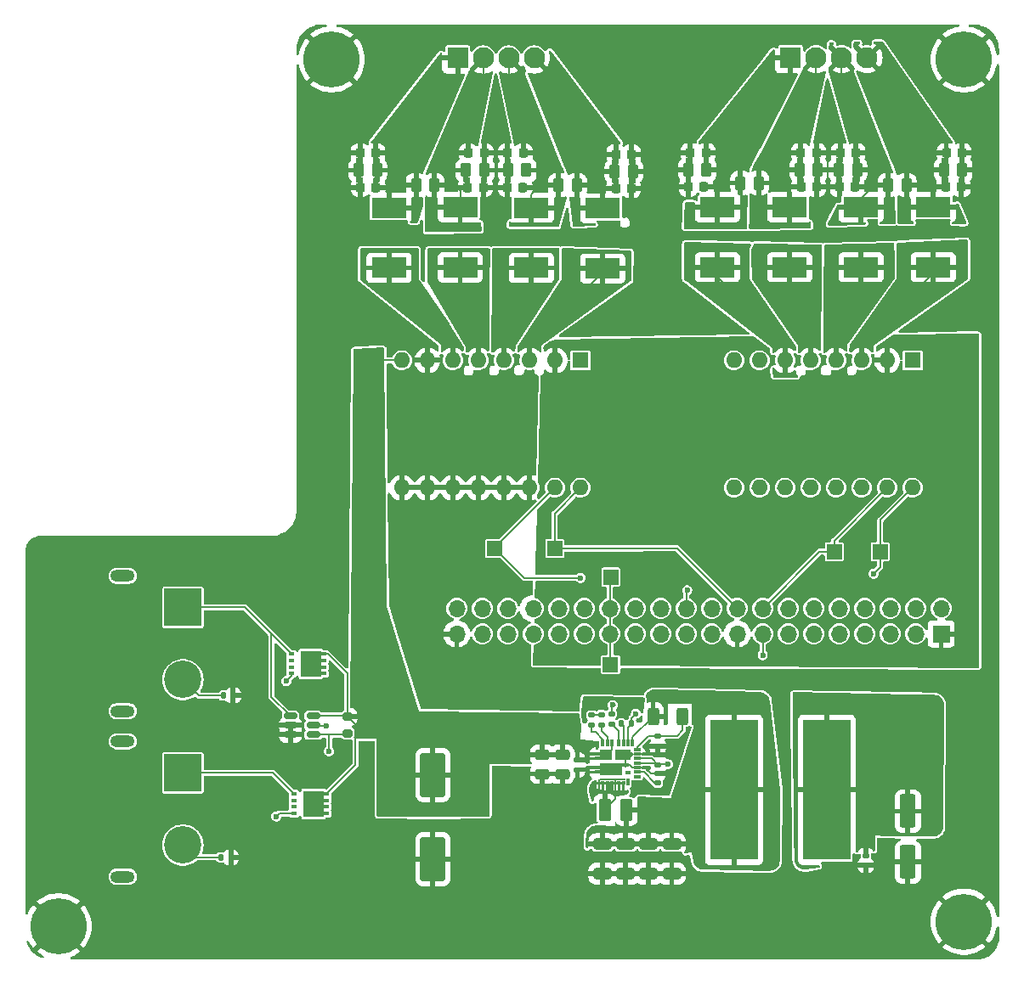
<source format=gtl>
G04 #@! TF.GenerationSoftware,KiCad,Pcbnew,8.0.3*
G04 #@! TF.CreationDate,2024-09-22T19:56:22+01:00*
G04 #@! TF.ProjectId,BetetrDom,42657465-7472-4446-9f6d-2e6b69636164,rev?*
G04 #@! TF.SameCoordinates,Original*
G04 #@! TF.FileFunction,Copper,L1,Top*
G04 #@! TF.FilePolarity,Positive*
%FSLAX46Y46*%
G04 Gerber Fmt 4.6, Leading zero omitted, Abs format (unit mm)*
G04 Created by KiCad (PCBNEW 8.0.3) date 2024-09-22 19:56:22*
%MOMM*%
%LPD*%
G01*
G04 APERTURE LIST*
G04 Aperture macros list*
%AMRoundRect*
0 Rectangle with rounded corners*
0 $1 Rounding radius*
0 $2 $3 $4 $5 $6 $7 $8 $9 X,Y pos of 4 corners*
0 Add a 4 corners polygon primitive as box body*
4,1,4,$2,$3,$4,$5,$6,$7,$8,$9,$2,$3,0*
0 Add four circle primitives for the rounded corners*
1,1,$1+$1,$2,$3*
1,1,$1+$1,$4,$5*
1,1,$1+$1,$6,$7*
1,1,$1+$1,$8,$9*
0 Add four rect primitives between the rounded corners*
20,1,$1+$1,$2,$3,$4,$5,0*
20,1,$1+$1,$4,$5,$6,$7,0*
20,1,$1+$1,$6,$7,$8,$9,0*
20,1,$1+$1,$8,$9,$2,$3,0*%
G04 Aperture macros list end*
G04 #@! TA.AperFunction,SMDPad,CuDef*
%ADD10R,1.500000X1.500000*%
G04 #@! TD*
G04 #@! TA.AperFunction,ComponentPad*
%ADD11R,1.600000X1.600000*%
G04 #@! TD*
G04 #@! TA.AperFunction,ComponentPad*
%ADD12O,1.600000X1.600000*%
G04 #@! TD*
G04 #@! TA.AperFunction,SMDPad,CuDef*
%ADD13R,3.500000X2.000000*%
G04 #@! TD*
G04 #@! TA.AperFunction,SMDPad,CuDef*
%ADD14RoundRect,0.250000X-0.262500X-0.450000X0.262500X-0.450000X0.262500X0.450000X-0.262500X0.450000X0*%
G04 #@! TD*
G04 #@! TA.AperFunction,SMDPad,CuDef*
%ADD15RoundRect,0.225000X-0.225000X-0.250000X0.225000X-0.250000X0.225000X0.250000X-0.225000X0.250000X0*%
G04 #@! TD*
G04 #@! TA.AperFunction,SMDPad,CuDef*
%ADD16RoundRect,0.140000X0.170000X-0.140000X0.170000X0.140000X-0.170000X0.140000X-0.170000X-0.140000X0*%
G04 #@! TD*
G04 #@! TA.AperFunction,SMDPad,CuDef*
%ADD17RoundRect,0.150000X-0.512500X-0.150000X0.512500X-0.150000X0.512500X0.150000X-0.512500X0.150000X0*%
G04 #@! TD*
G04 #@! TA.AperFunction,SMDPad,CuDef*
%ADD18RoundRect,0.250000X0.312500X0.625000X-0.312500X0.625000X-0.312500X-0.625000X0.312500X-0.625000X0*%
G04 #@! TD*
G04 #@! TA.AperFunction,SMDPad,CuDef*
%ADD19R,0.600000X0.400000*%
G04 #@! TD*
G04 #@! TA.AperFunction,SMDPad,CuDef*
%ADD20R,0.550000X0.400000*%
G04 #@! TD*
G04 #@! TA.AperFunction,SMDPad,CuDef*
%ADD21R,2.030000X2.650000*%
G04 #@! TD*
G04 #@! TA.AperFunction,ComponentPad*
%ADD22R,2.100000X2.100000*%
G04 #@! TD*
G04 #@! TA.AperFunction,ComponentPad*
%ADD23C,2.100000*%
G04 #@! TD*
G04 #@! TA.AperFunction,SMDPad,CuDef*
%ADD24RoundRect,0.250000X-0.550000X1.412500X-0.550000X-1.412500X0.550000X-1.412500X0.550000X1.412500X0*%
G04 #@! TD*
G04 #@! TA.AperFunction,ComponentPad*
%ADD25R,3.716000X3.716000*%
G04 #@! TD*
G04 #@! TA.AperFunction,ComponentPad*
%ADD26C,3.716000*%
G04 #@! TD*
G04 #@! TA.AperFunction,ComponentPad*
%ADD27O,2.400000X1.200000*%
G04 #@! TD*
G04 #@! TA.AperFunction,SMDPad,CuDef*
%ADD28RoundRect,0.218750X0.218750X0.256250X-0.218750X0.256250X-0.218750X-0.256250X0.218750X-0.256250X0*%
G04 #@! TD*
G04 #@! TA.AperFunction,SMDPad,CuDef*
%ADD29RoundRect,0.250000X-0.650000X0.325000X-0.650000X-0.325000X0.650000X-0.325000X0.650000X0.325000X0*%
G04 #@! TD*
G04 #@! TA.AperFunction,ComponentPad*
%ADD30C,5.600000*%
G04 #@! TD*
G04 #@! TA.AperFunction,SMDPad,CuDef*
%ADD31RoundRect,0.250000X-0.475000X0.250000X-0.475000X-0.250000X0.475000X-0.250000X0.475000X0.250000X0*%
G04 #@! TD*
G04 #@! TA.AperFunction,SMDPad,CuDef*
%ADD32RoundRect,0.218750X-0.218750X-0.256250X0.218750X-0.256250X0.218750X0.256250X-0.218750X0.256250X0*%
G04 #@! TD*
G04 #@! TA.AperFunction,ComponentPad*
%ADD33R,1.700000X1.700000*%
G04 #@! TD*
G04 #@! TA.AperFunction,ComponentPad*
%ADD34O,1.700000X1.700000*%
G04 #@! TD*
G04 #@! TA.AperFunction,SMDPad,CuDef*
%ADD35RoundRect,0.250000X-1.000000X1.950000X-1.000000X-1.950000X1.000000X-1.950000X1.000000X1.950000X0*%
G04 #@! TD*
G04 #@! TA.AperFunction,SMDPad,CuDef*
%ADD36R,0.550000X0.300000*%
G04 #@! TD*
G04 #@! TA.AperFunction,SMDPad,CuDef*
%ADD37R,0.300000X0.450000*%
G04 #@! TD*
G04 #@! TA.AperFunction,SMDPad,CuDef*
%ADD38R,0.300000X0.725000*%
G04 #@! TD*
G04 #@! TA.AperFunction,SMDPad,CuDef*
%ADD39R,0.725000X0.300000*%
G04 #@! TD*
G04 #@! TA.AperFunction,SMDPad,CuDef*
%ADD40R,1.575000X1.050000*%
G04 #@! TD*
G04 #@! TA.AperFunction,SMDPad,CuDef*
%ADD41R,1.150000X1.050000*%
G04 #@! TD*
G04 #@! TA.AperFunction,SMDPad,CuDef*
%ADD42R,2.175000X1.200000*%
G04 #@! TD*
G04 #@! TA.AperFunction,SMDPad,CuDef*
%ADD43R,0.580000X0.380000*%
G04 #@! TD*
G04 #@! TA.AperFunction,SMDPad,CuDef*
%ADD44R,0.650000X0.455000*%
G04 #@! TD*
G04 #@! TA.AperFunction,SMDPad,CuDef*
%ADD45R,2.350000X0.275000*%
G04 #@! TD*
G04 #@! TA.AperFunction,SMDPad,CuDef*
%ADD46RoundRect,0.140000X-0.140000X-0.170000X0.140000X-0.170000X0.140000X0.170000X-0.140000X0.170000X0*%
G04 #@! TD*
G04 #@! TA.AperFunction,SMDPad,CuDef*
%ADD47RoundRect,0.200000X0.275000X-0.200000X0.275000X0.200000X-0.275000X0.200000X-0.275000X-0.200000X0*%
G04 #@! TD*
G04 #@! TA.AperFunction,SMDPad,CuDef*
%ADD48RoundRect,0.135000X-0.135000X-0.185000X0.135000X-0.185000X0.135000X0.185000X-0.135000X0.185000X0*%
G04 #@! TD*
G04 #@! TA.AperFunction,SMDPad,CuDef*
%ADD49R,4.750000X14.000000*%
G04 #@! TD*
G04 #@! TA.AperFunction,SMDPad,CuDef*
%ADD50RoundRect,0.135000X0.185000X-0.135000X0.185000X0.135000X-0.185000X0.135000X-0.185000X-0.135000X0*%
G04 #@! TD*
G04 #@! TA.AperFunction,SMDPad,CuDef*
%ADD51RoundRect,0.250000X-0.375000X-0.850000X0.375000X-0.850000X0.375000X0.850000X-0.375000X0.850000X0*%
G04 #@! TD*
G04 #@! TA.AperFunction,SMDPad,CuDef*
%ADD52RoundRect,0.135000X-0.185000X0.135000X-0.185000X-0.135000X0.185000X-0.135000X0.185000X0.135000X0*%
G04 #@! TD*
G04 #@! TA.AperFunction,SMDPad,CuDef*
%ADD53RoundRect,0.140000X-0.170000X0.140000X-0.170000X-0.140000X0.170000X-0.140000X0.170000X0.140000X0*%
G04 #@! TD*
G04 #@! TA.AperFunction,ViaPad*
%ADD54C,0.600000*%
G04 #@! TD*
G04 #@! TA.AperFunction,Conductor*
%ADD55C,0.200000*%
G04 #@! TD*
G04 APERTURE END LIST*
D10*
G04 #@! TO.P,TP2,1,1*
G04 #@! TO.N,/Step2*
X130090000Y-102090000D03*
G04 #@! TD*
D11*
G04 #@! TO.P,A2,1,GND*
G04 #@! TO.N,GND*
X137890000Y-83010000D03*
D12*
G04 #@! TO.P,A2,2,VDD*
G04 #@! TO.N,+3V3*
X135350000Y-83010000D03*
G04 #@! TO.P,A2,3,2B*
G04 #@! TO.N,/StepperB/2B*
X132810000Y-83010000D03*
G04 #@! TO.P,A2,4,1B*
G04 #@! TO.N,/StepperB/1B*
X130270000Y-83010000D03*
G04 #@! TO.P,A2,5,1A*
G04 #@! TO.N,/StepperB/1A*
X127730000Y-83010000D03*
G04 #@! TO.P,A2,6,2A*
G04 #@! TO.N,/StepperB/2A*
X125190000Y-83010000D03*
G04 #@! TO.P,A2,7,GND*
G04 #@! TO.N,GND*
X122650000Y-83010000D03*
G04 #@! TO.P,A2,8,VMOT*
G04 #@! TO.N,VMAIN*
X120110000Y-83010000D03*
G04 #@! TO.P,A2,9,~{ENABLE}*
G04 #@! TO.N,GND*
X120110000Y-95710000D03*
G04 #@! TO.P,A2,10,MS1*
X122650000Y-95710000D03*
G04 #@! TO.P,A2,11,MS2*
X125190000Y-95710000D03*
G04 #@! TO.P,A2,12,PDN*
X127730000Y-95710000D03*
G04 #@! TO.P,A2,13,PDN*
X130270000Y-95710000D03*
G04 #@! TO.P,A2,14,CLOCK*
X132810000Y-95710000D03*
G04 #@! TO.P,A2,15,STEP*
G04 #@! TO.N,/Step2*
X135350000Y-95710000D03*
G04 #@! TO.P,A2,16,DIR*
G04 #@! TO.N,/Dir2*
X137890000Y-95710000D03*
G04 #@! TD*
D13*
G04 #@! TO.P,L9,1,1*
G04 #@! TO.N,/StepperA/2B*
X107020000Y-73850000D03*
G04 #@! TO.P,L9,2,2*
G04 #@! TO.N,/StepperA/MB2*
X107020000Y-67850000D03*
G04 #@! TD*
D14*
G04 #@! TO.P,RV1,1*
G04 #@! TO.N,/StepperB/MA2*
X120750000Y-65325000D03*
G04 #@! TO.P,RV1,2*
G04 #@! TO.N,/StepperB/MA1*
X122575000Y-65325000D03*
G04 #@! TD*
D15*
G04 #@! TO.P,C20,1*
G04 #@! TO.N,/StepperA/MB2*
X108320000Y-65850000D03*
G04 #@! TO.P,C20,2*
G04 #@! TO.N,GND*
X109870000Y-65850000D03*
G04 #@! TD*
D16*
G04 #@! TO.P,C3,1*
G04 #@! TO.N,GND*
X104500000Y-123830000D03*
G04 #@! TO.P,C3,2*
G04 #@! TO.N,VMAIN*
X104500000Y-122870000D03*
G04 #@! TD*
D17*
G04 #@! TO.P,U2,1,VIN*
G04 #@! TO.N,Net-(J4-+)*
X75900000Y-118450000D03*
G04 #@! TO.P,U2,2,GND*
G04 #@! TO.N,GND*
X75900000Y-119400000D03*
G04 #@! TO.P,U2,3,CTL*
X75900000Y-120350000D03*
G04 #@! TO.P,U2,4,STAT*
G04 #@! TO.N,Net-(Q2-G)*
X78175000Y-120350000D03*
G04 #@! TO.P,U2,5,GATE*
G04 #@! TO.N,Net-(Q1-G)*
X78175000Y-119400000D03*
G04 #@! TO.P,U2,6,SENSE*
G04 #@! TO.N,VMAIN*
X78175000Y-118450000D03*
G04 #@! TD*
D15*
G04 #@! TO.P,C14,1*
G04 #@! TO.N,/StepperB/MA1*
X126775000Y-65725000D03*
G04 #@! TO.P,C14,2*
G04 #@! TO.N,GND*
X128325000Y-65725000D03*
G04 #@! TD*
D14*
G04 #@! TO.P,RV8,1*
G04 #@! TO.N,/StepperA/MB1*
X102607500Y-65550000D03*
G04 #@! TO.P,RV8,2*
G04 #@! TO.N,/StepperA/MB2*
X104432500Y-65550000D03*
G04 #@! TD*
D18*
G04 #@! TO.P,R3,1*
G04 #@! TO.N,Net-(IC1-FB)*
X114962500Y-118500000D03*
G04 #@! TO.P,R3,2*
G04 #@! TO.N,/power/V_OUT*
X112037500Y-118500000D03*
G04 #@! TD*
D19*
G04 #@! TO.P,Q1,1,S_1*
G04 #@! TO.N,Net-(J4-+)*
X76000000Y-112300000D03*
G04 #@! TO.P,Q1,2,S_2*
G04 #@! TO.N,unconnected-(Q1-S_2-Pad2)*
X76000000Y-112950000D03*
G04 #@! TO.P,Q1,3,S_3*
G04 #@! TO.N,unconnected-(Q1-S_3-Pad3)*
X76000000Y-113600000D03*
G04 #@! TO.P,Q1,4,G*
G04 #@! TO.N,Net-(Q1-G)*
X76000000Y-114250000D03*
D20*
G04 #@! TO.P,Q1,5,D_1*
G04 #@! TO.N,unconnected-(Q1-D_1-Pad5)*
X79225000Y-114250000D03*
G04 #@! TO.P,Q1,6,D_2*
G04 #@! TO.N,unconnected-(Q1-D_2-Pad6)*
X79225000Y-113600000D03*
G04 #@! TO.P,Q1,7,D_3*
G04 #@! TO.N,unconnected-(Q1-D_3-Pad7)*
X79225000Y-112950000D03*
G04 #@! TO.P,Q1,8,D_4*
G04 #@! TO.N,VMAIN*
X79225000Y-112300000D03*
D21*
G04 #@! TO.P,Q1,9,D_5*
G04 #@! TO.N,unconnected-(Q1-D_5-Pad9)*
X77935000Y-113275000D03*
G04 #@! TD*
D13*
G04 #@! TO.P,L8,1,1*
G04 #@! TO.N,/StepperA/1B*
X99920000Y-73787500D03*
G04 #@! TO.P,L8,2,2*
G04 #@! TO.N,/StepperA/MB1*
X99920000Y-67787500D03*
G04 #@! TD*
D22*
G04 #@! TO.P,StepperConnector1,1,Pin_1*
G04 #@! TO.N,/StepperA/MA2*
X92580000Y-52850000D03*
D23*
G04 #@! TO.P,StepperConnector1,2,Pin_2*
G04 #@! TO.N,/StepperA/MA1*
X95120000Y-52850000D03*
G04 #@! TO.P,StepperConnector1,3,Pin_3*
G04 #@! TO.N,/StepperA/MB1*
X97660000Y-52850000D03*
G04 #@! TO.P,StepperConnector1,4,Pin_4*
G04 #@! TO.N,/StepperA/MB2*
X100200000Y-52850000D03*
G04 #@! TD*
D24*
G04 #@! TO.P,C21,1*
G04 #@! TO.N,/power/+V_BUCK*
X137425000Y-127975000D03*
G04 #@! TO.P,C21,2*
G04 #@! TO.N,GND*
X137425000Y-133050000D03*
G04 #@! TD*
D25*
G04 #@! TO.P,J1,1,+*
G04 #@! TO.N,/power/+BATTV*
X65200000Y-124150000D03*
D26*
G04 #@! TO.P,J1,2,-*
G04 #@! TO.N,Net-(J1--)*
X65200000Y-131350000D03*
D27*
G04 #@! TO.P,J1,S1*
G04 #@! TO.N,N/C*
X59200000Y-121000000D03*
G04 #@! TO.P,J1,S2*
X59200000Y-134500000D03*
G04 #@! TD*
D28*
G04 #@! TO.P,D4,1,K*
G04 #@! TO.N,/StepperB/MB1*
X132250000Y-62325000D03*
G04 #@! TO.P,D4,2,A*
G04 #@! TO.N,GND*
X130675000Y-62325000D03*
G04 #@! TD*
D29*
G04 #@! TO.P,C9,1*
G04 #@! TO.N,/power/V_OUT*
X113900000Y-131250000D03*
G04 #@! TO.P,C9,2*
G04 #@! TO.N,GND*
X113900000Y-134200000D03*
G04 #@! TD*
D14*
G04 #@! TO.P,RV3,1*
G04 #@! TO.N,GND*
X115525000Y-64025000D03*
G04 #@! TO.P,RV3,2*
G04 #@! TO.N,/StepperB/MA2*
X117350000Y-64025000D03*
G04 #@! TD*
D19*
G04 #@! TO.P,Q2,1,S_1*
G04 #@! TO.N,/power/+BATTV*
X76265000Y-126250000D03*
G04 #@! TO.P,Q2,2,S_2*
G04 #@! TO.N,unconnected-(Q2-S_2-Pad2)*
X76265000Y-126900000D03*
G04 #@! TO.P,Q2,3,S_3*
G04 #@! TO.N,unconnected-(Q2-S_3-Pad3)*
X76265000Y-127550000D03*
G04 #@! TO.P,Q2,4,G*
G04 #@! TO.N,Net-(Q2-G)*
X76265000Y-128200000D03*
D20*
G04 #@! TO.P,Q2,5,D_1*
G04 #@! TO.N,unconnected-(Q2-D_1-Pad5)*
X79490000Y-128200000D03*
G04 #@! TO.P,Q2,6,D_2*
G04 #@! TO.N,unconnected-(Q2-D_2-Pad6)*
X79490000Y-127550000D03*
G04 #@! TO.P,Q2,7,D_3*
G04 #@! TO.N,unconnected-(Q2-D_3-Pad7)*
X79490000Y-126900000D03*
G04 #@! TO.P,Q2,8,D_4*
G04 #@! TO.N,VMAIN*
X79490000Y-126250000D03*
D21*
G04 #@! TO.P,Q2,9,D_5*
G04 #@! TO.N,unconnected-(Q2-D_5-Pad9)*
X78200000Y-127225000D03*
G04 #@! TD*
D16*
G04 #@! TO.P,C12,1*
G04 #@! TO.N,/power/V_DRV*
X112500000Y-125150000D03*
G04 #@! TO.P,C12,2*
G04 #@! TO.N,GND*
X112500000Y-124190000D03*
G04 #@! TD*
D10*
G04 #@! TO.P,TP4,1,1*
G04 #@! TO.N,/Dir2*
X134670000Y-102090000D03*
G04 #@! TD*
D30*
G04 #@! TO.P,H4,1,1*
G04 #@! TO.N,GND*
X143000000Y-53000000D03*
G04 #@! TD*
D13*
G04 #@! TO.P,L4,1,1*
G04 #@! TO.N,/StepperB/1B*
X132750000Y-73725000D03*
G04 #@! TO.P,L4,2,2*
G04 #@! TO.N,/StepperB/MB1*
X132750000Y-67725000D03*
G04 #@! TD*
D10*
G04 #@! TO.P,TP6,1,1*
G04 #@! TO.N,Net-(J2-ID_SC{slash}GPIO1)*
X107825000Y-104625000D03*
G04 #@! TD*
D29*
G04 #@! TO.P,C7,1*
G04 #@! TO.N,/power/V_OUT*
X107000000Y-131250000D03*
G04 #@! TO.P,C7,2*
G04 #@! TO.N,GND*
X107000000Y-134200000D03*
G04 #@! TD*
G04 #@! TO.P,C8,1*
G04 #@! TO.N,/power/V_OUT*
X109300000Y-131250000D03*
G04 #@! TO.P,C8,2*
G04 #@! TO.N,GND*
X109300000Y-134200000D03*
G04 #@! TD*
D25*
G04 #@! TO.P,J4,1,+*
G04 #@! TO.N,Net-(J4-+)*
X65200000Y-107650000D03*
D26*
G04 #@! TO.P,J4,2,-*
G04 #@! TO.N,Net-(J4--)*
X65200000Y-114850000D03*
D27*
G04 #@! TO.P,J4,S1*
G04 #@! TO.N,N/C*
X59200000Y-104500000D03*
G04 #@! TO.P,J4,S2*
X59200000Y-118000000D03*
G04 #@! TD*
D14*
G04 #@! TO.P,RV5,1*
G04 #@! TO.N,GND*
X130537500Y-64025000D03*
G04 #@! TO.P,RV5,2*
G04 #@! TO.N,/StepperB/MB1*
X132362500Y-64025000D03*
G04 #@! TD*
D30*
G04 #@! TO.P,H1,1,1*
G04 #@! TO.N,GND*
X143000000Y-139000000D03*
G04 #@! TD*
D16*
G04 #@! TO.P,C11,1*
G04 #@! TO.N,/power/PHASE*
X105900000Y-119350000D03*
G04 #@! TO.P,C11,2*
G04 #@! TO.N,Net-(C11-Pad2)*
X105900000Y-118390000D03*
G04 #@! TD*
D13*
G04 #@! TO.P,L6,1,1*
G04 #@! TO.N,/StepperA/2A*
X85720000Y-73787500D03*
G04 #@! TO.P,L6,2,2*
G04 #@! TO.N,/StepperA/MA2*
X85720000Y-67787500D03*
G04 #@! TD*
D31*
G04 #@! TO.P,C1,1*
G04 #@! TO.N,VMAIN*
X101000000Y-122350000D03*
G04 #@! TO.P,C1,2*
G04 #@! TO.N,GND*
X101000000Y-124250000D03*
G04 #@! TD*
D32*
G04 #@! TO.P,D2,1,K*
G04 #@! TO.N,/StepperB/MB2*
X141250000Y-62325000D03*
G04 #@! TO.P,D2,2,A*
G04 #@! TO.N,GND*
X142825000Y-62325000D03*
G04 #@! TD*
D33*
G04 #@! TO.P,J2,1,3V3*
G04 #@! TO.N,+3V3*
X140740000Y-110290000D03*
D34*
G04 #@! TO.P,J2,2,5V*
G04 #@! TO.N,/power/+V_BUCK*
X140740000Y-107750000D03*
G04 #@! TO.P,J2,3,SDA/GPIO2*
G04 #@! TO.N,unconnected-(J2-SDA{slash}GPIO2-Pad3)*
X138200000Y-110290000D03*
G04 #@! TO.P,J2,4,5V*
G04 #@! TO.N,/power/+V_BUCK*
X138200000Y-107750000D03*
G04 #@! TO.P,J2,5,SCL/GPIO3*
G04 #@! TO.N,unconnected-(J2-SCL{slash}GPIO3-Pad5)*
X135660000Y-110290000D03*
G04 #@! TO.P,J2,6,GND*
G04 #@! TO.N,GND*
X135660000Y-107750000D03*
G04 #@! TO.P,J2,7,GCLK0/GPIO4*
G04 #@! TO.N,unconnected-(J2-GCLK0{slash}GPIO4-Pad7)*
X133120000Y-110290000D03*
G04 #@! TO.P,J2,8,GPIO14/TXD*
G04 #@! TO.N,unconnected-(J2-GPIO14{slash}TXD-Pad8)*
X133120000Y-107750000D03*
G04 #@! TO.P,J2,9,GND*
G04 #@! TO.N,GND*
X130580000Y-110290000D03*
G04 #@! TO.P,J2,10,GPIO15/RXD*
G04 #@! TO.N,unconnected-(J2-GPIO15{slash}RXD-Pad10)*
X130580000Y-107750000D03*
G04 #@! TO.P,J2,11,GPIO17*
G04 #@! TO.N,unconnected-(J2-GPIO17-Pad11)*
X128040000Y-110290000D03*
G04 #@! TO.P,J2,12,GPIO18/PWM0*
G04 #@! TO.N,unconnected-(J2-GPIO18{slash}PWM0-Pad12)*
X128040000Y-107750000D03*
G04 #@! TO.P,J2,13,GPIO27*
G04 #@! TO.N,unconnected-(J2-GPIO27-Pad13)*
X125500000Y-110290000D03*
G04 #@! TO.P,J2,14,GND*
G04 #@! TO.N,GND*
X125500000Y-107750000D03*
G04 #@! TO.P,J2,15,GPIO22*
G04 #@! TO.N,/Step1*
X122960000Y-110290000D03*
G04 #@! TO.P,J2,16,GPIO23*
G04 #@! TO.N,/Step2*
X122960000Y-107750000D03*
G04 #@! TO.P,J2,17,3V3*
G04 #@! TO.N,+3V3*
X120420000Y-110290000D03*
G04 #@! TO.P,J2,18,GPIO24*
G04 #@! TO.N,/Dir1*
X120420000Y-107750000D03*
G04 #@! TO.P,J2,19,MOSI0/GPIO10*
G04 #@! TO.N,unconnected-(J2-MOSI0{slash}GPIO10-Pad19)*
X117880000Y-110290000D03*
G04 #@! TO.P,J2,20,GND*
G04 #@! TO.N,GND*
X117880000Y-107750000D03*
G04 #@! TO.P,J2,21,MISO0/GPIO9*
G04 #@! TO.N,unconnected-(J2-MISO0{slash}GPIO9-Pad21)*
X115340000Y-110290000D03*
G04 #@! TO.P,J2,22,GPIO25*
G04 #@! TO.N,/Dir2*
X115340000Y-107750000D03*
G04 #@! TO.P,J2,23,SCLK0/GPIO11*
G04 #@! TO.N,unconnected-(J2-SCLK0{slash}GPIO11-Pad23)*
X112800000Y-110290000D03*
G04 #@! TO.P,J2,24,~{CE0}/GPIO8*
G04 #@! TO.N,unconnected-(J2-~{CE0}{slash}GPIO8-Pad24)*
X112800000Y-107750000D03*
G04 #@! TO.P,J2,25,GND*
G04 #@! TO.N,GND*
X110260000Y-110290000D03*
G04 #@! TO.P,J2,26,~{CE1}/GPIO7*
G04 #@! TO.N,unconnected-(J2-~{CE1}{slash}GPIO7-Pad26)*
X110260000Y-107750000D03*
G04 #@! TO.P,J2,27,ID_SD/GPIO0*
G04 #@! TO.N,Net-(J2-ID_SC{slash}GPIO1)*
X107720000Y-110290000D03*
G04 #@! TO.P,J2,28,ID_SC/GPIO1*
X107720000Y-107750000D03*
G04 #@! TO.P,J2,29,GCLK1/GPIO5*
G04 #@! TO.N,unconnected-(J2-GCLK1{slash}GPIO5-Pad29)*
X105180000Y-110290000D03*
G04 #@! TO.P,J2,30,GND*
G04 #@! TO.N,GND*
X105180000Y-107750000D03*
G04 #@! TO.P,J2,31,GCLK2/GPIO6*
G04 #@! TO.N,unconnected-(J2-GCLK2{slash}GPIO6-Pad31)*
X102640000Y-110290000D03*
G04 #@! TO.P,J2,32,PWM0/GPIO12*
G04 #@! TO.N,unconnected-(J2-PWM0{slash}GPIO12-Pad32)*
X102640000Y-107750000D03*
G04 #@! TO.P,J2,33,PWM1/GPIO13*
G04 #@! TO.N,unconnected-(J2-PWM1{slash}GPIO13-Pad33)*
X100100000Y-110290000D03*
G04 #@! TO.P,J2,34,GND*
G04 #@! TO.N,GND*
X100100000Y-107750000D03*
G04 #@! TO.P,J2,35,GPIO19/MISO1*
G04 #@! TO.N,unconnected-(J2-GPIO19{slash}MISO1-Pad35)*
X97560000Y-110290000D03*
G04 #@! TO.P,J2,36,GPIO16*
G04 #@! TO.N,unconnected-(J2-GPIO16-Pad36)*
X97560000Y-107750000D03*
G04 #@! TO.P,J2,37,GPIO26*
G04 #@! TO.N,unconnected-(J2-GPIO26-Pad37)*
X95020000Y-110290000D03*
G04 #@! TO.P,J2,38,GPIO20/MOSI1*
G04 #@! TO.N,unconnected-(J2-GPIO20{slash}MOSI1-Pad38)*
X95020000Y-107750000D03*
G04 #@! TO.P,J2,39,GND*
G04 #@! TO.N,GND*
X92480000Y-110290000D03*
G04 #@! TO.P,J2,40,GPIO21/SCLK1*
G04 #@! TO.N,unconnected-(J2-GPIO21{slash}SCLK1-Pad40)*
X92480000Y-107750000D03*
G04 #@! TD*
D35*
G04 #@! TO.P,C6,1*
G04 #@! TO.N,VMAIN*
X90100000Y-124350000D03*
G04 #@! TO.P,C6,2*
G04 #@! TO.N,GND*
X90100000Y-132750000D03*
G04 #@! TD*
D14*
G04 #@! TO.P,RV10,1*
G04 #@! TO.N,/StepperA/MA1*
X93395000Y-64050000D03*
G04 #@! TO.P,RV10,2*
G04 #@! TO.N,GND*
X95220000Y-64050000D03*
G04 #@! TD*
D28*
G04 #@! TO.P,D8,1,K*
G04 #@! TO.N,/StepperB/MA2*
X117325000Y-62325000D03*
G04 #@! TO.P,D8,2,A*
G04 #@! TO.N,GND*
X115750000Y-62325000D03*
G04 #@! TD*
D30*
G04 #@! TO.P,H3,1,1*
G04 #@! TO.N,GND*
X80000000Y-53000000D03*
G04 #@! TD*
D36*
G04 #@! TO.P,IC1,1,V_IN_1*
G04 #@! TO.N,VMAIN*
X106488000Y-122275000D03*
G04 #@! TO.P,IC1,2,V_IN_2*
X106488000Y-122725000D03*
G04 #@! TO.P,IC1,3,P_GND_1*
G04 #@! TO.N,GND*
X106488000Y-123625000D03*
G04 #@! TO.P,IC1,4,P_GND_2*
X106488000Y-124075000D03*
D37*
G04 #@! TO.P,IC1,5,SW_1*
G04 #@! TO.N,/power/SW*
X107038000Y-125175000D03*
G04 #@! TO.P,IC1,6,SW_2*
X107488000Y-125175000D03*
G04 #@! TO.P,IC1,7,SW_3*
X107938000Y-125175000D03*
G04 #@! TO.P,IC1,8,SW_4*
X108638000Y-125175000D03*
G04 #@! TO.P,IC1,9,SW_5*
X109088000Y-125175000D03*
D38*
G04 #@! TO.P,IC1,10,GL_1*
G04 #@! TO.N,unconnected-(IC1-GL_1-Pad10)*
X109538000Y-125038000D03*
D39*
G04 #@! TO.P,IC1,11,GL_2*
G04 #@! TO.N,unconnected-(IC1-GL_2-Pad11)*
X110450000Y-124525000D03*
G04 #@! TO.P,IC1,12,V_DRV*
G04 #@! TO.N,/power/V_DRV*
X110450000Y-124075000D03*
G04 #@! TO.P,IC1,13,P_GND_3*
G04 #@! TO.N,GND*
X110450000Y-123625000D03*
G04 #@! TO.P,IC1,14,P_GOOD*
G04 #@! TO.N,/power/VDD*
X110450000Y-123175000D03*
G04 #@! TO.P,IC1,15,VDD*
X110450000Y-122725000D03*
G04 #@! TO.P,IC1,16,A_GND*
G04 #@! TO.N,GND*
X110450000Y-122275000D03*
G04 #@! TO.P,IC1,17,FB*
G04 #@! TO.N,Net-(IC1-FB)*
X110450000Y-121825000D03*
D38*
G04 #@! TO.P,IC1,18,V_OUT*
G04 #@! TO.N,/power/V_OUT*
X109988000Y-121163000D03*
G04 #@! TO.P,IC1,19,EN*
G04 #@! TO.N,/power/VDD*
X109538000Y-121163000D03*
G04 #@! TO.P,IC1,20,MODE_2*
G04 #@! TO.N,Net-(IC1-MODE_2)*
X109088000Y-121163000D03*
G04 #@! TO.P,IC1,21,_MODE_1*
G04 #@! TO.N,Net-(IC1-_MODE_1)*
X108638000Y-121163000D03*
G04 #@! TO.P,IC1,22,VIN_1*
G04 #@! TO.N,/power/VIN*
X107938000Y-121163000D03*
G04 #@! TO.P,IC1,23,BOOT*
G04 #@! TO.N,/power/BOOT*
X107488000Y-121163000D03*
G04 #@! TO.P,IC1,24,PHASE*
G04 #@! TO.N,/power/PHASE*
X107038000Y-121163000D03*
D40*
G04 #@! TO.P,IC1,25,AGND*
G04 #@! TO.N,GND*
X109000000Y-122350000D03*
D41*
G04 #@! TO.P,IC1,26,VIN_2*
G04 #@! TO.N,/power/VIN*
X107338000Y-122350000D03*
D42*
G04 #@! TO.P,IC1,27,PGND*
G04 #@! TO.N,GND*
X107850000Y-123775000D03*
D43*
G04 #@! TO.P,IC1,28,GL_3*
G04 #@! TO.N,unconnected-(IC1-GL_3-Pad28)*
X109498000Y-124090000D03*
D44*
G04 #@! TO.P,IC1,29,P_GND_4*
G04 #@! TO.N,GND*
X109263000Y-123403000D03*
D45*
G04 #@! TO.P,IC1,30,SW_6*
G04 #@! TO.N,/power/SW*
X108063000Y-124813000D03*
G04 #@! TD*
D46*
G04 #@! TO.P,C23,1*
G04 #@! TO.N,Net-(J4--)*
X69240000Y-116450000D03*
G04 #@! TO.P,C23,2*
G04 #@! TO.N,GND*
X70200000Y-116450000D03*
G04 #@! TD*
D16*
G04 #@! TO.P,C10,1*
G04 #@! TO.N,/power/VDD*
X112500000Y-123330000D03*
G04 #@! TO.P,C10,2*
G04 #@! TO.N,GND*
X112500000Y-122370000D03*
G04 #@! TD*
D47*
G04 #@! TO.P,R2,1*
G04 #@! TO.N,Net-(Q2-G)*
X81600000Y-120200000D03*
G04 #@! TO.P,R2,2*
G04 #@! TO.N,VMAIN*
X81600000Y-118550000D03*
G04 #@! TD*
D13*
G04 #@! TO.P,L5,1,1*
G04 #@! TO.N,/StepperB/2B*
X139950000Y-73725000D03*
G04 #@! TO.P,L5,2,2*
G04 #@! TO.N,/StepperB/MB2*
X139950000Y-67725000D03*
G04 #@! TD*
D28*
G04 #@! TO.P,D3,1,K*
G04 #@! TO.N,/StepperA/MB1*
X99120000Y-62350000D03*
G04 #@! TO.P,D3,2,A*
G04 #@! TO.N,GND*
X97545000Y-62350000D03*
G04 #@! TD*
D48*
G04 #@! TO.P,R4,1*
G04 #@! TO.N,Net-(IC1-MODE_2)*
X108880000Y-119250000D03*
G04 #@! TO.P,R4,2*
G04 #@! TO.N,/power/VDD*
X109900000Y-119250000D03*
G04 #@! TD*
D14*
G04 #@! TO.P,RV11,1*
G04 #@! TO.N,GND*
X97595000Y-64050000D03*
G04 #@! TO.P,RV11,2*
G04 #@! TO.N,/StepperA/MB1*
X99420000Y-64050000D03*
G04 #@! TD*
D15*
G04 #@! TO.P,C13,1*
G04 #@! TO.N,GND*
X115550000Y-65725000D03*
G04 #@! TO.P,C13,2*
G04 #@! TO.N,/StepperB/MA2*
X117100000Y-65725000D03*
G04 #@! TD*
D32*
G04 #@! TO.P,D1,1,K*
G04 #@! TO.N,/StepperA/MB2*
X108320000Y-62450000D03*
G04 #@! TO.P,D1,2,A*
G04 #@! TO.N,GND*
X109895000Y-62450000D03*
G04 #@! TD*
D14*
G04 #@! TO.P,RV4,1*
G04 #@! TO.N,/StepperB/MA1*
X126625000Y-64025000D03*
G04 #@! TO.P,RV4,2*
G04 #@! TO.N,GND*
X128450000Y-64025000D03*
G04 #@! TD*
D11*
G04 #@! TO.P,A1,1,GND*
G04 #@! TO.N,GND*
X104790000Y-83010000D03*
D12*
G04 #@! TO.P,A1,2,VDD*
G04 #@! TO.N,+3V3*
X102250000Y-83010000D03*
G04 #@! TO.P,A1,3,2B*
G04 #@! TO.N,/StepperA/2B*
X99710000Y-83010000D03*
G04 #@! TO.P,A1,4,1B*
G04 #@! TO.N,/StepperA/1B*
X97170000Y-83010000D03*
G04 #@! TO.P,A1,5,1A*
G04 #@! TO.N,/StepperA/1A*
X94630000Y-83010000D03*
G04 #@! TO.P,A1,6,2A*
G04 #@! TO.N,/StepperA/2A*
X92090000Y-83010000D03*
G04 #@! TO.P,A1,7,GND*
G04 #@! TO.N,GND*
X89550000Y-83010000D03*
G04 #@! TO.P,A1,8,VMOT*
G04 #@! TO.N,VMAIN*
X87010000Y-83010000D03*
G04 #@! TO.P,A1,9,~{ENABLE}*
G04 #@! TO.N,GND*
X87010000Y-95710000D03*
G04 #@! TO.P,A1,10,MS1*
X89550000Y-95710000D03*
G04 #@! TO.P,A1,11,MS2*
X92090000Y-95710000D03*
G04 #@! TO.P,A1,12,PDN*
X94630000Y-95710000D03*
G04 #@! TO.P,A1,13,PDN*
X97170000Y-95710000D03*
G04 #@! TO.P,A1,14,CLOCK*
X99710000Y-95710000D03*
G04 #@! TO.P,A1,15,STEP*
G04 #@! TO.N,/Step1*
X102250000Y-95710000D03*
G04 #@! TO.P,A1,16,DIR*
G04 #@! TO.N,/Dir1*
X104790000Y-95710000D03*
G04 #@! TD*
D49*
G04 #@! TO.P,L10,1,1*
G04 #@! TO.N,/power/V_OUT*
X120100000Y-125850000D03*
G04 #@! TO.P,L10,2,2*
G04 #@! TO.N,/power/+V_BUCK*
X129350000Y-125850000D03*
G04 #@! TD*
D10*
G04 #@! TO.P,TP1,1,1*
G04 #@! TO.N,/Step1*
X96270000Y-101770000D03*
G04 #@! TD*
D50*
G04 #@! TO.P,R5,1*
G04 #@! TO.N,Net-(IC1-_MODE_1)*
X107900000Y-119270000D03*
G04 #@! TO.P,R5,2*
G04 #@! TO.N,GND*
X107900000Y-118250000D03*
G04 #@! TD*
D30*
G04 #@! TO.P,H2,1,1*
G04 #@! TO.N,GND*
X52800000Y-139450000D03*
G04 #@! TD*
D10*
G04 #@! TO.P,TP5,1,1*
G04 #@! TO.N,Net-(J2-ID_SC{slash}GPIO1)*
X107800000Y-113350000D03*
G04 #@! TD*
D13*
G04 #@! TO.P,L7,1,1*
G04 #@! TO.N,/StepperA/1A*
X92820000Y-73750000D03*
G04 #@! TO.P,L7,2,2*
G04 #@! TO.N,/StepperA/MA1*
X92820000Y-67750000D03*
G04 #@! TD*
D22*
G04 #@! TO.P,StepperConnector2,1,Pin_1*
G04 #@! TO.N,/StepperB/MA2*
X125735000Y-52825000D03*
D23*
G04 #@! TO.P,StepperConnector2,2,Pin_2*
G04 #@! TO.N,/StepperB/MA1*
X128275000Y-52825000D03*
G04 #@! TO.P,StepperConnector2,3,Pin_3*
G04 #@! TO.N,/StepperB/MB1*
X130815000Y-52825000D03*
G04 #@! TO.P,StepperConnector2,4,Pin_4*
G04 #@! TO.N,/StepperB/MB2*
X133355000Y-52825000D03*
G04 #@! TD*
D28*
G04 #@! TO.P,D7,1,K*
G04 #@! TO.N,/StepperA/MA2*
X84420000Y-62350000D03*
G04 #@! TO.P,D7,2,A*
G04 #@! TO.N,GND*
X82845000Y-62350000D03*
G04 #@! TD*
D51*
G04 #@! TO.P,L1,1,1*
G04 #@! TO.N,/power/SW*
X107225000Y-127850000D03*
G04 #@! TO.P,L1,2,2*
G04 #@! TO.N,/power/V_OUT*
X109375000Y-127850000D03*
G04 #@! TD*
D14*
G04 #@! TO.P,RV6,1*
G04 #@! TO.N,/StepperB/MB2*
X141025000Y-64025000D03*
G04 #@! TO.P,RV6,2*
G04 #@! TO.N,GND*
X142850000Y-64025000D03*
G04 #@! TD*
D13*
G04 #@! TO.P,L3,1,1*
G04 #@! TO.N,/StepperB/1A*
X125650000Y-73725000D03*
G04 #@! TO.P,L3,2,2*
G04 #@! TO.N,/StepperB/MA1*
X125650000Y-67725000D03*
G04 #@! TD*
D15*
G04 #@! TO.P,C18,1*
G04 #@! TO.N,/StepperA/MA1*
X93570000Y-65750000D03*
G04 #@! TO.P,C18,2*
G04 #@! TO.N,GND*
X95120000Y-65750000D03*
G04 #@! TD*
D14*
G04 #@! TO.P,RV9,1*
G04 #@! TO.N,GND*
X82707500Y-64050000D03*
G04 #@! TO.P,RV9,2*
G04 #@! TO.N,/StepperA/MA2*
X84532500Y-64050000D03*
G04 #@! TD*
D13*
G04 #@! TO.P,L2,1,1*
G04 #@! TO.N,/StepperB/2A*
X118450000Y-73725000D03*
G04 #@! TO.P,L2,2,2*
G04 #@! TO.N,/StepperB/MA2*
X118450000Y-67725000D03*
G04 #@! TD*
D10*
G04 #@! TO.P,TP3,1,1*
G04 #@! TO.N,/Dir1*
X102240000Y-101770000D03*
G04 #@! TD*
D29*
G04 #@! TO.P,C4,1*
G04 #@! TO.N,/power/V_OUT*
X111600000Y-131250000D03*
G04 #@! TO.P,C4,2*
G04 #@! TO.N,GND*
X111600000Y-134200000D03*
G04 #@! TD*
D52*
G04 #@! TO.P,R1,1*
G04 #@! TO.N,Net-(IC1-FB)*
X112500000Y-120460000D03*
G04 #@! TO.P,R1,2*
G04 #@! TO.N,GND*
X112500000Y-121480000D03*
G04 #@! TD*
D14*
G04 #@! TO.P,RV7,1*
G04 #@! TO.N,/StepperA/MA2*
X88420000Y-65550000D03*
G04 #@! TO.P,RV7,2*
G04 #@! TO.N,/StepperA/MA1*
X90245000Y-65550000D03*
G04 #@! TD*
D15*
G04 #@! TO.P,C15,1*
G04 #@! TO.N,GND*
X130600000Y-65725000D03*
G04 #@! TO.P,C15,2*
G04 #@! TO.N,/StepperB/MB1*
X132150000Y-65725000D03*
G04 #@! TD*
D31*
G04 #@! TO.P,C2,1*
G04 #@! TO.N,VMAIN*
X103000000Y-122350000D03*
G04 #@! TO.P,C2,2*
G04 #@! TO.N,GND*
X103000000Y-124250000D03*
G04 #@! TD*
D53*
G04 #@! TO.P,C22,1*
G04 #@! TO.N,/power/+V_BUCK*
X133225000Y-132390000D03*
G04 #@! TO.P,C22,2*
G04 #@! TO.N,GND*
X133225000Y-133350000D03*
G04 #@! TD*
D52*
G04 #@! TO.P,R6,1*
G04 #@! TO.N,Net-(C11-Pad2)*
X106900000Y-118330000D03*
G04 #@! TO.P,R6,2*
G04 #@! TO.N,/power/BOOT*
X106900000Y-119350000D03*
G04 #@! TD*
D14*
G04 #@! TO.P,RV12,1*
G04 #@! TO.N,/StepperA/MB2*
X108220000Y-64150000D03*
G04 #@! TO.P,RV12,2*
G04 #@! TO.N,GND*
X110045000Y-64150000D03*
G04 #@! TD*
D15*
G04 #@! TO.P,C19,1*
G04 #@! TO.N,GND*
X97520000Y-65750000D03*
G04 #@! TO.P,C19,2*
G04 #@! TO.N,/StepperA/MB1*
X99070000Y-65750000D03*
G04 #@! TD*
D46*
G04 #@! TO.P,C5,1*
G04 #@! TO.N,Net-(J1--)*
X69020000Y-132575000D03*
G04 #@! TO.P,C5,2*
G04 #@! TO.N,GND*
X69980000Y-132575000D03*
G04 #@! TD*
D14*
G04 #@! TO.P,RV2,1*
G04 #@! TO.N,/StepperB/MB1*
X135450000Y-65525000D03*
G04 #@! TO.P,RV2,2*
G04 #@! TO.N,/StepperB/MB2*
X137275000Y-65525000D03*
G04 #@! TD*
D32*
G04 #@! TO.P,D5,1,K*
G04 #@! TO.N,/StepperA/MA1*
X93645000Y-62350000D03*
G04 #@! TO.P,D5,2,A*
G04 #@! TO.N,GND*
X95220000Y-62350000D03*
G04 #@! TD*
G04 #@! TO.P,D6,1,K*
G04 #@! TO.N,/StepperB/MA1*
X126750000Y-62325000D03*
G04 #@! TO.P,D6,2,A*
G04 #@! TO.N,GND*
X128325000Y-62325000D03*
G04 #@! TD*
D15*
G04 #@! TO.P,C17,1*
G04 #@! TO.N,GND*
X82870000Y-65750000D03*
G04 #@! TO.P,C17,2*
G04 #@! TO.N,/StepperA/MA2*
X84420000Y-65750000D03*
G04 #@! TD*
G04 #@! TO.P,C16,1*
G04 #@! TO.N,/StepperB/MB2*
X141200000Y-65725000D03*
G04 #@! TO.P,C16,2*
G04 #@! TO.N,GND*
X142750000Y-65725000D03*
G04 #@! TD*
D54*
G04 #@! TO.N,+3V3*
X143000000Y-108750000D03*
X121500000Y-100000000D03*
X143000000Y-103500000D03*
X112500000Y-82000000D03*
G04 #@! TO.N,/Step1*
X122960000Y-112410000D03*
X104800000Y-104700000D03*
G04 #@! TO.N,/Dir2*
X134010000Y-104290000D03*
X115430000Y-105930000D03*
G04 #@! TO.N,/power/VDD*
X113500000Y-123275000D03*
X110325000Y-118250000D03*
G04 #@! TO.N,/StepperB/MB1*
X131000000Y-57000000D03*
X133000000Y-58250000D03*
X132080000Y-57560000D03*
G04 #@! TO.N,/StepperB/MA1*
X128000000Y-57500000D03*
X125250000Y-59000000D03*
X126890000Y-58050000D03*
G04 #@! TO.N,/StepperB/MA2*
X122500000Y-59750000D03*
X122530000Y-57570000D03*
X120500000Y-57500000D03*
G04 #@! TO.N,/StepperB/MB2*
X138500000Y-59000000D03*
X135500000Y-59000000D03*
X136570000Y-57090000D03*
G04 #@! TO.N,/StepperA/MB1*
X98500000Y-59750000D03*
X100500000Y-59750000D03*
X99350000Y-58630000D03*
G04 #@! TO.N,/StepperA/MA1*
X93000000Y-57500000D03*
X93710000Y-58590000D03*
X94500000Y-59500000D03*
G04 #@! TO.N,/StepperA/MA2*
X87000000Y-59500000D03*
X88840000Y-58240000D03*
X90500000Y-58500000D03*
G04 #@! TO.N,/StepperA/MB2*
X104170000Y-58200000D03*
X102250000Y-58000000D03*
X105500000Y-59750000D03*
G04 #@! TO.N,/power/+V_BUCK*
X136750000Y-119750000D03*
X129250000Y-117000000D03*
X133500000Y-126710000D03*
X133500000Y-124250000D03*
X133500000Y-119750000D03*
X139825000Y-124225000D03*
X136650000Y-124225000D03*
G04 #@! TO.N,Net-(J2-ID_SC{slash}GPIO1)*
X107825000Y-104750000D03*
X107825000Y-113525000D03*
G04 #@! TO.N,Net-(Q1-G)*
X75500000Y-115000000D03*
X79500000Y-119500000D03*
G04 #@! TO.N,Net-(Q2-G)*
X79750000Y-122000000D03*
X74500000Y-128500000D03*
G04 #@! TO.N,GND*
X103500000Y-127750000D03*
X80310000Y-64320000D03*
X96250000Y-59000000D03*
X113080000Y-65810000D03*
X113000000Y-62250000D03*
X145140000Y-62300000D03*
X135000000Y-137000000D03*
X107400000Y-123825000D03*
X129500000Y-67110000D03*
X96350000Y-68100000D03*
X108425000Y-123825000D03*
X99000000Y-127750000D03*
X145090000Y-65850000D03*
X129410000Y-61030000D03*
X102500000Y-129500000D03*
X108030000Y-117390000D03*
X109050000Y-122430000D03*
X71000000Y-120000000D03*
X113000000Y-137000000D03*
X72000000Y-135000000D03*
X101250000Y-127750000D03*
X107000000Y-137000000D03*
X97000000Y-138000000D03*
X96410000Y-60540000D03*
X145070000Y-64160000D03*
X97000000Y-136000000D03*
X95000000Y-138000000D03*
X137000000Y-137000000D03*
X80320000Y-66330000D03*
X113110000Y-64010000D03*
X100000000Y-129500000D03*
X110000000Y-137000000D03*
X80440000Y-62200000D03*
X129500000Y-59250000D03*
X95000000Y-136000000D03*
G04 #@! TO.N,VMAIN*
X94000000Y-121000000D03*
X99000000Y-121000000D03*
X94000000Y-119000000D03*
X99000000Y-119000000D03*
X83960000Y-83280000D03*
X88000000Y-121000000D03*
X88000000Y-119000000D03*
X84150000Y-105480000D03*
G04 #@! TO.N,/StepperA/1B*
X98410000Y-77940000D03*
G04 #@! TO.N,/StepperA/2A*
X88940000Y-78400000D03*
G04 #@! TO.N,/StepperA/2B*
X102630000Y-78690000D03*
G04 #@! TO.N,/StepperA/1A*
X93550000Y-78190000D03*
G04 #@! TO.N,/StepperB/2A*
X120060000Y-75920000D03*
G04 #@! TO.N,/StepperB/1A*
X126310000Y-76470000D03*
G04 #@! TO.N,/StepperB/1B*
X131580000Y-76520000D03*
G04 #@! TO.N,/StepperB/2B*
X138880000Y-76180000D03*
G04 #@! TD*
D55*
G04 #@! TO.N,/Step1*
X104800000Y-104700000D02*
X99200000Y-104700000D01*
X99200000Y-104700000D02*
X96270000Y-101770000D01*
X123000000Y-110330000D02*
X122960000Y-110290000D01*
X122960000Y-110290000D02*
X122960000Y-112410000D01*
X96270000Y-101690000D02*
X102250000Y-95710000D01*
X96270000Y-101770000D02*
X96270000Y-101690000D01*
X122550000Y-110290000D02*
X122960000Y-110290000D01*
G04 #@! TO.N,/Dir1*
X110970000Y-101750000D02*
X110950000Y-101770000D01*
X120420000Y-107750000D02*
X114420000Y-101750000D01*
X114420000Y-101750000D02*
X110970000Y-101750000D01*
X102240000Y-101770000D02*
X102240000Y-98260000D01*
X102240000Y-98260000D02*
X104790000Y-95710000D01*
X110950000Y-101770000D02*
X102240000Y-101770000D01*
G04 #@! TO.N,/Step2*
X122960000Y-107750000D02*
X122960000Y-107660000D01*
X122960000Y-107750000D02*
X128620000Y-102090000D01*
X130090000Y-100970000D02*
X135350000Y-95710000D01*
X128620000Y-102090000D02*
X130090000Y-102090000D01*
X130090000Y-102090000D02*
X130090000Y-100970000D01*
G04 #@! TO.N,/Dir2*
X115340000Y-107750000D02*
X115340000Y-106020000D01*
X134670000Y-103630000D02*
X134670000Y-102090000D01*
X115340000Y-106020000D02*
X115430000Y-105930000D01*
X115300000Y-107790000D02*
X115340000Y-107750000D01*
X134670000Y-98930000D02*
X137890000Y-95710000D01*
X115350000Y-107740000D02*
X115350000Y-107740000D01*
X115350000Y-107790000D02*
X115300000Y-107790000D01*
X115350000Y-107740000D02*
X115350000Y-107790000D01*
X134010000Y-104290000D02*
X134670000Y-103630000D01*
X134670000Y-102090000D02*
X134670000Y-98930000D01*
G04 #@! TO.N,/power/V_OUT*
X109988000Y-121163000D02*
X109988000Y-120549500D01*
X109988000Y-120549500D02*
X112037500Y-118500000D01*
G04 #@! TO.N,/power/VDD*
X110450000Y-123175000D02*
X112345000Y-123175000D01*
X112555000Y-123275000D02*
X112500000Y-123330000D01*
X110450000Y-122725000D02*
X111895000Y-122725000D01*
X109900000Y-118675000D02*
X110325000Y-118250000D01*
X109900000Y-119250000D02*
X109900000Y-118675000D01*
X113500000Y-123275000D02*
X112555000Y-123275000D01*
X109900000Y-119250000D02*
X109538000Y-119612000D01*
X109538000Y-119612000D02*
X109538000Y-121163000D01*
X112345000Y-123175000D02*
X112500000Y-123330000D01*
X111895000Y-122725000D02*
X112500000Y-123330000D01*
G04 #@! TO.N,Net-(C11-Pad2)*
X105900000Y-118390000D02*
X106840000Y-118390000D01*
X106840000Y-118390000D02*
X106900000Y-118330000D01*
G04 #@! TO.N,/power/PHASE*
X106325000Y-120100000D02*
X105925000Y-120100000D01*
X105925000Y-120100000D02*
X105900000Y-120075000D01*
X107038000Y-120813000D02*
X106325000Y-120100000D01*
X107038000Y-121163000D02*
X107038000Y-120813000D01*
X105900000Y-120075000D02*
X105900000Y-119350000D01*
G04 #@! TO.N,/power/V_DRV*
X112187500Y-125150000D02*
X112500000Y-125150000D01*
X110450000Y-124075000D02*
X111112500Y-124075000D01*
X111112500Y-124075000D02*
X112187500Y-125150000D01*
G04 #@! TO.N,/StepperB/MB1*
X132080000Y-57560000D02*
X132080000Y-56360000D01*
X134010000Y-62100000D02*
X134010000Y-63980000D01*
X132080000Y-57560000D02*
X132080000Y-59650000D01*
X132080000Y-59650000D02*
X134010000Y-61580000D01*
X132080000Y-56360000D02*
X130815000Y-55095000D01*
X134355000Y-65525000D02*
X134010000Y-65180000D01*
X134010000Y-65670000D02*
X133945000Y-65735000D01*
X133935000Y-65725000D02*
X133945000Y-65735000D01*
X130815000Y-55095000D02*
X130815000Y-52825000D01*
X132362500Y-64025000D02*
X133965000Y-64025000D01*
X132250000Y-62325000D02*
X133785000Y-62325000D01*
X132750000Y-66930000D02*
X132750000Y-67725000D01*
X133945000Y-65735000D02*
X132750000Y-66930000D01*
X134010000Y-65180000D02*
X134010000Y-65670000D01*
X133785000Y-62325000D02*
X134010000Y-62100000D01*
X134010000Y-61580000D02*
X134010000Y-62100000D01*
X133965000Y-64025000D02*
X134010000Y-63980000D01*
X132150000Y-65725000D02*
X133935000Y-65725000D01*
X134010000Y-63980000D02*
X134010000Y-65180000D01*
X135450000Y-65525000D02*
X134355000Y-65525000D01*
G04 #@! TO.N,/StepperB/MA1*
X128350000Y-55200000D02*
X128350000Y-55150000D01*
X126890000Y-56660000D02*
X128350000Y-55200000D01*
X122575000Y-65325000D02*
X124145000Y-65325000D01*
X128350000Y-55150000D02*
X128275000Y-55075000D01*
X128275000Y-55075000D02*
X128275000Y-52825000D01*
X125650000Y-66020000D02*
X125650000Y-67725000D01*
X125415000Y-65785000D02*
X125650000Y-66020000D01*
X124840000Y-61370000D02*
X124840000Y-61850000D01*
X124840000Y-65210000D02*
X125415000Y-65785000D01*
X125475000Y-65725000D02*
X125415000Y-65785000D01*
X124840000Y-61850000D02*
X124840000Y-63930000D01*
X124840000Y-64630000D02*
X124840000Y-65210000D01*
X126775000Y-65725000D02*
X125475000Y-65725000D01*
X126890000Y-58050000D02*
X126890000Y-56660000D01*
X126750000Y-62325000D02*
X125315000Y-62325000D01*
X126625000Y-64025000D02*
X124935000Y-64025000D01*
X125315000Y-62325000D02*
X124840000Y-61850000D01*
X124935000Y-64025000D02*
X124840000Y-63930000D01*
X126890000Y-59320000D02*
X124840000Y-61370000D01*
X124145000Y-65325000D02*
X124840000Y-64630000D01*
X124840000Y-63930000D02*
X124840000Y-64630000D01*
X126890000Y-58050000D02*
X126890000Y-59320000D01*
G04 #@! TO.N,/StepperB/MA2*
X122530000Y-57570000D02*
X125735000Y-54365000D01*
X118450000Y-62250000D02*
X118450000Y-63910000D01*
X118335000Y-64025000D02*
X118450000Y-63910000D01*
X125735000Y-54365000D02*
X125735000Y-52825000D01*
X118450000Y-65770000D02*
X118450000Y-67725000D01*
X118405000Y-65725000D02*
X118450000Y-65770000D01*
X120750000Y-65325000D02*
X118855000Y-65325000D01*
X117325000Y-62325000D02*
X118375000Y-62325000D01*
X117100000Y-65725000D02*
X118405000Y-65725000D01*
X118450000Y-64920000D02*
X118450000Y-65770000D01*
X118450000Y-63910000D02*
X118450000Y-64920000D01*
X122530000Y-57570000D02*
X118450000Y-61650000D01*
X118855000Y-65325000D02*
X118450000Y-64920000D01*
X117350000Y-64025000D02*
X118335000Y-64025000D01*
X118375000Y-62325000D02*
X118450000Y-62250000D01*
X118450000Y-61650000D02*
X118450000Y-62250000D01*
G04 #@! TO.N,/StepperB/MB2*
X139030000Y-63850000D02*
X139950000Y-64770000D01*
X139205000Y-64025000D02*
X139030000Y-63850000D01*
X138065000Y-62325000D02*
X137785000Y-62605000D01*
X136570000Y-61390000D02*
X137395000Y-62215000D01*
X139925000Y-65525000D02*
X139950000Y-65500000D01*
X140055000Y-65725000D02*
X139950000Y-65620000D01*
X137395000Y-62215000D02*
X137785000Y-62605000D01*
X139950000Y-65500000D02*
X139950000Y-65620000D01*
X139950000Y-64770000D02*
X139950000Y-65500000D01*
X139950000Y-65620000D02*
X139950000Y-67725000D01*
X141025000Y-64025000D02*
X139205000Y-64025000D01*
X136570000Y-57090000D02*
X136570000Y-61390000D01*
X136570000Y-56040000D02*
X133355000Y-52825000D01*
X137275000Y-65525000D02*
X137275000Y-62335000D01*
X136570000Y-57090000D02*
X136570000Y-56040000D01*
X137275000Y-62335000D02*
X137395000Y-62215000D01*
X141200000Y-65725000D02*
X140055000Y-65725000D01*
X137785000Y-62605000D02*
X139030000Y-63850000D01*
X141250000Y-62325000D02*
X138065000Y-62325000D01*
G04 #@! TO.N,/StepperA/MB1*
X99350000Y-58630000D02*
X99350000Y-56570000D01*
X99350000Y-59790000D02*
X100980000Y-61420000D01*
X99350000Y-58630000D02*
X99350000Y-59790000D01*
X100980000Y-65420000D02*
X100790000Y-65610000D01*
X100980000Y-62140000D02*
X100980000Y-63740000D01*
X100980000Y-61420000D02*
X100980000Y-62140000D01*
X100650000Y-65750000D02*
X100790000Y-65610000D01*
X100980000Y-65270000D02*
X100980000Y-65420000D01*
X99120000Y-62350000D02*
X100770000Y-62350000D01*
X102607500Y-65550000D02*
X101260000Y-65550000D01*
X99350000Y-56570000D02*
X97660000Y-54880000D01*
X100670000Y-64050000D02*
X100980000Y-63740000D01*
X100980000Y-63740000D02*
X100980000Y-65270000D01*
X100790000Y-65610000D02*
X99920000Y-66480000D01*
X99920000Y-66480000D02*
X99920000Y-67787500D01*
X99420000Y-64050000D02*
X100670000Y-64050000D01*
X97660000Y-54880000D02*
X97660000Y-52850000D01*
X99070000Y-65750000D02*
X100650000Y-65750000D01*
X100770000Y-62350000D02*
X100980000Y-62140000D01*
X101260000Y-65550000D02*
X100980000Y-65270000D01*
G04 #@! TO.N,/StepperA/MA1*
X91900000Y-65550000D02*
X92055000Y-65395000D01*
X95120000Y-54580000D02*
X95120000Y-52850000D01*
X91750000Y-60550000D02*
X91750000Y-62090000D01*
X94610000Y-57690000D02*
X94610000Y-55090000D01*
X91750000Y-63980000D02*
X91750000Y-65090000D01*
X93645000Y-62350000D02*
X92010000Y-62350000D01*
X91750000Y-65090000D02*
X92055000Y-65395000D01*
X93570000Y-65750000D02*
X92410000Y-65750000D01*
X92410000Y-65750000D02*
X92395000Y-65735000D01*
X90245000Y-65550000D02*
X91900000Y-65550000D01*
X91820000Y-64050000D02*
X91750000Y-63980000D01*
X93395000Y-64050000D02*
X91820000Y-64050000D01*
X91750000Y-62090000D02*
X91750000Y-63980000D01*
X92395000Y-65735000D02*
X92820000Y-66160000D01*
X92820000Y-66160000D02*
X92820000Y-67750000D01*
X92010000Y-62350000D02*
X91750000Y-62090000D01*
X93710000Y-58590000D02*
X91750000Y-60550000D01*
X94610000Y-55090000D02*
X95120000Y-54580000D01*
X93710000Y-58590000D02*
X94610000Y-57690000D01*
X92055000Y-65395000D02*
X92395000Y-65735000D01*
G04 #@! TO.N,/StepperA/MA2*
X86570000Y-62940000D02*
X85720000Y-63790000D01*
X85720000Y-64030000D02*
X85720000Y-65020000D01*
X84420000Y-65750000D02*
X85690000Y-65750000D01*
X86250000Y-65550000D02*
X85720000Y-65020000D01*
X84420000Y-62350000D02*
X85980000Y-62350000D01*
X88420000Y-65550000D02*
X86250000Y-65550000D01*
X92580000Y-54500000D02*
X92580000Y-52850000D01*
X85690000Y-65750000D02*
X85720000Y-65720000D01*
X84532500Y-64050000D02*
X85700000Y-64050000D01*
X85720000Y-65020000D02*
X85720000Y-65720000D01*
X88840000Y-58240000D02*
X88840000Y-60670000D01*
X85720000Y-63790000D02*
X85720000Y-64030000D01*
X88840000Y-58240000D02*
X92580000Y-54500000D01*
X88840000Y-60670000D02*
X86570000Y-62940000D01*
X85700000Y-64050000D02*
X85720000Y-64030000D01*
X85720000Y-65720000D02*
X85720000Y-67787500D01*
X85980000Y-62350000D02*
X86570000Y-62940000D01*
G04 #@! TO.N,/StepperA/MB2*
X104170000Y-58200000D02*
X104170000Y-56820000D01*
X104170000Y-56820000D02*
X100200000Y-52850000D01*
X104170000Y-62130000D02*
X104225000Y-62185000D01*
X106190000Y-64150000D02*
X106140000Y-64100000D01*
X104432500Y-65550000D02*
X104432500Y-63917500D01*
X104490000Y-62450000D02*
X104225000Y-62185000D01*
X107020000Y-65910000D02*
X107020000Y-67850000D01*
X104432500Y-63917500D02*
X105195000Y-63155000D01*
X107080000Y-65850000D02*
X107020000Y-65910000D01*
X107020000Y-64980000D02*
X107020000Y-65910000D01*
X105195000Y-63155000D02*
X106140000Y-64100000D01*
X108320000Y-65850000D02*
X107080000Y-65850000D01*
X104170000Y-58200000D02*
X104170000Y-62130000D01*
X108320000Y-62450000D02*
X104490000Y-62450000D01*
X108220000Y-64150000D02*
X106190000Y-64150000D01*
X106140000Y-64100000D02*
X107020000Y-64980000D01*
X104225000Y-62185000D02*
X105195000Y-63155000D01*
G04 #@! TO.N,/power/SW*
X107225000Y-126325000D02*
X107225000Y-127850000D01*
X108063000Y-124813000D02*
X108288000Y-124813000D01*
X106675000Y-125775000D02*
X106825000Y-125925000D01*
X106675000Y-124850000D02*
X106675000Y-125775000D01*
X108288000Y-124813000D02*
X108300000Y-124825000D01*
X106712000Y-124813000D02*
X106675000Y-124850000D01*
X108300000Y-126775000D02*
X107225000Y-127850000D01*
X108063000Y-124813000D02*
X106712000Y-124813000D01*
X108300000Y-124825000D02*
X108300000Y-126775000D01*
X106825000Y-125925000D02*
X107225000Y-126325000D01*
G04 #@! TO.N,/power/BOOT*
X106900000Y-119950000D02*
X106900000Y-119350000D01*
X107488000Y-121163000D02*
X107488000Y-120538000D01*
X107488000Y-120538000D02*
X106900000Y-119950000D01*
G04 #@! TO.N,Net-(IC1-FB)*
X114962500Y-119912500D02*
X114962500Y-118500000D01*
X112500000Y-120460000D02*
X114415000Y-120460000D01*
X111540000Y-120460000D02*
X112500000Y-120460000D01*
X110450000Y-121825000D02*
X110450000Y-121550000D01*
X110450000Y-121550000D02*
X111540000Y-120460000D01*
X114415000Y-120460000D02*
X114962500Y-119912500D01*
G04 #@! TO.N,Net-(IC1-_MODE_1)*
X108638000Y-120008000D02*
X108638000Y-121163000D01*
X107900000Y-119270000D02*
X108638000Y-120008000D01*
G04 #@! TO.N,Net-(IC1-MODE_2)*
X108880000Y-119250000D02*
X109088000Y-119458000D01*
X109088000Y-119458000D02*
X109088000Y-121163000D01*
G04 #@! TO.N,/power/VIN*
X107874500Y-121825500D02*
X107912500Y-121825500D01*
X107912500Y-121662500D02*
X107938000Y-121637000D01*
X107350000Y-122350000D02*
X107874500Y-121825500D01*
X107338000Y-122350000D02*
X107350000Y-122350000D01*
X107938000Y-121637000D02*
X107938000Y-121163000D01*
X107912500Y-121825500D02*
X107912500Y-121662500D01*
G04 #@! TO.N,Net-(J2-ID_SC{slash}GPIO1)*
X107720000Y-104855000D02*
X107825000Y-104750000D01*
X107720000Y-107750000D02*
X107720000Y-110290000D01*
X107800000Y-110370000D02*
X107720000Y-110290000D01*
X107800000Y-113350000D02*
X107800000Y-110370000D01*
X107720000Y-107750000D02*
X107720000Y-104855000D01*
G04 #@! TO.N,Net-(Q1-G)*
X78275000Y-119500000D02*
X78175000Y-119400000D01*
X76000000Y-114250000D02*
X76000000Y-114500000D01*
X76000000Y-114500000D02*
X75500000Y-115000000D01*
X79500000Y-119500000D02*
X78275000Y-119500000D01*
G04 #@! TO.N,Net-(Q2-G)*
X74800000Y-128200000D02*
X74500000Y-128500000D01*
X78175000Y-120350000D02*
X79750000Y-120350000D01*
X81450000Y-120350000D02*
X81600000Y-120200000D01*
X76265000Y-128200000D02*
X74800000Y-128200000D01*
X79750000Y-122000000D02*
X79750000Y-120350000D01*
X79750000Y-120350000D02*
X81450000Y-120350000D01*
G04 #@! TO.N,Net-(J4-+)*
X71350000Y-107650000D02*
X73975000Y-110275000D01*
X74000000Y-116550000D02*
X74000000Y-113500000D01*
X74000000Y-110300000D02*
X73975000Y-110275000D01*
X73975000Y-110275000D02*
X76000000Y-112300000D01*
X74000000Y-113500000D02*
X74000000Y-110300000D01*
X75900000Y-118450000D02*
X74000000Y-116550000D01*
X65200000Y-107650000D02*
X71350000Y-107650000D01*
G04 #@! TO.N,Net-(J4--)*
X65200000Y-114850000D02*
X66800000Y-116450000D01*
X69140000Y-116550000D02*
X69240000Y-116450000D01*
X66800000Y-116450000D02*
X69240000Y-116450000D01*
G04 #@! TO.N,/power/+BATTV*
X65200000Y-124150000D02*
X74165000Y-124150000D01*
X74165000Y-124150000D02*
X76265000Y-126250000D01*
G04 #@! TO.N,Net-(J1--)*
X68840000Y-132550000D02*
X69040000Y-132750000D01*
X66425000Y-132575000D02*
X69020000Y-132575000D01*
X65200000Y-131350000D02*
X66425000Y-132575000D01*
G04 #@! TO.N,GND*
X109055000Y-122425000D02*
X109050000Y-122430000D01*
X129470000Y-67080000D02*
X129500000Y-67110000D01*
X110450000Y-122275000D02*
X112405000Y-122275000D01*
X109263000Y-123403000D02*
X109263000Y-123513000D01*
X109650000Y-122275000D02*
X110050000Y-122275000D01*
X109045000Y-122425000D02*
X108975000Y-122425000D01*
X108975000Y-122425000D02*
X108975000Y-122325000D01*
X130537500Y-64025000D02*
X129470000Y-64025000D01*
X129470000Y-64025000D02*
X129470000Y-61120000D01*
X109575000Y-122350000D02*
X109650000Y-122275000D01*
X109075000Y-122425000D02*
X109055000Y-122425000D01*
X111793186Y-124190000D02*
X112500000Y-124190000D01*
X112405000Y-122275000D02*
X112500000Y-122370000D01*
X107900000Y-118250000D02*
X107900000Y-117520000D01*
X129470000Y-65725000D02*
X129470000Y-64025000D01*
X129470000Y-61120000D02*
X129410000Y-61060000D01*
X110450000Y-123625000D02*
X111228186Y-123625000D01*
X128325000Y-65725000D02*
X129470000Y-65725000D01*
X109000000Y-122350000D02*
X109575000Y-122350000D01*
X129470000Y-65725000D02*
X129470000Y-67080000D01*
X109703000Y-123403000D02*
X109925000Y-123625000D01*
X107900000Y-117520000D02*
X108030000Y-117390000D01*
X129410000Y-61030000D02*
X129380000Y-61030000D01*
X129380000Y-61030000D02*
X129430000Y-61080000D01*
X96410000Y-68040000D02*
X96350000Y-68100000D01*
X110450000Y-123625000D02*
X109925000Y-123625000D01*
X108975000Y-122325000D02*
X109000000Y-122350000D01*
X112500000Y-122325000D02*
X112500000Y-122370000D01*
X129410000Y-61060000D02*
X129410000Y-61030000D01*
X130675000Y-62325000D02*
X128325000Y-62325000D01*
X129470000Y-64025000D02*
X128450000Y-64025000D01*
X109263000Y-123403000D02*
X109703000Y-123403000D01*
X129470000Y-65725000D02*
X130600000Y-65725000D01*
X97595000Y-64050000D02*
X95220000Y-64050000D01*
X95120000Y-65750000D02*
X97520000Y-65750000D01*
X109263000Y-123403000D02*
X109263000Y-122613000D01*
X96410000Y-60540000D02*
X96410000Y-68040000D01*
X109050000Y-122430000D02*
X109045000Y-122425000D01*
X111228186Y-123625000D02*
X111793186Y-124190000D01*
X109263000Y-122613000D02*
X109075000Y-122425000D01*
X95220000Y-62350000D02*
X97545000Y-62350000D01*
G04 #@! TO.N,VMAIN*
X82375000Y-119325000D02*
X82375000Y-123390000D01*
X81600000Y-114250000D02*
X79650000Y-112300000D01*
X81500000Y-118450000D02*
X81600000Y-118550000D01*
X84230000Y-83010000D02*
X87010000Y-83010000D01*
X78175000Y-118450000D02*
X81500000Y-118450000D01*
X83960000Y-83280000D02*
X84230000Y-83010000D01*
X82375000Y-123390000D02*
X79515000Y-126250000D01*
X79650000Y-112300000D02*
X79250000Y-112300000D01*
X81600000Y-118550000D02*
X81600000Y-114250000D01*
X81600000Y-118550000D02*
X82375000Y-119325000D01*
G04 #@! TO.N,/StepperA/1B*
X98410000Y-77940000D02*
X98410000Y-77930000D01*
X98410000Y-77930000D02*
X99920000Y-76420000D01*
X99920000Y-76420000D02*
X99920000Y-73787500D01*
X97170000Y-83010000D02*
X97170000Y-79170000D01*
X97170000Y-79170000D02*
X98400000Y-77940000D01*
X98400000Y-77940000D02*
X98410000Y-77940000D01*
G04 #@! TO.N,/StepperA/2A*
X92090000Y-81560000D02*
X88940000Y-78410000D01*
X85720000Y-75190000D02*
X85720000Y-73787500D01*
X88940000Y-78410000D02*
X88940000Y-78400000D01*
X92090000Y-83010000D02*
X92090000Y-81560000D01*
X88930000Y-78400000D02*
X85720000Y-75190000D01*
X88940000Y-78400000D02*
X88930000Y-78400000D01*
G04 #@! TO.N,/StepperA/2B*
X107020000Y-74250000D02*
X102630000Y-78640000D01*
X102580000Y-78690000D02*
X99710000Y-81560000D01*
X102630000Y-78640000D02*
X102630000Y-78690000D01*
X107020000Y-73850000D02*
X107020000Y-74250000D01*
X99710000Y-81560000D02*
X99710000Y-83010000D01*
X102630000Y-78690000D02*
X102580000Y-78690000D01*
G04 #@! TO.N,/StepperA/1A*
X93430000Y-78190000D02*
X93550000Y-78190000D01*
X93550000Y-78310000D02*
X94130000Y-78890000D01*
X94630000Y-79530000D02*
X94630000Y-83010000D01*
X92820000Y-73750000D02*
X92820000Y-77580000D01*
X92820000Y-77580000D02*
X93430000Y-78190000D01*
X94130000Y-78890000D02*
X94130000Y-79030000D01*
X94130000Y-79030000D02*
X94630000Y-79530000D01*
X93550000Y-78190000D02*
X93550000Y-78310000D01*
G04 #@! TO.N,/StepperB/2A*
X124670000Y-80930000D02*
X124670000Y-81080000D01*
X119660000Y-75920000D02*
X120060000Y-75920000D01*
X125190000Y-81600000D02*
X125190000Y-83010000D01*
X118450000Y-74710000D02*
X119660000Y-75920000D01*
X118450000Y-73725000D02*
X118450000Y-74710000D01*
X124670000Y-81080000D02*
X125190000Y-81600000D01*
X120060000Y-75920000D02*
X120060000Y-76320000D01*
X120060000Y-76320000D02*
X124670000Y-80930000D01*
G04 #@! TO.N,/StepperB/1A*
X125650000Y-73725000D02*
X125650000Y-77150000D01*
X125650000Y-77150000D02*
X127730000Y-79230000D01*
X127730000Y-79230000D02*
X127730000Y-83010000D01*
G04 #@! TO.N,/StepperB/1B*
X130270000Y-80090000D02*
X130270000Y-83010000D01*
X132750000Y-73725000D02*
X132750000Y-77510000D01*
X132750000Y-77510000D02*
X130220000Y-80040000D01*
X130220000Y-80040000D02*
X130270000Y-80090000D01*
G04 #@! TO.N,/StepperB/2B*
X139950000Y-73725000D02*
X139950000Y-74340000D01*
X139950000Y-74340000D02*
X132810000Y-81480000D01*
X132810000Y-81480000D02*
X132810000Y-83010000D01*
G04 #@! TD*
G04 #@! TA.AperFunction,Conductor*
G04 #@! TO.N,/StepperA/MA1*
G36*
X94607482Y-53062292D02*
G01*
X94679890Y-53187708D01*
X94782292Y-53290110D01*
X94907708Y-53362518D01*
X94949763Y-53373787D01*
X94212057Y-54111494D01*
X94414138Y-54235331D01*
X94639542Y-54328696D01*
X94876780Y-54385651D01*
X94876779Y-54385651D01*
X95120000Y-54404792D01*
X95363219Y-54385651D01*
X95600457Y-54328696D01*
X95825857Y-54235332D01*
X95905672Y-54186421D01*
X95973117Y-54168176D01*
X96039720Y-54189291D01*
X96084334Y-54243063D01*
X96092795Y-54312418D01*
X96091899Y-54317234D01*
X94599545Y-61541367D01*
X94566705Y-61603038D01*
X94505736Y-61637164D01*
X94435996Y-61632911D01*
X94390428Y-61603962D01*
X94312580Y-61526114D01*
X94169577Y-61437908D01*
X94169572Y-61437906D01*
X94010083Y-61385057D01*
X93911650Y-61375000D01*
X93895000Y-61375000D01*
X93895000Y-62476000D01*
X93875315Y-62543039D01*
X93822511Y-62588794D01*
X93771000Y-62600000D01*
X92707501Y-62600000D01*
X92707501Y-62654152D01*
X92717556Y-62752583D01*
X92747840Y-62843973D01*
X92750242Y-62913802D01*
X92714510Y-62973844D01*
X92695231Y-62988515D01*
X92664159Y-63007680D01*
X92664155Y-63007683D01*
X92540184Y-63131654D01*
X92448143Y-63280875D01*
X92448141Y-63280880D01*
X92392994Y-63447302D01*
X92392993Y-63447309D01*
X92382500Y-63550013D01*
X92382500Y-63800000D01*
X93521000Y-63800000D01*
X93588039Y-63819685D01*
X93633794Y-63872489D01*
X93645000Y-63924000D01*
X93645000Y-64732000D01*
X93696000Y-64732000D01*
X93763039Y-64751685D01*
X93808794Y-64804489D01*
X93820000Y-64856000D01*
X93820000Y-65876000D01*
X93800315Y-65943039D01*
X93747511Y-65988794D01*
X93696000Y-66000000D01*
X92620001Y-66000000D01*
X92620001Y-66048325D01*
X92626649Y-66113399D01*
X92613879Y-66182092D01*
X92565998Y-66232976D01*
X92503291Y-66250000D01*
X91374379Y-66250000D01*
X91307340Y-66230315D01*
X91261585Y-66177511D01*
X91251021Y-66113397D01*
X91257499Y-66049986D01*
X91257500Y-66049973D01*
X91257500Y-65800000D01*
X90495000Y-65800000D01*
X90495000Y-66749999D01*
X90531319Y-66786318D01*
X90529247Y-66788389D01*
X90558794Y-66822488D01*
X90570000Y-66873999D01*
X90570000Y-67500000D01*
X92946000Y-67500000D01*
X93013039Y-67519685D01*
X93058794Y-67572489D01*
X93070000Y-67624000D01*
X93070000Y-69250000D01*
X94617828Y-69250000D01*
X94617844Y-69249999D01*
X94677372Y-69243598D01*
X94677380Y-69243596D01*
X94738157Y-69220927D01*
X94807848Y-69215941D01*
X94869172Y-69249425D01*
X94902658Y-69310748D01*
X94905389Y-69332051D01*
X94934778Y-70052084D01*
X94917844Y-70119870D01*
X94866950Y-70167741D01*
X94811982Y-70181136D01*
X89435704Y-70228883D01*
X89368493Y-70209795D01*
X89322271Y-70157399D01*
X89310604Y-70104292D01*
X89314419Y-69310748D01*
X89316885Y-68797844D01*
X90570000Y-68797844D01*
X90576401Y-68857372D01*
X90576403Y-68857379D01*
X90626645Y-68992086D01*
X90626649Y-68992093D01*
X90712809Y-69107187D01*
X90712812Y-69107190D01*
X90827906Y-69193350D01*
X90827913Y-69193354D01*
X90962620Y-69243596D01*
X90962627Y-69243598D01*
X91022155Y-69249999D01*
X91022172Y-69250000D01*
X92570000Y-69250000D01*
X92570000Y-68000000D01*
X90570000Y-68000000D01*
X90570000Y-68797844D01*
X89316885Y-68797844D01*
X89326978Y-66698439D01*
X89346985Y-66631498D01*
X89400008Y-66585997D01*
X89469214Y-66576386D01*
X89516074Y-66593500D01*
X89663369Y-66684353D01*
X89663380Y-66684358D01*
X89829802Y-66739505D01*
X89829809Y-66739506D01*
X89932519Y-66749999D01*
X89994999Y-66749998D01*
X89995000Y-66749998D01*
X89995000Y-65300000D01*
X90495000Y-65300000D01*
X91257499Y-65300000D01*
X91257499Y-65050028D01*
X91257498Y-65050013D01*
X91247005Y-64947302D01*
X91191858Y-64780880D01*
X91191856Y-64780875D01*
X91099815Y-64631654D01*
X91018147Y-64549986D01*
X92382501Y-64549986D01*
X92392994Y-64652697D01*
X92448141Y-64819119D01*
X92448143Y-64819124D01*
X92540184Y-64968345D01*
X92649256Y-65077417D01*
X92682741Y-65138740D01*
X92679281Y-65204101D01*
X92630144Y-65352390D01*
X92630144Y-65352391D01*
X92620000Y-65451677D01*
X92620000Y-65500000D01*
X93320000Y-65500000D01*
X93320000Y-65293000D01*
X93269000Y-65293000D01*
X93201961Y-65273315D01*
X93156206Y-65220511D01*
X93145000Y-65169000D01*
X93145000Y-64300000D01*
X92382501Y-64300000D01*
X92382501Y-64549986D01*
X91018147Y-64549986D01*
X90975845Y-64507684D01*
X90826624Y-64415643D01*
X90826619Y-64415641D01*
X90660197Y-64360494D01*
X90660190Y-64360493D01*
X90557486Y-64350000D01*
X90495000Y-64350000D01*
X90495000Y-65300000D01*
X89995000Y-65300000D01*
X89995000Y-64350000D01*
X89994999Y-64349999D01*
X89932528Y-64350000D01*
X89932511Y-64350001D01*
X89829802Y-64360494D01*
X89663380Y-64415641D01*
X89663375Y-64415643D01*
X89543650Y-64489491D01*
X89476257Y-64507931D01*
X89409594Y-64487008D01*
X89364824Y-64433366D01*
X89356163Y-64364036D01*
X89364489Y-64335317D01*
X90340785Y-62045849D01*
X92707500Y-62045849D01*
X92707500Y-62100000D01*
X93395000Y-62100000D01*
X93395000Y-61374999D01*
X93378356Y-61375000D01*
X93279915Y-61385057D01*
X93120427Y-61437906D01*
X93120422Y-61437908D01*
X92977419Y-61526114D01*
X92858614Y-61644919D01*
X92770408Y-61787922D01*
X92770406Y-61787927D01*
X92717557Y-61947416D01*
X92707500Y-62045849D01*
X90340785Y-62045849D01*
X93729617Y-54098854D01*
X93766620Y-54053898D01*
X93765913Y-54053191D01*
X93773203Y-54045899D01*
X93774016Y-54044913D01*
X93774410Y-54044646D01*
X93774552Y-54044552D01*
X93818867Y-53978231D01*
X93818868Y-53978229D01*
X93830499Y-53919752D01*
X93830500Y-53919750D01*
X93830500Y-53887612D01*
X93837506Y-53853316D01*
X93837502Y-53853316D01*
X93839998Y-53840004D01*
X93840000Y-53840000D01*
X93839746Y-53832133D01*
X93857250Y-53764497D01*
X93875999Y-53740446D01*
X94596212Y-53020232D01*
X94607482Y-53062292D01*
G37*
G04 #@! TD.AperFunction*
G04 #@! TD*
G04 #@! TA.AperFunction,Conductor*
G04 #@! TO.N,/StepperB/1B*
G36*
X136006789Y-71307002D02*
G01*
X136053993Y-71358515D01*
X136066655Y-71411073D01*
X136087814Y-72680573D01*
X136087941Y-72688173D01*
X136087941Y-72688179D01*
X136122502Y-74761830D01*
X136122502Y-74761835D01*
X136122713Y-74774526D01*
X136104145Y-74841883D01*
X136099519Y-74848819D01*
X131455778Y-81328459D01*
X131453344Y-81331928D01*
X131450588Y-81335940D01*
X131423437Y-81392280D01*
X131423436Y-81392282D01*
X131403040Y-81459085D01*
X131403035Y-81459104D01*
X131394093Y-81516893D01*
X131394092Y-81516902D01*
X131388996Y-81992492D01*
X131368594Y-82059316D01*
X131315303Y-82104503D01*
X131246042Y-82113705D01*
X131182801Y-82084000D01*
X131177322Y-82078844D01*
X131108820Y-82010342D01*
X130922482Y-81879865D01*
X130716328Y-81783734D01*
X130520000Y-81731127D01*
X130520000Y-82694314D01*
X130515606Y-82689920D01*
X130424394Y-82637259D01*
X130322661Y-82610000D01*
X130217339Y-82610000D01*
X130115606Y-82637259D01*
X130024394Y-82689920D01*
X130020000Y-82694314D01*
X130020000Y-81731127D01*
X129823671Y-81783734D01*
X129617517Y-81879865D01*
X129431179Y-82010342D01*
X129270340Y-82171181D01*
X129221253Y-82241284D01*
X129166675Y-82284908D01*
X129097177Y-82292100D01*
X129034823Y-82260577D01*
X128999410Y-82200347D01*
X128995683Y-82169259D01*
X129000000Y-81580000D01*
X129047178Y-74772844D01*
X130500000Y-74772844D01*
X130506401Y-74832372D01*
X130506403Y-74832379D01*
X130556645Y-74967086D01*
X130556649Y-74967093D01*
X130642809Y-75082187D01*
X130642812Y-75082190D01*
X130757906Y-75168350D01*
X130757913Y-75168354D01*
X130892620Y-75218596D01*
X130892627Y-75218598D01*
X130952155Y-75224999D01*
X130952172Y-75225000D01*
X132500000Y-75225000D01*
X133000000Y-75225000D01*
X134547828Y-75225000D01*
X134547844Y-75224999D01*
X134607372Y-75218598D01*
X134607379Y-75218596D01*
X134742086Y-75168354D01*
X134742093Y-75168350D01*
X134857187Y-75082190D01*
X134857190Y-75082187D01*
X134943350Y-74967093D01*
X134943354Y-74967086D01*
X134993596Y-74832379D01*
X134993598Y-74832372D01*
X134999999Y-74772844D01*
X135000000Y-74772827D01*
X135000000Y-73975000D01*
X133000000Y-73975000D01*
X133000000Y-75225000D01*
X132500000Y-75225000D01*
X132500000Y-73975000D01*
X130500000Y-73975000D01*
X130500000Y-74772844D01*
X129047178Y-74772844D01*
X129061702Y-72677155D01*
X130500000Y-72677155D01*
X130500000Y-73475000D01*
X132500000Y-73475000D01*
X133000000Y-73475000D01*
X135000000Y-73475000D01*
X135000000Y-72677172D01*
X134999999Y-72677155D01*
X134993598Y-72617627D01*
X134993596Y-72617620D01*
X134943354Y-72482913D01*
X134943350Y-72482906D01*
X134857190Y-72367812D01*
X134857187Y-72367809D01*
X134742093Y-72281649D01*
X134742086Y-72281645D01*
X134607379Y-72231403D01*
X134607372Y-72231401D01*
X134547844Y-72225000D01*
X133000000Y-72225000D01*
X133000000Y-73475000D01*
X132500000Y-73475000D01*
X132500000Y-72225000D01*
X130952155Y-72225000D01*
X130892627Y-72231401D01*
X130892620Y-72231403D01*
X130757913Y-72281645D01*
X130757906Y-72281649D01*
X130642812Y-72367809D01*
X130642809Y-72367812D01*
X130556649Y-72482906D01*
X130556645Y-72482913D01*
X130506403Y-72617620D01*
X130506401Y-72617627D01*
X130500000Y-72677155D01*
X129061702Y-72677155D01*
X129069169Y-71599763D01*
X129089318Y-71532865D01*
X129142437Y-71487477D01*
X129189721Y-71476674D01*
X135939232Y-71289187D01*
X136006789Y-71307002D01*
G37*
G04 #@! TD.AperFunction*
G04 #@! TD*
G04 #@! TA.AperFunction,Conductor*
G04 #@! TO.N,/StepperB/MA1*
G36*
X127762482Y-53037292D02*
G01*
X127834890Y-53162708D01*
X127937292Y-53265110D01*
X128062708Y-53337518D01*
X128104763Y-53348787D01*
X127367057Y-54086494D01*
X127569138Y-54210331D01*
X127794542Y-54303696D01*
X128031780Y-54360651D01*
X128031779Y-54360651D01*
X128275000Y-54379792D01*
X128518219Y-54360651D01*
X128755457Y-54303696D01*
X128980861Y-54210331D01*
X129048227Y-54169049D01*
X129115672Y-54150804D01*
X129182275Y-54171920D01*
X129226889Y-54225692D01*
X129235349Y-54295047D01*
X129234273Y-54300718D01*
X127692796Y-61505654D01*
X127659521Y-61567092D01*
X127598314Y-61600787D01*
X127528605Y-61596042D01*
X127483859Y-61567393D01*
X127417580Y-61501114D01*
X127274577Y-61412908D01*
X127274572Y-61412906D01*
X127115083Y-61360057D01*
X127016650Y-61350000D01*
X127000000Y-61350000D01*
X127000000Y-63219000D01*
X126980315Y-63286039D01*
X126927511Y-63331794D01*
X126876000Y-63343000D01*
X126875000Y-63343000D01*
X126875000Y-64707000D01*
X126901000Y-64707000D01*
X126968039Y-64726685D01*
X127013794Y-64779489D01*
X127025000Y-64831000D01*
X127025000Y-65851000D01*
X127005315Y-65918039D01*
X126952511Y-65963794D01*
X126901000Y-65975000D01*
X125825001Y-65975000D01*
X125825001Y-66023322D01*
X125835144Y-66122607D01*
X125856868Y-66188166D01*
X125891419Y-66232704D01*
X125900000Y-66278029D01*
X125900000Y-69225000D01*
X127447828Y-69225000D01*
X127447844Y-69224999D01*
X127507372Y-69218598D01*
X127507380Y-69218596D01*
X127591164Y-69187346D01*
X127660856Y-69182361D01*
X127722179Y-69215845D01*
X127755665Y-69277168D01*
X127758289Y-69296307D01*
X127782432Y-69710257D01*
X127766684Y-69778329D01*
X127716633Y-69827081D01*
X127660044Y-69841469D01*
X121727226Y-69908561D01*
X121659968Y-69889636D01*
X121613619Y-69837353D01*
X121601837Y-69782779D01*
X121610507Y-69182361D01*
X121616421Y-68772844D01*
X123400000Y-68772844D01*
X123406401Y-68832372D01*
X123406403Y-68832379D01*
X123456645Y-68967086D01*
X123456649Y-68967093D01*
X123542809Y-69082187D01*
X123542812Y-69082190D01*
X123657906Y-69168350D01*
X123657913Y-69168354D01*
X123792620Y-69218596D01*
X123792627Y-69218598D01*
X123852155Y-69224999D01*
X123852172Y-69225000D01*
X125400000Y-69225000D01*
X125400000Y-67975000D01*
X123400000Y-67975000D01*
X123400000Y-68772844D01*
X121616421Y-68772844D01*
X121649707Y-66467754D01*
X121670357Y-66401007D01*
X121723817Y-66356020D01*
X121793111Y-66347076D01*
X121838791Y-66364007D01*
X121993375Y-66459356D01*
X121993380Y-66459358D01*
X122159802Y-66514505D01*
X122159809Y-66514506D01*
X122262519Y-66524999D01*
X122825000Y-66524999D01*
X122887472Y-66524999D01*
X122887486Y-66524998D01*
X122990197Y-66514505D01*
X123156619Y-66459358D01*
X123156630Y-66459353D01*
X123250141Y-66401675D01*
X123317533Y-66383234D01*
X123384197Y-66404156D01*
X123428966Y-66457798D01*
X123437628Y-66527129D01*
X123431420Y-66550546D01*
X123406403Y-66617619D01*
X123406401Y-66617627D01*
X123400000Y-66677155D01*
X123400000Y-67475000D01*
X125400000Y-67475000D01*
X125400000Y-66225000D01*
X123852155Y-66225000D01*
X123792627Y-66231401D01*
X123792620Y-66231403D01*
X123669556Y-66277303D01*
X123599864Y-66282287D01*
X123538541Y-66248802D01*
X123505057Y-66187478D01*
X123510041Y-66117787D01*
X123520686Y-66096021D01*
X123521856Y-66094123D01*
X123521858Y-66094119D01*
X123577005Y-65927697D01*
X123577006Y-65927690D01*
X123587499Y-65824986D01*
X123587500Y-65824973D01*
X123587500Y-65575000D01*
X122825000Y-65575000D01*
X122825000Y-66524999D01*
X122262519Y-66524999D01*
X122324999Y-66524998D01*
X122325000Y-66524998D01*
X122325000Y-65075000D01*
X122825000Y-65075000D01*
X123587499Y-65075000D01*
X123587499Y-64825028D01*
X123587498Y-64825013D01*
X123577005Y-64722302D01*
X123521858Y-64555880D01*
X123521856Y-64555875D01*
X123502803Y-64524986D01*
X125612501Y-64524986D01*
X125622994Y-64627697D01*
X125678141Y-64794119D01*
X125678143Y-64794124D01*
X125770184Y-64943345D01*
X125860479Y-65033640D01*
X125893964Y-65094963D01*
X125890504Y-65160324D01*
X125835144Y-65327391D01*
X125825000Y-65426677D01*
X125825000Y-65475000D01*
X126525000Y-65475000D01*
X126525000Y-65268000D01*
X126499000Y-65268000D01*
X126431961Y-65248315D01*
X126386206Y-65195511D01*
X126375000Y-65144000D01*
X126375000Y-64275000D01*
X125612501Y-64275000D01*
X125612501Y-64524986D01*
X123502803Y-64524986D01*
X123429815Y-64406654D01*
X123305845Y-64282684D01*
X123156624Y-64190643D01*
X123156619Y-64190641D01*
X122990197Y-64135494D01*
X122990190Y-64135493D01*
X122887486Y-64125000D01*
X122825000Y-64125000D01*
X122825000Y-65075000D01*
X122325000Y-65075000D01*
X122325000Y-64125000D01*
X122324999Y-64124999D01*
X122262528Y-64125000D01*
X122262511Y-64125001D01*
X122159802Y-64135494D01*
X122013271Y-64184050D01*
X121943443Y-64186452D01*
X121883401Y-64150720D01*
X121852208Y-64088200D01*
X121859769Y-64018740D01*
X121863822Y-64009970D01*
X122111430Y-63525013D01*
X125612500Y-63525013D01*
X125612500Y-63775000D01*
X126375000Y-63775000D01*
X126375000Y-62906000D01*
X126394685Y-62838961D01*
X126447489Y-62793206D01*
X126499000Y-62782000D01*
X126500000Y-62782000D01*
X126500000Y-62575000D01*
X125812501Y-62575000D01*
X125812501Y-62629152D01*
X125822556Y-62727583D01*
X125877679Y-62893930D01*
X125876297Y-62894387D01*
X125885572Y-62955453D01*
X125857051Y-63019236D01*
X125850380Y-63026459D01*
X125770182Y-63106657D01*
X125678143Y-63255875D01*
X125678141Y-63255880D01*
X125622994Y-63422302D01*
X125622993Y-63422309D01*
X125612500Y-63525013D01*
X122111430Y-63525013D01*
X122879422Y-62020849D01*
X125812500Y-62020849D01*
X125812500Y-62075000D01*
X126500000Y-62075000D01*
X126500000Y-61349999D01*
X126483356Y-61350000D01*
X126384915Y-61360057D01*
X126225427Y-61412906D01*
X126225422Y-61412908D01*
X126082419Y-61501114D01*
X125963614Y-61619919D01*
X125875408Y-61762922D01*
X125875406Y-61762927D01*
X125822557Y-61922416D01*
X125812500Y-62020849D01*
X122879422Y-62020849D01*
X126990000Y-53970000D01*
X126988024Y-53811333D01*
X127006872Y-53744058D01*
X127024333Y-53722112D01*
X127751212Y-52995232D01*
X127762482Y-53037292D01*
G37*
G04 #@! TD.AperFunction*
G04 #@! TD*
G04 #@! TA.AperFunction,Conductor*
G04 #@! TO.N,/StepperA/1B*
G36*
X102647869Y-71840064D02*
G01*
X102693701Y-71892801D01*
X102703315Y-71945325D01*
X102704896Y-71945320D01*
X102704910Y-71949748D01*
X102704910Y-71949749D01*
X102706003Y-72293903D01*
X102707618Y-72802806D01*
X102707651Y-72813170D01*
X102707651Y-72813171D01*
X102714187Y-74871869D01*
X102694716Y-74938971D01*
X102693953Y-74940151D01*
X98376431Y-81539370D01*
X98376425Y-81539381D01*
X98352990Y-81588271D01*
X98332908Y-81649974D01*
X98323077Y-81703303D01*
X98323077Y-81703305D01*
X98307444Y-82015952D01*
X98284436Y-82081924D01*
X98229413Y-82124985D01*
X98159844Y-82131462D01*
X98097818Y-82099300D01*
X98095918Y-82097440D01*
X98008820Y-82010342D01*
X97822482Y-81879865D01*
X97616328Y-81783734D01*
X97420000Y-81731127D01*
X97420000Y-82694314D01*
X97415606Y-82689920D01*
X97324394Y-82637259D01*
X97222661Y-82610000D01*
X97117339Y-82610000D01*
X97015606Y-82637259D01*
X96924394Y-82689920D01*
X96920000Y-82694314D01*
X96920000Y-81731127D01*
X96723671Y-81783734D01*
X96517517Y-81879865D01*
X96331179Y-82010342D01*
X96170339Y-82171182D01*
X96151196Y-82198521D01*
X96096618Y-82242144D01*
X96027120Y-82249336D01*
X95964766Y-82217812D01*
X95929353Y-82157581D01*
X95925627Y-82126508D01*
X95978292Y-74835344D01*
X97670000Y-74835344D01*
X97676401Y-74894872D01*
X97676403Y-74894879D01*
X97726645Y-75029586D01*
X97726649Y-75029593D01*
X97812809Y-75144687D01*
X97812812Y-75144690D01*
X97927906Y-75230850D01*
X97927913Y-75230854D01*
X98062620Y-75281096D01*
X98062627Y-75281098D01*
X98122155Y-75287499D01*
X98122172Y-75287500D01*
X99670000Y-75287500D01*
X100170000Y-75287500D01*
X101717828Y-75287500D01*
X101717844Y-75287499D01*
X101777372Y-75281098D01*
X101777379Y-75281096D01*
X101912086Y-75230854D01*
X101912093Y-75230850D01*
X102027187Y-75144690D01*
X102027190Y-75144687D01*
X102113350Y-75029593D01*
X102113354Y-75029586D01*
X102163596Y-74894879D01*
X102163598Y-74894872D01*
X102169999Y-74835344D01*
X102170000Y-74835327D01*
X102170000Y-74037500D01*
X100170000Y-74037500D01*
X100170000Y-75287500D01*
X99670000Y-75287500D01*
X99670000Y-74037500D01*
X97670000Y-74037500D01*
X97670000Y-74835344D01*
X95978292Y-74835344D01*
X95993429Y-72739655D01*
X97670000Y-72739655D01*
X97670000Y-73537500D01*
X99670000Y-73537500D01*
X100170000Y-73537500D01*
X102170000Y-73537500D01*
X102170000Y-72739672D01*
X102169999Y-72739655D01*
X102163598Y-72680127D01*
X102163596Y-72680120D01*
X102113354Y-72545413D01*
X102113350Y-72545406D01*
X102027190Y-72430312D01*
X102027187Y-72430309D01*
X101912093Y-72344149D01*
X101912086Y-72344145D01*
X101777379Y-72293903D01*
X101777372Y-72293901D01*
X101717844Y-72287500D01*
X100170000Y-72287500D01*
X100170000Y-73537500D01*
X99670000Y-73537500D01*
X99670000Y-72287500D01*
X98122155Y-72287500D01*
X98062627Y-72293901D01*
X98062620Y-72293903D01*
X97927913Y-72344145D01*
X97927906Y-72344149D01*
X97812812Y-72430309D01*
X97812809Y-72430312D01*
X97726649Y-72545406D01*
X97726645Y-72545413D01*
X97676403Y-72680120D01*
X97676401Y-72680127D01*
X97670000Y-72739655D01*
X95993429Y-72739655D01*
X95999112Y-71952925D01*
X96019281Y-71886031D01*
X96072414Y-71840659D01*
X96122929Y-71829822D01*
X102580803Y-71820476D01*
X102647869Y-71840064D01*
G37*
G04 #@! TD.AperFunction*
G04 #@! TD*
G04 #@! TA.AperFunction,Conductor*
G04 #@! TO.N,VMAIN*
G36*
X85209566Y-81756868D02*
G01*
X85257586Y-81807621D01*
X85271146Y-81862907D01*
X85500000Y-107499999D01*
X85500001Y-107500007D01*
X88749998Y-117999999D01*
X88750000Y-118000000D01*
X104590595Y-118206453D01*
X104657368Y-118227008D01*
X104702431Y-118280404D01*
X104712173Y-118316361D01*
X104803052Y-119111537D01*
X104803053Y-119111544D01*
X104809699Y-119144903D01*
X104809702Y-119144914D01*
X104820954Y-119184116D01*
X104820955Y-119184116D01*
X104821130Y-119184722D01*
X104821131Y-119184726D01*
X104844217Y-119226343D01*
X104865495Y-119264700D01*
X104891695Y-119293926D01*
X104921788Y-119356982D01*
X104922718Y-119389348D01*
X104881158Y-119794565D01*
X104805267Y-120534511D01*
X104795572Y-120629034D01*
X104795572Y-120629040D01*
X104797222Y-120683336D01*
X104831766Y-120768016D01*
X104831767Y-120768018D01*
X104899628Y-120829320D01*
X104899631Y-120829321D01*
X104899633Y-120829323D01*
X104987378Y-120855112D01*
X106532490Y-120950195D01*
X106532504Y-120950194D01*
X106533616Y-120950263D01*
X106599320Y-120974028D01*
X106641745Y-121029543D01*
X106650000Y-121074029D01*
X106650000Y-121561638D01*
X106638000Y-121602505D01*
X106638000Y-121613571D01*
X106618315Y-121680610D01*
X106617102Y-121682462D01*
X106567348Y-121756923D01*
X106564947Y-121755318D01*
X106532718Y-121795312D01*
X106466423Y-121817375D01*
X106398724Y-121800094D01*
X106351115Y-121748956D01*
X106338000Y-121693454D01*
X106338000Y-121625000D01*
X106165155Y-121625000D01*
X106105627Y-121631401D01*
X106105620Y-121631403D01*
X105970913Y-121681645D01*
X105970906Y-121681649D01*
X105855812Y-121767809D01*
X105855809Y-121767812D01*
X105769649Y-121882906D01*
X105769645Y-121882913D01*
X105719403Y-122017620D01*
X105719401Y-122017627D01*
X105713000Y-122077155D01*
X105713000Y-122125000D01*
X106338000Y-122125000D01*
X106350819Y-122112181D01*
X106412142Y-122078696D01*
X106481834Y-122083680D01*
X106537767Y-122125552D01*
X106562184Y-122191016D01*
X106562500Y-122199862D01*
X106562500Y-122301000D01*
X106542815Y-122368039D01*
X106490011Y-122413794D01*
X106438500Y-122425000D01*
X105713000Y-122425000D01*
X105713000Y-122472832D01*
X105714496Y-122486747D01*
X105714496Y-122513253D01*
X105713000Y-122527167D01*
X105713000Y-122575000D01*
X106438500Y-122575000D01*
X106505539Y-122594685D01*
X106551294Y-122647489D01*
X106562500Y-122699000D01*
X106562500Y-122751000D01*
X106542815Y-122818039D01*
X106490011Y-122863794D01*
X106438500Y-122875000D01*
X105713000Y-122875000D01*
X105713000Y-122922844D01*
X105719401Y-122982372D01*
X105719403Y-122982379D01*
X105744844Y-123050590D01*
X105749828Y-123120282D01*
X105716343Y-123181605D01*
X105655020Y-123215089D01*
X105642985Y-123217093D01*
X105448976Y-123239653D01*
X105380111Y-123227844D01*
X105328563Y-123180678D01*
X105316870Y-123136470D01*
X105304504Y-123120000D01*
X104374000Y-123120000D01*
X104306961Y-123100315D01*
X104261206Y-123047511D01*
X104250000Y-122996000D01*
X104250000Y-122620000D01*
X104750000Y-122620000D01*
X105304504Y-122620000D01*
X105262031Y-122473804D01*
X105179721Y-122334625D01*
X105179714Y-122334616D01*
X105065383Y-122220285D01*
X105065374Y-122220278D01*
X104926195Y-122137968D01*
X104926190Y-122137966D01*
X104770918Y-122092855D01*
X104770912Y-122092854D01*
X104750000Y-122091209D01*
X104750000Y-122620000D01*
X104250000Y-122620000D01*
X104250000Y-122082642D01*
X104225594Y-122041842D01*
X104222274Y-122023348D01*
X104214505Y-121947303D01*
X104159358Y-121780880D01*
X104159356Y-121780875D01*
X104067315Y-121631654D01*
X103943345Y-121507684D01*
X103794124Y-121415643D01*
X103794119Y-121415641D01*
X103627697Y-121360494D01*
X103627690Y-121360493D01*
X103524986Y-121350000D01*
X103250000Y-121350000D01*
X103250000Y-122476000D01*
X103230315Y-122543039D01*
X103177511Y-122588794D01*
X103126000Y-122600000D01*
X99775001Y-122600000D01*
X99775001Y-122649986D01*
X99785494Y-122752697D01*
X99840641Y-122919119D01*
X99840643Y-122919124D01*
X99932684Y-123068345D01*
X99941738Y-123077399D01*
X99975223Y-123138722D01*
X99970239Y-123208414D01*
X99928367Y-123264347D01*
X99862903Y-123288764D01*
X99852876Y-123289074D01*
X95750000Y-123249999D01*
X95750000Y-128377092D01*
X95730315Y-128444131D01*
X95677511Y-128489886D01*
X95627097Y-128501087D01*
X90101106Y-128549990D01*
X90098902Y-128549990D01*
X84622893Y-128501097D01*
X84556032Y-128480815D01*
X84510750Y-128427604D01*
X84500000Y-128377102D01*
X84500000Y-126349986D01*
X88350001Y-126349986D01*
X88360494Y-126452697D01*
X88415641Y-126619119D01*
X88415643Y-126619124D01*
X88507684Y-126768345D01*
X88631654Y-126892315D01*
X88780875Y-126984356D01*
X88780880Y-126984358D01*
X88947302Y-127039505D01*
X88947309Y-127039506D01*
X89050019Y-127049999D01*
X89849999Y-127049999D01*
X90350000Y-127049999D01*
X91149972Y-127049999D01*
X91149986Y-127049998D01*
X91252697Y-127039505D01*
X91419119Y-126984358D01*
X91419124Y-126984356D01*
X91568345Y-126892315D01*
X91692315Y-126768345D01*
X91784356Y-126619124D01*
X91784358Y-126619119D01*
X91839505Y-126452697D01*
X91839506Y-126452690D01*
X91849999Y-126349986D01*
X91850000Y-126349973D01*
X91850000Y-124600000D01*
X90350000Y-124600000D01*
X90350000Y-127049999D01*
X89849999Y-127049999D01*
X89850000Y-127049998D01*
X89850000Y-124600000D01*
X88350001Y-124600000D01*
X88350001Y-126349986D01*
X84500000Y-126349986D01*
X84500000Y-122350013D01*
X88350000Y-122350013D01*
X88350000Y-124100000D01*
X89850000Y-124100000D01*
X90350000Y-124100000D01*
X91849999Y-124100000D01*
X91849999Y-122350028D01*
X91849998Y-122350013D01*
X91839505Y-122247302D01*
X91784358Y-122080880D01*
X91784356Y-122080875D01*
X91765320Y-122050013D01*
X99775000Y-122050013D01*
X99775000Y-122100000D01*
X100750000Y-122100000D01*
X101250000Y-122100000D01*
X102750000Y-122100000D01*
X102750000Y-121350000D01*
X102475029Y-121350000D01*
X102475012Y-121350001D01*
X102372302Y-121360494D01*
X102205880Y-121415641D01*
X102205875Y-121415643D01*
X102065097Y-121502477D01*
X101997704Y-121520917D01*
X101934903Y-121502477D01*
X101794124Y-121415643D01*
X101794119Y-121415641D01*
X101627697Y-121360494D01*
X101627690Y-121360493D01*
X101524986Y-121350000D01*
X101250000Y-121350000D01*
X101250000Y-122100000D01*
X100750000Y-122100000D01*
X100750000Y-121350000D01*
X100475029Y-121350000D01*
X100475012Y-121350001D01*
X100372302Y-121360494D01*
X100205880Y-121415641D01*
X100205875Y-121415643D01*
X100056654Y-121507684D01*
X99932684Y-121631654D01*
X99840643Y-121780875D01*
X99840641Y-121780880D01*
X99785494Y-121947302D01*
X99785493Y-121947309D01*
X99775000Y-122050013D01*
X91765320Y-122050013D01*
X91692315Y-121931654D01*
X91568345Y-121807684D01*
X91419124Y-121715643D01*
X91419119Y-121715641D01*
X91252697Y-121660494D01*
X91252690Y-121660493D01*
X91149986Y-121650000D01*
X90350000Y-121650000D01*
X90350000Y-124100000D01*
X89850000Y-124100000D01*
X89850000Y-121650000D01*
X89050028Y-121650000D01*
X89050012Y-121650001D01*
X88947302Y-121660494D01*
X88780880Y-121715641D01*
X88780875Y-121715643D01*
X88631654Y-121807684D01*
X88507684Y-121931654D01*
X88415643Y-122080875D01*
X88415641Y-122080880D01*
X88360494Y-122247302D01*
X88360493Y-122247309D01*
X88350000Y-122350013D01*
X84500000Y-122350013D01*
X84500000Y-120750000D01*
X82348507Y-120750000D01*
X82281468Y-120730315D01*
X82235713Y-120677511D01*
X82225769Y-120608353D01*
X82238022Y-120569705D01*
X82260646Y-120525304D01*
X82260646Y-120525302D01*
X82260647Y-120525301D01*
X82275499Y-120431524D01*
X82275500Y-120431519D01*
X82275499Y-119968482D01*
X82260646Y-119874696D01*
X82203050Y-119761658D01*
X82203046Y-119761654D01*
X82203045Y-119761652D01*
X82113347Y-119671954D01*
X82113343Y-119671951D01*
X82113342Y-119671950D01*
X82111724Y-119671126D01*
X82064386Y-119647005D01*
X82013590Y-119599030D01*
X81996796Y-119531209D01*
X82019334Y-119465074D01*
X82074050Y-119421623D01*
X82083792Y-119418135D01*
X82164399Y-119393017D01*
X82309877Y-119305072D01*
X82430072Y-119184877D01*
X82518019Y-119039395D01*
X82568590Y-118877106D01*
X82575000Y-118806572D01*
X82575000Y-118800000D01*
X81474000Y-118800000D01*
X81406961Y-118780315D01*
X81361206Y-118727511D01*
X81350000Y-118676000D01*
X81350000Y-118424000D01*
X81369685Y-118356961D01*
X81422489Y-118311206D01*
X81474000Y-118300000D01*
X82574999Y-118300000D01*
X82574999Y-118293417D01*
X82568591Y-118222897D01*
X82568590Y-118222892D01*
X82518018Y-118060603D01*
X82430072Y-117915122D01*
X82309877Y-117794927D01*
X82164395Y-117706980D01*
X82164396Y-117706980D01*
X82002105Y-117656409D01*
X82002107Y-117656409D01*
X81947235Y-117651423D01*
X81882252Y-117625752D01*
X81841464Y-117569024D01*
X81834462Y-117526832D01*
X82149640Y-81988643D01*
X82169918Y-81921784D01*
X82223126Y-81876499D01*
X82268213Y-81865865D01*
X85141732Y-81740133D01*
X85209566Y-81756868D01*
G37*
G04 #@! TD.AperFunction*
G04 #@! TD*
G04 #@! TA.AperFunction,Conductor*
G04 #@! TO.N,/StepperB/1A*
G36*
X128741979Y-71473908D02*
G01*
X128808639Y-71494833D01*
X128853405Y-71548478D01*
X128863671Y-71598745D01*
X128856207Y-72675732D01*
X128856121Y-72688168D01*
X128856121Y-72688170D01*
X128841749Y-74761831D01*
X128841683Y-74771414D01*
X128841683Y-74771420D01*
X128794506Y-81578446D01*
X128794506Y-81578496D01*
X128791894Y-81934966D01*
X128771718Y-82001859D01*
X128718581Y-82047226D01*
X128649351Y-82056662D01*
X128586010Y-82027172D01*
X128580216Y-82021738D01*
X128568820Y-82010342D01*
X128382482Y-81879865D01*
X128176328Y-81783734D01*
X127980000Y-81731127D01*
X127980000Y-82694314D01*
X127975606Y-82689920D01*
X127884394Y-82637259D01*
X127782661Y-82610000D01*
X127677339Y-82610000D01*
X127575606Y-82637259D01*
X127484394Y-82689920D01*
X127480000Y-82694314D01*
X127480000Y-81731127D01*
X127283671Y-81783734D01*
X127077517Y-81879865D01*
X126891179Y-82010342D01*
X126730342Y-82171179D01*
X126695575Y-82220832D01*
X126640997Y-82264457D01*
X126571499Y-82271649D01*
X126509144Y-82240127D01*
X126473731Y-82179897D01*
X126470000Y-82149708D01*
X126470000Y-81540001D01*
X126470000Y-81540000D01*
X121901500Y-74911196D01*
X121879665Y-74844825D01*
X121879608Y-74842112D01*
X121878892Y-74772844D01*
X123400000Y-74772844D01*
X123406401Y-74832372D01*
X123406403Y-74832379D01*
X123456645Y-74967086D01*
X123456649Y-74967093D01*
X123542809Y-75082187D01*
X123542812Y-75082190D01*
X123657906Y-75168350D01*
X123657913Y-75168354D01*
X123792620Y-75218596D01*
X123792627Y-75218598D01*
X123852155Y-75224999D01*
X123852172Y-75225000D01*
X125400000Y-75225000D01*
X125900000Y-75225000D01*
X127447828Y-75225000D01*
X127447844Y-75224999D01*
X127507372Y-75218598D01*
X127507379Y-75218596D01*
X127642086Y-75168354D01*
X127642093Y-75168350D01*
X127757187Y-75082190D01*
X127757190Y-75082187D01*
X127843350Y-74967093D01*
X127843354Y-74967086D01*
X127893596Y-74832379D01*
X127893598Y-74832372D01*
X127899999Y-74772844D01*
X127900000Y-74772827D01*
X127900000Y-73975000D01*
X125900000Y-73975000D01*
X125900000Y-75225000D01*
X125400000Y-75225000D01*
X125400000Y-73975000D01*
X123400000Y-73975000D01*
X123400000Y-74772844D01*
X121878892Y-74772844D01*
X121878877Y-74771414D01*
X121857212Y-72677155D01*
X123400000Y-72677155D01*
X123400000Y-73475000D01*
X125400000Y-73475000D01*
X125900000Y-73475000D01*
X127900000Y-73475000D01*
X127900000Y-72677172D01*
X127899999Y-72677155D01*
X127893598Y-72617627D01*
X127893596Y-72617620D01*
X127843354Y-72482913D01*
X127843350Y-72482906D01*
X127757190Y-72367812D01*
X127757187Y-72367809D01*
X127642093Y-72281649D01*
X127642086Y-72281645D01*
X127507379Y-72231403D01*
X127507372Y-72231401D01*
X127447844Y-72225000D01*
X125900000Y-72225000D01*
X125900000Y-73475000D01*
X125400000Y-73475000D01*
X125400000Y-72225000D01*
X123852155Y-72225000D01*
X123792627Y-72231401D01*
X123792620Y-72231403D01*
X123657913Y-72281645D01*
X123657906Y-72281649D01*
X123542812Y-72367809D01*
X123542809Y-72367812D01*
X123456649Y-72482906D01*
X123456645Y-72482913D01*
X123406403Y-72617620D01*
X123406401Y-72617627D01*
X123400000Y-72677155D01*
X121857212Y-72677155D01*
X121850224Y-72001685D01*
X121857149Y-71959526D01*
X122040400Y-71434763D01*
X122081084Y-71377964D01*
X122146021Y-71352175D01*
X122159765Y-71351667D01*
X128741979Y-71473908D01*
G37*
G04 #@! TD.AperFunction*
G04 #@! TD*
G04 #@! TA.AperFunction,Conductor*
G04 #@! TO.N,+3V3*
G36*
X144481625Y-80360474D02*
G01*
X144528089Y-80412656D01*
X144540000Y-80465685D01*
X144540000Y-113545385D01*
X144520315Y-113612424D01*
X144467511Y-113658179D01*
X144415386Y-113669383D01*
X108873886Y-113493513D01*
X108806945Y-113473497D01*
X108761452Y-113420468D01*
X108750500Y-113369515D01*
X108750500Y-112580249D01*
X108750499Y-112580247D01*
X108738868Y-112521770D01*
X108738867Y-112521769D01*
X108694552Y-112455447D01*
X108628230Y-112411132D01*
X108628229Y-112411131D01*
X108569752Y-112399500D01*
X108569748Y-112399500D01*
X108224500Y-112399500D01*
X108157461Y-112379815D01*
X108111706Y-112327011D01*
X108100500Y-112275500D01*
X108100500Y-111352090D01*
X108120185Y-111285051D01*
X108166045Y-111242733D01*
X108306450Y-111167685D01*
X108466410Y-111036410D01*
X108597685Y-110876450D01*
X108695232Y-110693954D01*
X108755300Y-110495934D01*
X108775583Y-110290000D01*
X109204417Y-110290000D01*
X109224699Y-110495932D01*
X109224700Y-110495934D01*
X109284768Y-110693954D01*
X109382315Y-110876450D01*
X109382317Y-110876452D01*
X109513589Y-111036410D01*
X109610209Y-111115702D01*
X109673550Y-111167685D01*
X109856046Y-111265232D01*
X110054066Y-111325300D01*
X110054065Y-111325300D01*
X110072529Y-111327118D01*
X110260000Y-111345583D01*
X110465934Y-111325300D01*
X110663954Y-111265232D01*
X110846450Y-111167685D01*
X111006410Y-111036410D01*
X111137685Y-110876450D01*
X111235232Y-110693954D01*
X111295300Y-110495934D01*
X111315583Y-110290000D01*
X111744417Y-110290000D01*
X111764699Y-110495932D01*
X111764700Y-110495934D01*
X111824768Y-110693954D01*
X111922315Y-110876450D01*
X111922317Y-110876452D01*
X112053589Y-111036410D01*
X112150209Y-111115702D01*
X112213550Y-111167685D01*
X112396046Y-111265232D01*
X112594066Y-111325300D01*
X112594065Y-111325300D01*
X112612529Y-111327118D01*
X112800000Y-111345583D01*
X113005934Y-111325300D01*
X113203954Y-111265232D01*
X113386450Y-111167685D01*
X113546410Y-111036410D01*
X113677685Y-110876450D01*
X113775232Y-110693954D01*
X113835300Y-110495934D01*
X113855583Y-110290000D01*
X114284417Y-110290000D01*
X114304699Y-110495932D01*
X114304700Y-110495934D01*
X114364768Y-110693954D01*
X114462315Y-110876450D01*
X114462317Y-110876452D01*
X114593589Y-111036410D01*
X114690209Y-111115702D01*
X114753550Y-111167685D01*
X114936046Y-111265232D01*
X115134066Y-111325300D01*
X115134065Y-111325300D01*
X115152529Y-111327118D01*
X115340000Y-111345583D01*
X115545934Y-111325300D01*
X115743954Y-111265232D01*
X115926450Y-111167685D01*
X116086410Y-111036410D01*
X116217685Y-110876450D01*
X116315232Y-110693954D01*
X116375300Y-110495934D01*
X116395583Y-110290000D01*
X116375300Y-110084066D01*
X116315232Y-109886046D01*
X116217685Y-109703550D01*
X116142897Y-109612420D01*
X116086410Y-109543589D01*
X115968677Y-109446969D01*
X115926450Y-109412315D01*
X115743954Y-109314768D01*
X115545934Y-109254700D01*
X115545932Y-109254699D01*
X115545934Y-109254699D01*
X115340000Y-109234417D01*
X115134067Y-109254699D01*
X114970835Y-109304215D01*
X114936050Y-109314767D01*
X114936043Y-109314769D01*
X114902634Y-109332627D01*
X114753550Y-109412315D01*
X114753548Y-109412316D01*
X114753547Y-109412317D01*
X114593589Y-109543589D01*
X114462317Y-109703547D01*
X114364769Y-109886043D01*
X114304699Y-110084067D01*
X114284417Y-110290000D01*
X113855583Y-110290000D01*
X113835300Y-110084066D01*
X113775232Y-109886046D01*
X113677685Y-109703550D01*
X113602897Y-109612420D01*
X113546410Y-109543589D01*
X113428677Y-109446969D01*
X113386450Y-109412315D01*
X113203954Y-109314768D01*
X113005934Y-109254700D01*
X113005932Y-109254699D01*
X113005934Y-109254699D01*
X112800000Y-109234417D01*
X112594067Y-109254699D01*
X112430835Y-109304215D01*
X112396050Y-109314767D01*
X112396043Y-109314769D01*
X112362634Y-109332627D01*
X112213550Y-109412315D01*
X112213548Y-109412316D01*
X112213547Y-109412317D01*
X112053589Y-109543589D01*
X111922317Y-109703547D01*
X111824769Y-109886043D01*
X111764699Y-110084067D01*
X111744417Y-110290000D01*
X111315583Y-110290000D01*
X111295300Y-110084066D01*
X111235232Y-109886046D01*
X111137685Y-109703550D01*
X111062897Y-109612420D01*
X111006410Y-109543589D01*
X110888677Y-109446969D01*
X110846450Y-109412315D01*
X110663954Y-109314768D01*
X110465934Y-109254700D01*
X110465932Y-109254699D01*
X110465934Y-109254699D01*
X110260000Y-109234417D01*
X110054067Y-109254699D01*
X109890835Y-109304215D01*
X109856050Y-109314767D01*
X109856043Y-109314769D01*
X109822634Y-109332627D01*
X109673550Y-109412315D01*
X109673548Y-109412316D01*
X109673547Y-109412317D01*
X109513589Y-109543589D01*
X109382317Y-109703547D01*
X109284769Y-109886043D01*
X109224699Y-110084067D01*
X109204417Y-110290000D01*
X108775583Y-110290000D01*
X108755300Y-110084066D01*
X108695232Y-109886046D01*
X108597685Y-109703550D01*
X108522897Y-109612420D01*
X108466410Y-109543589D01*
X108348677Y-109446969D01*
X108306450Y-109412315D01*
X108157366Y-109332627D01*
X108123953Y-109314767D01*
X108108504Y-109310081D01*
X108050066Y-109271784D01*
X108021609Y-109207971D01*
X108020500Y-109191421D01*
X108020500Y-108848578D01*
X108040185Y-108781539D01*
X108092989Y-108735784D01*
X108108488Y-108729923D01*
X108123954Y-108725232D01*
X108306450Y-108627685D01*
X108466410Y-108496410D01*
X108597685Y-108336450D01*
X108695232Y-108153954D01*
X108755300Y-107955934D01*
X108775583Y-107750000D01*
X109204417Y-107750000D01*
X109224699Y-107955932D01*
X109224700Y-107955934D01*
X109284768Y-108153954D01*
X109382315Y-108336450D01*
X109382317Y-108336452D01*
X109513589Y-108496410D01*
X109610209Y-108575702D01*
X109673550Y-108627685D01*
X109856046Y-108725232D01*
X110054066Y-108785300D01*
X110054065Y-108785300D01*
X110066138Y-108786489D01*
X110260000Y-108805583D01*
X110465934Y-108785300D01*
X110663954Y-108725232D01*
X110846450Y-108627685D01*
X111006410Y-108496410D01*
X111137685Y-108336450D01*
X111235232Y-108153954D01*
X111295300Y-107955934D01*
X111315583Y-107750000D01*
X111744417Y-107750000D01*
X111764699Y-107955932D01*
X111764700Y-107955934D01*
X111824768Y-108153954D01*
X111922315Y-108336450D01*
X111922317Y-108336452D01*
X112053589Y-108496410D01*
X112150209Y-108575702D01*
X112213550Y-108627685D01*
X112396046Y-108725232D01*
X112594066Y-108785300D01*
X112594065Y-108785300D01*
X112606138Y-108786489D01*
X112800000Y-108805583D01*
X113005934Y-108785300D01*
X113203954Y-108725232D01*
X113386450Y-108627685D01*
X113546410Y-108496410D01*
X113677685Y-108336450D01*
X113775232Y-108153954D01*
X113835300Y-107955934D01*
X113855583Y-107750000D01*
X114284417Y-107750000D01*
X114304699Y-107955932D01*
X114304700Y-107955934D01*
X114364768Y-108153954D01*
X114462315Y-108336450D01*
X114462317Y-108336452D01*
X114593589Y-108496410D01*
X114690209Y-108575702D01*
X114753550Y-108627685D01*
X114936046Y-108725232D01*
X115134066Y-108785300D01*
X115134065Y-108785300D01*
X115146138Y-108786489D01*
X115340000Y-108805583D01*
X115545934Y-108785300D01*
X115743954Y-108725232D01*
X115926450Y-108627685D01*
X116086410Y-108496410D01*
X116217685Y-108336450D01*
X116315232Y-108153954D01*
X116375300Y-107955934D01*
X116395583Y-107750000D01*
X116824417Y-107750000D01*
X116844699Y-107955932D01*
X116844700Y-107955934D01*
X116904768Y-108153954D01*
X117002315Y-108336450D01*
X117002317Y-108336452D01*
X117133589Y-108496410D01*
X117230209Y-108575702D01*
X117293550Y-108627685D01*
X117476046Y-108725232D01*
X117674066Y-108785300D01*
X117674065Y-108785300D01*
X117686138Y-108786489D01*
X117880000Y-108805583D01*
X118085934Y-108785300D01*
X118283954Y-108725232D01*
X118466450Y-108627685D01*
X118626410Y-108496410D01*
X118757685Y-108336450D01*
X118855232Y-108153954D01*
X118915300Y-107955934D01*
X118935583Y-107750000D01*
X118915300Y-107544066D01*
X118855232Y-107346046D01*
X118757685Y-107163550D01*
X118705702Y-107100209D01*
X118626410Y-107003589D01*
X118466452Y-106872317D01*
X118466453Y-106872317D01*
X118466450Y-106872315D01*
X118283954Y-106774768D01*
X118085934Y-106714700D01*
X118085932Y-106714699D01*
X118085934Y-106714699D01*
X117880000Y-106694417D01*
X117674067Y-106714699D01*
X117522419Y-106760701D01*
X117476050Y-106774767D01*
X117476043Y-106774769D01*
X117365898Y-106833643D01*
X117293550Y-106872315D01*
X117293548Y-106872316D01*
X117293547Y-106872317D01*
X117133589Y-107003589D01*
X117002317Y-107163547D01*
X117002315Y-107163550D01*
X116983817Y-107198157D01*
X116904769Y-107346043D01*
X116844699Y-107544067D01*
X116824417Y-107750000D01*
X116395583Y-107750000D01*
X116375300Y-107544066D01*
X116315232Y-107346046D01*
X116217685Y-107163550D01*
X116165702Y-107100209D01*
X116086410Y-107003589D01*
X115926452Y-106872317D01*
X115926453Y-106872317D01*
X115926450Y-106872315D01*
X115784836Y-106796620D01*
X115743953Y-106774767D01*
X115728504Y-106770081D01*
X115670066Y-106731784D01*
X115641609Y-106667971D01*
X115640500Y-106651421D01*
X115640500Y-106457374D01*
X115660185Y-106390335D01*
X115697462Y-106353058D01*
X115761125Y-106312145D01*
X115761125Y-106312144D01*
X115761128Y-106312143D01*
X115855377Y-106203373D01*
X115915165Y-106072457D01*
X115935647Y-105930000D01*
X115915165Y-105787543D01*
X115855377Y-105656627D01*
X115761128Y-105547857D01*
X115640053Y-105470047D01*
X115640051Y-105470046D01*
X115640049Y-105470045D01*
X115640050Y-105470045D01*
X115501963Y-105429500D01*
X115501961Y-105429500D01*
X115358039Y-105429500D01*
X115358036Y-105429500D01*
X115219949Y-105470045D01*
X115098873Y-105547856D01*
X115004623Y-105656626D01*
X115004622Y-105656628D01*
X114944834Y-105787543D01*
X114924353Y-105930000D01*
X114944834Y-106072456D01*
X114984123Y-106158485D01*
X115004623Y-106203373D01*
X115009210Y-106208667D01*
X115038237Y-106272221D01*
X115039500Y-106289872D01*
X115039500Y-106651421D01*
X115019815Y-106718460D01*
X114967011Y-106764215D01*
X114951496Y-106770081D01*
X114936046Y-106774767D01*
X114805358Y-106844622D01*
X114753550Y-106872315D01*
X114753548Y-106872316D01*
X114753547Y-106872317D01*
X114593589Y-107003589D01*
X114462317Y-107163547D01*
X114462315Y-107163550D01*
X114443817Y-107198157D01*
X114364769Y-107346043D01*
X114304699Y-107544067D01*
X114284417Y-107750000D01*
X113855583Y-107750000D01*
X113835300Y-107544066D01*
X113775232Y-107346046D01*
X113677685Y-107163550D01*
X113625702Y-107100209D01*
X113546410Y-107003589D01*
X113386452Y-106872317D01*
X113386453Y-106872317D01*
X113386450Y-106872315D01*
X113203954Y-106774768D01*
X113005934Y-106714700D01*
X113005932Y-106714699D01*
X113005934Y-106714699D01*
X112800000Y-106694417D01*
X112594067Y-106714699D01*
X112442419Y-106760701D01*
X112396050Y-106774767D01*
X112396043Y-106774769D01*
X112285898Y-106833643D01*
X112213550Y-106872315D01*
X112213548Y-106872316D01*
X112213547Y-106872317D01*
X112053589Y-107003589D01*
X111922317Y-107163547D01*
X111922315Y-107163550D01*
X111903817Y-107198157D01*
X111824769Y-107346043D01*
X111764699Y-107544067D01*
X111744417Y-107750000D01*
X111315583Y-107750000D01*
X111295300Y-107544066D01*
X111235232Y-107346046D01*
X111137685Y-107163550D01*
X111085702Y-107100209D01*
X111006410Y-107003589D01*
X110846452Y-106872317D01*
X110846453Y-106872317D01*
X110846450Y-106872315D01*
X110663954Y-106774768D01*
X110465934Y-106714700D01*
X110465932Y-106714699D01*
X110465934Y-106714699D01*
X110260000Y-106694417D01*
X110054067Y-106714699D01*
X109902419Y-106760701D01*
X109856050Y-106774767D01*
X109856043Y-106774769D01*
X109745898Y-106833643D01*
X109673550Y-106872315D01*
X109673548Y-106872316D01*
X109673547Y-106872317D01*
X109513589Y-107003589D01*
X109382317Y-107163547D01*
X109382315Y-107163550D01*
X109363817Y-107198157D01*
X109284769Y-107346043D01*
X109224699Y-107544067D01*
X109204417Y-107750000D01*
X108775583Y-107750000D01*
X108755300Y-107544066D01*
X108695232Y-107346046D01*
X108597685Y-107163550D01*
X108545702Y-107100209D01*
X108466410Y-107003589D01*
X108306452Y-106872317D01*
X108306453Y-106872317D01*
X108306450Y-106872315D01*
X108164836Y-106796620D01*
X108123953Y-106774767D01*
X108108504Y-106770081D01*
X108050066Y-106731784D01*
X108021609Y-106667971D01*
X108020500Y-106651421D01*
X108020500Y-105699500D01*
X108040185Y-105632461D01*
X108092989Y-105586706D01*
X108144500Y-105575500D01*
X108594750Y-105575500D01*
X108594751Y-105575499D01*
X108609568Y-105572552D01*
X108653229Y-105563868D01*
X108653229Y-105563867D01*
X108653231Y-105563867D01*
X108719552Y-105519552D01*
X108763867Y-105453231D01*
X108763867Y-105453229D01*
X108763868Y-105453229D01*
X108775499Y-105394752D01*
X108775500Y-105394750D01*
X108775500Y-103855249D01*
X108775499Y-103855247D01*
X108763868Y-103796770D01*
X108763867Y-103796769D01*
X108719552Y-103730447D01*
X108653230Y-103686132D01*
X108653229Y-103686131D01*
X108594752Y-103674500D01*
X108594748Y-103674500D01*
X107055252Y-103674500D01*
X107055247Y-103674500D01*
X106996770Y-103686131D01*
X106996769Y-103686132D01*
X106930447Y-103730447D01*
X106886132Y-103796769D01*
X106886131Y-103796770D01*
X106874500Y-103855247D01*
X106874500Y-105394752D01*
X106886131Y-105453229D01*
X106886132Y-105453230D01*
X106930447Y-105519552D01*
X106996769Y-105563867D01*
X106996770Y-105563868D01*
X107055247Y-105575499D01*
X107055250Y-105575500D01*
X107055252Y-105575500D01*
X107295500Y-105575500D01*
X107362539Y-105595185D01*
X107408294Y-105647989D01*
X107419500Y-105699500D01*
X107419500Y-106651421D01*
X107399815Y-106718460D01*
X107347011Y-106764215D01*
X107331496Y-106770081D01*
X107316046Y-106774767D01*
X107185358Y-106844622D01*
X107133550Y-106872315D01*
X107133548Y-106872316D01*
X107133547Y-106872317D01*
X106973589Y-107003589D01*
X106842317Y-107163547D01*
X106842315Y-107163550D01*
X106823817Y-107198157D01*
X106744769Y-107346043D01*
X106684699Y-107544067D01*
X106664417Y-107750000D01*
X106684699Y-107955932D01*
X106684700Y-107955934D01*
X106744768Y-108153954D01*
X106842315Y-108336450D01*
X106842317Y-108336452D01*
X106973589Y-108496410D01*
X107070209Y-108575702D01*
X107133550Y-108627685D01*
X107316046Y-108725232D01*
X107331496Y-108729918D01*
X107389932Y-108768212D01*
X107418390Y-108832024D01*
X107419500Y-108848578D01*
X107419500Y-109191421D01*
X107399815Y-109258460D01*
X107347011Y-109304215D01*
X107331496Y-109310081D01*
X107316046Y-109314767D01*
X107185358Y-109384622D01*
X107133550Y-109412315D01*
X107133548Y-109412316D01*
X107133547Y-109412317D01*
X106973589Y-109543589D01*
X106842317Y-109703547D01*
X106744769Y-109886043D01*
X106684699Y-110084067D01*
X106664417Y-110290000D01*
X106684699Y-110495932D01*
X106684700Y-110495934D01*
X106744768Y-110693954D01*
X106842315Y-110876450D01*
X106842317Y-110876452D01*
X106973589Y-111036410D01*
X107070209Y-111115702D01*
X107133550Y-111167685D01*
X107316046Y-111265232D01*
X107411496Y-111294185D01*
X107469934Y-111332483D01*
X107498390Y-111396295D01*
X107499500Y-111412846D01*
X107499500Y-112275500D01*
X107479815Y-112342539D01*
X107427011Y-112388294D01*
X107375500Y-112399500D01*
X107030247Y-112399500D01*
X106971770Y-112411131D01*
X106971769Y-112411132D01*
X106905447Y-112455447D01*
X106861132Y-112521769D01*
X106861131Y-112521770D01*
X106849500Y-112580247D01*
X106849500Y-113358882D01*
X106829815Y-113425921D01*
X106777011Y-113471676D01*
X106724886Y-113482880D01*
X100206594Y-113450626D01*
X100139653Y-113430610D01*
X100094160Y-113377581D01*
X100083249Y-113323446D01*
X100093851Y-112910499D01*
X100131302Y-111451706D01*
X100152700Y-111385195D01*
X100206661Y-111340811D01*
X100243103Y-111331488D01*
X100305934Y-111325300D01*
X100503954Y-111265232D01*
X100686450Y-111167685D01*
X100846410Y-111036410D01*
X100977685Y-110876450D01*
X101075232Y-110693954D01*
X101135300Y-110495934D01*
X101155583Y-110290000D01*
X101584417Y-110290000D01*
X101604699Y-110495932D01*
X101604700Y-110495934D01*
X101664768Y-110693954D01*
X101762315Y-110876450D01*
X101762317Y-110876452D01*
X101893589Y-111036410D01*
X101990209Y-111115702D01*
X102053550Y-111167685D01*
X102236046Y-111265232D01*
X102434066Y-111325300D01*
X102434065Y-111325300D01*
X102452529Y-111327118D01*
X102640000Y-111345583D01*
X102845934Y-111325300D01*
X103043954Y-111265232D01*
X103226450Y-111167685D01*
X103386410Y-111036410D01*
X103517685Y-110876450D01*
X103615232Y-110693954D01*
X103675300Y-110495934D01*
X103695583Y-110290000D01*
X104124417Y-110290000D01*
X104144699Y-110495932D01*
X104144700Y-110495934D01*
X104204768Y-110693954D01*
X104302315Y-110876450D01*
X104302317Y-110876452D01*
X104433589Y-111036410D01*
X104530209Y-111115702D01*
X104593550Y-111167685D01*
X104776046Y-111265232D01*
X104974066Y-111325300D01*
X104974065Y-111325300D01*
X104992529Y-111327118D01*
X105180000Y-111345583D01*
X105385934Y-111325300D01*
X105583954Y-111265232D01*
X105766450Y-111167685D01*
X105926410Y-111036410D01*
X106057685Y-110876450D01*
X106155232Y-110693954D01*
X106215300Y-110495934D01*
X106235583Y-110290000D01*
X106215300Y-110084066D01*
X106155232Y-109886046D01*
X106057685Y-109703550D01*
X105982897Y-109612420D01*
X105926410Y-109543589D01*
X105808677Y-109446969D01*
X105766450Y-109412315D01*
X105583954Y-109314768D01*
X105385934Y-109254700D01*
X105385932Y-109254699D01*
X105385934Y-109254699D01*
X105180000Y-109234417D01*
X104974067Y-109254699D01*
X104810835Y-109304215D01*
X104776050Y-109314767D01*
X104776043Y-109314769D01*
X104742634Y-109332627D01*
X104593550Y-109412315D01*
X104593548Y-109412316D01*
X104593547Y-109412317D01*
X104433589Y-109543589D01*
X104302317Y-109703547D01*
X104204769Y-109886043D01*
X104144699Y-110084067D01*
X104124417Y-110290000D01*
X103695583Y-110290000D01*
X103675300Y-110084066D01*
X103615232Y-109886046D01*
X103517685Y-109703550D01*
X103442897Y-109612420D01*
X103386410Y-109543589D01*
X103268677Y-109446969D01*
X103226450Y-109412315D01*
X103043954Y-109314768D01*
X102845934Y-109254700D01*
X102845932Y-109254699D01*
X102845934Y-109254699D01*
X102640000Y-109234417D01*
X102434067Y-109254699D01*
X102270835Y-109304215D01*
X102236050Y-109314767D01*
X102236043Y-109314769D01*
X102202634Y-109332627D01*
X102053550Y-109412315D01*
X102053548Y-109412316D01*
X102053547Y-109412317D01*
X101893589Y-109543589D01*
X101762317Y-109703547D01*
X101664769Y-109886043D01*
X101604699Y-110084067D01*
X101584417Y-110290000D01*
X101155583Y-110290000D01*
X101135300Y-110084066D01*
X101075232Y-109886046D01*
X100977685Y-109703550D01*
X100902897Y-109612420D01*
X100846410Y-109543589D01*
X100728677Y-109446969D01*
X100686450Y-109412315D01*
X100503954Y-109314768D01*
X100305934Y-109254700D01*
X100305932Y-109254699D01*
X100305934Y-109254699D01*
X100302768Y-109254388D01*
X100301215Y-109253761D01*
X100299958Y-109253511D01*
X100300005Y-109253272D01*
X100237980Y-109228227D01*
X100197622Y-109171192D01*
X100190964Y-109127809D01*
X100196677Y-108905267D01*
X100218076Y-108838757D01*
X100272037Y-108794373D01*
X100300099Y-108787194D01*
X100299959Y-108786489D01*
X100305927Y-108785301D01*
X100305928Y-108785300D01*
X100305934Y-108785300D01*
X100503954Y-108725232D01*
X100686450Y-108627685D01*
X100846410Y-108496410D01*
X100977685Y-108336450D01*
X101075232Y-108153954D01*
X101135300Y-107955934D01*
X101155583Y-107750000D01*
X101584417Y-107750000D01*
X101604699Y-107955932D01*
X101604700Y-107955934D01*
X101664768Y-108153954D01*
X101762315Y-108336450D01*
X101762317Y-108336452D01*
X101893589Y-108496410D01*
X101990209Y-108575702D01*
X102053550Y-108627685D01*
X102236046Y-108725232D01*
X102434066Y-108785300D01*
X102434065Y-108785300D01*
X102446138Y-108786489D01*
X102640000Y-108805583D01*
X102845934Y-108785300D01*
X103043954Y-108725232D01*
X103226450Y-108627685D01*
X103386410Y-108496410D01*
X103517685Y-108336450D01*
X103615232Y-108153954D01*
X103675300Y-107955934D01*
X103695583Y-107750000D01*
X104124417Y-107750000D01*
X104144699Y-107955932D01*
X104144700Y-107955934D01*
X104204768Y-108153954D01*
X104302315Y-108336450D01*
X104302317Y-108336452D01*
X104433589Y-108496410D01*
X104530209Y-108575702D01*
X104593550Y-108627685D01*
X104776046Y-108725232D01*
X104974066Y-108785300D01*
X104974065Y-108785300D01*
X104986138Y-108786489D01*
X105180000Y-108805583D01*
X105385934Y-108785300D01*
X105583954Y-108725232D01*
X105766450Y-108627685D01*
X105926410Y-108496410D01*
X106057685Y-108336450D01*
X106155232Y-108153954D01*
X106215300Y-107955934D01*
X106235583Y-107750000D01*
X106215300Y-107544066D01*
X106155232Y-107346046D01*
X106057685Y-107163550D01*
X106005702Y-107100209D01*
X105926410Y-107003589D01*
X105766452Y-106872317D01*
X105766453Y-106872317D01*
X105766450Y-106872315D01*
X105583954Y-106774768D01*
X105385934Y-106714700D01*
X105385932Y-106714699D01*
X105385934Y-106714699D01*
X105180000Y-106694417D01*
X104974067Y-106714699D01*
X104822419Y-106760701D01*
X104776050Y-106774767D01*
X104776043Y-106774769D01*
X104665898Y-106833643D01*
X104593550Y-106872315D01*
X104593548Y-106872316D01*
X104593547Y-106872317D01*
X104433589Y-107003589D01*
X104302317Y-107163547D01*
X104302315Y-107163550D01*
X104283817Y-107198157D01*
X104204769Y-107346043D01*
X104144699Y-107544067D01*
X104124417Y-107750000D01*
X103695583Y-107750000D01*
X103675300Y-107544066D01*
X103615232Y-107346046D01*
X103517685Y-107163550D01*
X103465702Y-107100209D01*
X103386410Y-107003589D01*
X103226452Y-106872317D01*
X103226453Y-106872317D01*
X103226450Y-106872315D01*
X103043954Y-106774768D01*
X102845934Y-106714700D01*
X102845932Y-106714699D01*
X102845934Y-106714699D01*
X102640000Y-106694417D01*
X102434067Y-106714699D01*
X102282419Y-106760701D01*
X102236050Y-106774767D01*
X102236043Y-106774769D01*
X102125898Y-106833643D01*
X102053550Y-106872315D01*
X102053548Y-106872316D01*
X102053547Y-106872317D01*
X101893589Y-107003589D01*
X101762317Y-107163547D01*
X101762315Y-107163550D01*
X101743817Y-107198157D01*
X101664769Y-107346043D01*
X101604699Y-107544067D01*
X101584417Y-107750000D01*
X101155583Y-107750000D01*
X101135300Y-107544066D01*
X101075232Y-107346046D01*
X100977685Y-107163550D01*
X100925702Y-107100209D01*
X100846410Y-107003589D01*
X100686452Y-106872317D01*
X100686453Y-106872317D01*
X100686450Y-106872315D01*
X100503954Y-106774768D01*
X100400497Y-106743385D01*
X100343714Y-106726160D01*
X100285275Y-106687862D01*
X100256819Y-106624050D01*
X100255750Y-106604317D01*
X100293823Y-105121316D01*
X100315221Y-105054805D01*
X100369182Y-105010421D01*
X100417782Y-105000500D01*
X104341499Y-105000500D01*
X104408538Y-105020185D01*
X104435211Y-105043296D01*
X104468872Y-105082143D01*
X104589947Y-105159953D01*
X104589950Y-105159954D01*
X104589949Y-105159954D01*
X104728036Y-105200499D01*
X104728038Y-105200500D01*
X104728039Y-105200500D01*
X104871962Y-105200500D01*
X104871962Y-105200499D01*
X105010053Y-105159953D01*
X105131128Y-105082143D01*
X105225377Y-104973373D01*
X105285165Y-104842457D01*
X105305647Y-104700000D01*
X105285165Y-104557543D01*
X105225377Y-104426627D01*
X105131128Y-104317857D01*
X105010053Y-104240047D01*
X105010051Y-104240046D01*
X105010049Y-104240045D01*
X105010050Y-104240045D01*
X104871963Y-104199500D01*
X104871961Y-104199500D01*
X104728039Y-104199500D01*
X104728036Y-104199500D01*
X104589949Y-104240045D01*
X104468873Y-104317856D01*
X104435212Y-104356703D01*
X104376433Y-104394477D01*
X104341499Y-104399500D01*
X100439579Y-104399500D01*
X100372540Y-104379815D01*
X100326785Y-104327011D01*
X100315620Y-104272318D01*
X100344061Y-103164500D01*
X100399624Y-101000247D01*
X101289500Y-101000247D01*
X101289500Y-102539752D01*
X101301131Y-102598229D01*
X101301132Y-102598230D01*
X101345447Y-102664552D01*
X101411769Y-102708867D01*
X101411770Y-102708868D01*
X101470247Y-102720499D01*
X101470250Y-102720500D01*
X101470252Y-102720500D01*
X103009750Y-102720500D01*
X103009751Y-102720499D01*
X103024568Y-102717552D01*
X103068229Y-102708868D01*
X103068229Y-102708867D01*
X103068231Y-102708867D01*
X103134552Y-102664552D01*
X103178867Y-102598231D01*
X103178867Y-102598229D01*
X103178868Y-102598229D01*
X103190499Y-102539752D01*
X103190500Y-102539750D01*
X103190500Y-102194500D01*
X103210185Y-102127461D01*
X103262989Y-102081706D01*
X103314500Y-102070500D01*
X110989560Y-102070500D01*
X110989562Y-102070500D01*
X111048434Y-102054724D01*
X111080527Y-102050500D01*
X114244167Y-102050500D01*
X114311206Y-102070185D01*
X114331848Y-102086819D01*
X119430701Y-107185672D01*
X119464186Y-107246995D01*
X119459202Y-107316687D01*
X119452381Y-107331800D01*
X119444770Y-107346039D01*
X119384699Y-107544067D01*
X119364417Y-107750000D01*
X119384699Y-107955932D01*
X119384700Y-107955934D01*
X119444768Y-108153954D01*
X119542315Y-108336450D01*
X119542317Y-108336452D01*
X119673589Y-108496410D01*
X119770209Y-108575702D01*
X119833550Y-108627685D01*
X120016046Y-108725232D01*
X120082551Y-108745405D01*
X120140989Y-108783702D01*
X120169446Y-108847514D01*
X120158887Y-108916581D01*
X120112663Y-108968975D01*
X120078650Y-108983841D01*
X119956514Y-109016567D01*
X119956507Y-109016570D01*
X119742422Y-109116399D01*
X119742420Y-109116400D01*
X119548926Y-109251886D01*
X119548920Y-109251891D01*
X119381891Y-109418920D01*
X119381886Y-109418926D01*
X119246400Y-109612420D01*
X119246399Y-109612422D01*
X119146570Y-109826507D01*
X119146567Y-109826514D01*
X119113841Y-109948650D01*
X119077476Y-110008310D01*
X119014629Y-110038839D01*
X118945253Y-110030544D01*
X118891375Y-109986059D01*
X118875406Y-109952552D01*
X118855232Y-109886046D01*
X118757685Y-109703550D01*
X118682897Y-109612420D01*
X118626410Y-109543589D01*
X118508677Y-109446969D01*
X118466450Y-109412315D01*
X118283954Y-109314768D01*
X118085934Y-109254700D01*
X118085932Y-109254699D01*
X118085934Y-109254699D01*
X117880000Y-109234417D01*
X117674067Y-109254699D01*
X117510835Y-109304215D01*
X117476050Y-109314767D01*
X117476043Y-109314769D01*
X117442634Y-109332627D01*
X117293550Y-109412315D01*
X117293548Y-109412316D01*
X117293547Y-109412317D01*
X117133589Y-109543589D01*
X117002317Y-109703547D01*
X116904769Y-109886043D01*
X116844699Y-110084067D01*
X116824417Y-110290000D01*
X116844699Y-110495932D01*
X116844700Y-110495934D01*
X116904768Y-110693954D01*
X117002315Y-110876450D01*
X117002317Y-110876452D01*
X117133589Y-111036410D01*
X117230209Y-111115702D01*
X117293550Y-111167685D01*
X117476046Y-111265232D01*
X117674066Y-111325300D01*
X117674065Y-111325300D01*
X117692529Y-111327118D01*
X117880000Y-111345583D01*
X118085934Y-111325300D01*
X118283954Y-111265232D01*
X118466450Y-111167685D01*
X118626410Y-111036410D01*
X118757685Y-110876450D01*
X118855232Y-110693954D01*
X118875406Y-110627446D01*
X118913702Y-110569010D01*
X118977514Y-110540553D01*
X119046581Y-110551112D01*
X119098975Y-110597336D01*
X119113841Y-110631349D01*
X119146567Y-110753486D01*
X119146570Y-110753492D01*
X119246399Y-110967578D01*
X119381894Y-111161082D01*
X119548917Y-111328105D01*
X119742421Y-111463600D01*
X119956507Y-111563429D01*
X119956516Y-111563433D01*
X120170000Y-111620634D01*
X120170000Y-110723012D01*
X120227007Y-110755925D01*
X120354174Y-110790000D01*
X120485826Y-110790000D01*
X120612993Y-110755925D01*
X120670000Y-110723012D01*
X120670000Y-111620633D01*
X120883483Y-111563433D01*
X120883492Y-111563429D01*
X121097578Y-111463600D01*
X121291082Y-111328105D01*
X121458105Y-111161082D01*
X121593600Y-110967578D01*
X121693429Y-110753492D01*
X121693433Y-110753483D01*
X121726158Y-110631350D01*
X121762522Y-110571690D01*
X121825369Y-110541160D01*
X121894745Y-110549454D01*
X121948623Y-110593939D01*
X121964593Y-110627447D01*
X121984768Y-110693954D01*
X122082315Y-110876450D01*
X122082317Y-110876452D01*
X122213589Y-111036410D01*
X122310209Y-111115702D01*
X122373550Y-111167685D01*
X122556046Y-111265232D01*
X122571496Y-111269918D01*
X122629932Y-111308212D01*
X122658390Y-111372024D01*
X122659500Y-111388578D01*
X122659500Y-111946260D01*
X122639815Y-112013299D01*
X122629213Y-112027462D01*
X122534625Y-112136622D01*
X122534622Y-112136628D01*
X122474834Y-112267543D01*
X122454353Y-112410000D01*
X122474834Y-112552456D01*
X122534622Y-112683371D01*
X122534623Y-112683373D01*
X122628872Y-112792143D01*
X122749947Y-112869953D01*
X122749950Y-112869954D01*
X122749949Y-112869954D01*
X122888036Y-112910499D01*
X122888038Y-112910500D01*
X122888039Y-112910500D01*
X123031962Y-112910500D01*
X123031962Y-112910499D01*
X123170053Y-112869953D01*
X123291128Y-112792143D01*
X123385377Y-112683373D01*
X123445165Y-112552457D01*
X123465647Y-112410000D01*
X123445165Y-112267543D01*
X123385377Y-112136627D01*
X123385375Y-112136625D01*
X123385374Y-112136622D01*
X123290787Y-112027462D01*
X123261762Y-111963906D01*
X123260500Y-111946260D01*
X123260500Y-111388578D01*
X123280185Y-111321539D01*
X123332989Y-111275784D01*
X123348488Y-111269923D01*
X123363954Y-111265232D01*
X123546450Y-111167685D01*
X123706410Y-111036410D01*
X123837685Y-110876450D01*
X123935232Y-110693954D01*
X123995300Y-110495934D01*
X124015583Y-110290000D01*
X124444417Y-110290000D01*
X124464699Y-110495932D01*
X124464700Y-110495934D01*
X124524768Y-110693954D01*
X124622315Y-110876450D01*
X124622317Y-110876452D01*
X124753589Y-111036410D01*
X124850209Y-111115702D01*
X124913550Y-111167685D01*
X125096046Y-111265232D01*
X125294066Y-111325300D01*
X125294065Y-111325300D01*
X125312529Y-111327118D01*
X125500000Y-111345583D01*
X125705934Y-111325300D01*
X125903954Y-111265232D01*
X126086450Y-111167685D01*
X126246410Y-111036410D01*
X126377685Y-110876450D01*
X126475232Y-110693954D01*
X126535300Y-110495934D01*
X126555583Y-110290000D01*
X126984417Y-110290000D01*
X127004699Y-110495932D01*
X127004700Y-110495934D01*
X127064768Y-110693954D01*
X127162315Y-110876450D01*
X127162317Y-110876452D01*
X127293589Y-111036410D01*
X127390209Y-111115702D01*
X127453550Y-111167685D01*
X127636046Y-111265232D01*
X127834066Y-111325300D01*
X127834065Y-111325300D01*
X127852529Y-111327118D01*
X128040000Y-111345583D01*
X128245934Y-111325300D01*
X128443954Y-111265232D01*
X128626450Y-111167685D01*
X128786410Y-111036410D01*
X128917685Y-110876450D01*
X129015232Y-110693954D01*
X129075300Y-110495934D01*
X129095583Y-110290000D01*
X129524417Y-110290000D01*
X129544699Y-110495932D01*
X129544700Y-110495934D01*
X129604768Y-110693954D01*
X129702315Y-110876450D01*
X129702317Y-110876452D01*
X129833589Y-111036410D01*
X129930209Y-111115702D01*
X129993550Y-111167685D01*
X130176046Y-111265232D01*
X130374066Y-111325300D01*
X130374065Y-111325300D01*
X130392529Y-111327118D01*
X130580000Y-111345583D01*
X130785934Y-111325300D01*
X130983954Y-111265232D01*
X131166450Y-111167685D01*
X131326410Y-111036410D01*
X131457685Y-110876450D01*
X131555232Y-110693954D01*
X131615300Y-110495934D01*
X131635583Y-110290000D01*
X132064417Y-110290000D01*
X132084699Y-110495932D01*
X132084700Y-110495934D01*
X132144768Y-110693954D01*
X132242315Y-110876450D01*
X132242317Y-110876452D01*
X132373589Y-111036410D01*
X132470209Y-111115702D01*
X132533550Y-111167685D01*
X132716046Y-111265232D01*
X132914066Y-111325300D01*
X132914065Y-111325300D01*
X132932529Y-111327118D01*
X133120000Y-111345583D01*
X133325934Y-111325300D01*
X133523954Y-111265232D01*
X133706450Y-111167685D01*
X133866410Y-111036410D01*
X133997685Y-110876450D01*
X134095232Y-110693954D01*
X134155300Y-110495934D01*
X134175583Y-110290000D01*
X134604417Y-110290000D01*
X134624699Y-110495932D01*
X134624700Y-110495934D01*
X134684768Y-110693954D01*
X134782315Y-110876450D01*
X134782317Y-110876452D01*
X134913589Y-111036410D01*
X135010209Y-111115702D01*
X135073550Y-111167685D01*
X135256046Y-111265232D01*
X135454066Y-111325300D01*
X135454065Y-111325300D01*
X135472529Y-111327118D01*
X135660000Y-111345583D01*
X135865934Y-111325300D01*
X136063954Y-111265232D01*
X136246450Y-111167685D01*
X136406410Y-111036410D01*
X136537685Y-110876450D01*
X136635232Y-110693954D01*
X136695300Y-110495934D01*
X136715583Y-110290000D01*
X137144417Y-110290000D01*
X137164699Y-110495932D01*
X137164700Y-110495934D01*
X137224768Y-110693954D01*
X137322315Y-110876450D01*
X137322317Y-110876452D01*
X137453589Y-111036410D01*
X137550209Y-111115702D01*
X137613550Y-111167685D01*
X137796046Y-111265232D01*
X137994066Y-111325300D01*
X137994065Y-111325300D01*
X138012529Y-111327118D01*
X138200000Y-111345583D01*
X138405934Y-111325300D01*
X138603954Y-111265232D01*
X138786450Y-111167685D01*
X138946410Y-111036410D01*
X139077685Y-110876450D01*
X139156643Y-110728730D01*
X139205605Y-110678888D01*
X139273742Y-110663428D01*
X139339422Y-110687260D01*
X139381791Y-110742818D01*
X139390000Y-110787186D01*
X139390000Y-111187844D01*
X139396401Y-111247372D01*
X139396403Y-111247379D01*
X139446645Y-111382086D01*
X139446649Y-111382093D01*
X139532809Y-111497187D01*
X139532812Y-111497190D01*
X139647906Y-111583350D01*
X139647913Y-111583354D01*
X139782620Y-111633596D01*
X139782627Y-111633598D01*
X139842155Y-111639999D01*
X139842172Y-111640000D01*
X140490000Y-111640000D01*
X140490000Y-110723012D01*
X140547007Y-110755925D01*
X140674174Y-110790000D01*
X140805826Y-110790000D01*
X140932993Y-110755925D01*
X140990000Y-110723012D01*
X140990000Y-111640000D01*
X141637828Y-111640000D01*
X141637844Y-111639999D01*
X141697372Y-111633598D01*
X141697379Y-111633596D01*
X141832086Y-111583354D01*
X141832093Y-111583350D01*
X141947187Y-111497190D01*
X141947190Y-111497187D01*
X142033350Y-111382093D01*
X142033354Y-111382086D01*
X142083596Y-111247379D01*
X142083598Y-111247372D01*
X142089999Y-111187844D01*
X142090000Y-111187827D01*
X142090000Y-110540000D01*
X141173012Y-110540000D01*
X141205925Y-110482993D01*
X141240000Y-110355826D01*
X141240000Y-110224174D01*
X141205925Y-110097007D01*
X141173012Y-110040000D01*
X142090000Y-110040000D01*
X142090000Y-109392172D01*
X142089999Y-109392155D01*
X142083598Y-109332627D01*
X142083596Y-109332620D01*
X142033354Y-109197913D01*
X142033350Y-109197906D01*
X141947190Y-109082812D01*
X141947187Y-109082809D01*
X141832093Y-108996649D01*
X141832086Y-108996645D01*
X141697379Y-108946403D01*
X141697372Y-108946401D01*
X141637844Y-108940000D01*
X141237187Y-108940000D01*
X141170148Y-108920315D01*
X141124393Y-108867511D01*
X141114449Y-108798353D01*
X141143474Y-108734797D01*
X141178733Y-108706642D01*
X141326450Y-108627685D01*
X141486410Y-108496410D01*
X141617685Y-108336450D01*
X141715232Y-108153954D01*
X141775300Y-107955934D01*
X141795583Y-107750000D01*
X141775300Y-107544066D01*
X141715232Y-107346046D01*
X141617685Y-107163550D01*
X141565702Y-107100209D01*
X141486410Y-107003589D01*
X141326452Y-106872317D01*
X141326453Y-106872317D01*
X141326450Y-106872315D01*
X141143954Y-106774768D01*
X140945934Y-106714700D01*
X140945932Y-106714699D01*
X140945934Y-106714699D01*
X140740000Y-106694417D01*
X140534067Y-106714699D01*
X140382419Y-106760701D01*
X140336050Y-106774767D01*
X140336043Y-106774769D01*
X140225898Y-106833643D01*
X140153550Y-106872315D01*
X140153548Y-106872316D01*
X140153547Y-106872317D01*
X139993589Y-107003589D01*
X139862317Y-107163547D01*
X139862315Y-107163550D01*
X139843817Y-107198157D01*
X139764769Y-107346043D01*
X139704699Y-107544067D01*
X139684417Y-107750000D01*
X139704699Y-107955932D01*
X139704700Y-107955934D01*
X139764768Y-108153954D01*
X139862315Y-108336450D01*
X139862317Y-108336452D01*
X139993589Y-108496410D01*
X140090209Y-108575702D01*
X140153550Y-108627685D01*
X140301267Y-108706642D01*
X140351111Y-108755605D01*
X140366571Y-108823743D01*
X140342739Y-108889422D01*
X140287181Y-108931791D01*
X140242813Y-108940000D01*
X139842155Y-108940000D01*
X139782627Y-108946401D01*
X139782620Y-108946403D01*
X139647913Y-108996645D01*
X139647906Y-108996649D01*
X139532812Y-109082809D01*
X139532809Y-109082812D01*
X139446649Y-109197906D01*
X139446645Y-109197913D01*
X139396403Y-109332620D01*
X139396401Y-109332627D01*
X139390000Y-109392155D01*
X139390000Y-109792813D01*
X139370315Y-109859852D01*
X139317511Y-109905607D01*
X139248353Y-109915551D01*
X139184797Y-109886526D01*
X139156642Y-109851267D01*
X139143407Y-109826507D01*
X139077685Y-109703550D01*
X139002897Y-109612420D01*
X138946410Y-109543589D01*
X138828677Y-109446969D01*
X138786450Y-109412315D01*
X138603954Y-109314768D01*
X138405934Y-109254700D01*
X138405932Y-109254699D01*
X138405934Y-109254699D01*
X138200000Y-109234417D01*
X137994067Y-109254699D01*
X137830835Y-109304215D01*
X137796050Y-109314767D01*
X137796043Y-109314769D01*
X137762634Y-109332627D01*
X137613550Y-109412315D01*
X137613548Y-109412316D01*
X137613547Y-109412317D01*
X137453589Y-109543589D01*
X137322317Y-109703547D01*
X137224769Y-109886043D01*
X137164699Y-110084067D01*
X137144417Y-110290000D01*
X136715583Y-110290000D01*
X136695300Y-110084066D01*
X136635232Y-109886046D01*
X136537685Y-109703550D01*
X136462897Y-109612420D01*
X136406410Y-109543589D01*
X136288677Y-109446969D01*
X136246450Y-109412315D01*
X136063954Y-109314768D01*
X135865934Y-109254700D01*
X135865932Y-109254699D01*
X135865934Y-109254699D01*
X135660000Y-109234417D01*
X135454067Y-109254699D01*
X135290835Y-109304215D01*
X135256050Y-109314767D01*
X135256043Y-109314769D01*
X135222634Y-109332627D01*
X135073550Y-109412315D01*
X135073548Y-109412316D01*
X135073547Y-109412317D01*
X134913589Y-109543589D01*
X134782317Y-109703547D01*
X134684769Y-109886043D01*
X134624699Y-110084067D01*
X134604417Y-110290000D01*
X134175583Y-110290000D01*
X134155300Y-110084066D01*
X134095232Y-109886046D01*
X133997685Y-109703550D01*
X133922897Y-109612420D01*
X133866410Y-109543589D01*
X133748677Y-109446969D01*
X133706450Y-109412315D01*
X133523954Y-109314768D01*
X133325934Y-109254700D01*
X133325932Y-109254699D01*
X133325934Y-109254699D01*
X133120000Y-109234417D01*
X132914067Y-109254699D01*
X132750835Y-109304215D01*
X132716050Y-109314767D01*
X132716043Y-109314769D01*
X132682634Y-109332627D01*
X132533550Y-109412315D01*
X132533548Y-109412316D01*
X132533547Y-109412317D01*
X132373589Y-109543589D01*
X132242317Y-109703547D01*
X132144769Y-109886043D01*
X132084699Y-110084067D01*
X132064417Y-110290000D01*
X131635583Y-110290000D01*
X131615300Y-110084066D01*
X131555232Y-109886046D01*
X131457685Y-109703550D01*
X131382897Y-109612420D01*
X131326410Y-109543589D01*
X131208677Y-109446969D01*
X131166450Y-109412315D01*
X130983954Y-109314768D01*
X130785934Y-109254700D01*
X130785932Y-109254699D01*
X130785934Y-109254699D01*
X130580000Y-109234417D01*
X130374067Y-109254699D01*
X130210835Y-109304215D01*
X130176050Y-109314767D01*
X130176043Y-109314769D01*
X130142634Y-109332627D01*
X129993550Y-109412315D01*
X129993548Y-109412316D01*
X129993547Y-109412317D01*
X129833589Y-109543589D01*
X129702317Y-109703547D01*
X129604769Y-109886043D01*
X129544699Y-110084067D01*
X129524417Y-110290000D01*
X129095583Y-110290000D01*
X129075300Y-110084066D01*
X129015232Y-109886046D01*
X128917685Y-109703550D01*
X128842897Y-109612420D01*
X128786410Y-109543589D01*
X128668677Y-109446969D01*
X128626450Y-109412315D01*
X128443954Y-109314768D01*
X128245934Y-109254700D01*
X128245932Y-109254699D01*
X128245934Y-109254699D01*
X128040000Y-109234417D01*
X127834067Y-109254699D01*
X127670835Y-109304215D01*
X127636050Y-109314767D01*
X127636043Y-109314769D01*
X127602634Y-109332627D01*
X127453550Y-109412315D01*
X127453548Y-109412316D01*
X127453547Y-109412317D01*
X127293589Y-109543589D01*
X127162317Y-109703547D01*
X127064769Y-109886043D01*
X127004699Y-110084067D01*
X126984417Y-110290000D01*
X126555583Y-110290000D01*
X126535300Y-110084066D01*
X126475232Y-109886046D01*
X126377685Y-109703550D01*
X126302897Y-109612420D01*
X126246410Y-109543589D01*
X126128677Y-109446969D01*
X126086450Y-109412315D01*
X125903954Y-109314768D01*
X125705934Y-109254700D01*
X125705932Y-109254699D01*
X125705934Y-109254699D01*
X125500000Y-109234417D01*
X125294067Y-109254699D01*
X125130835Y-109304215D01*
X125096050Y-109314767D01*
X125096043Y-109314769D01*
X125062634Y-109332627D01*
X124913550Y-109412315D01*
X124913548Y-109412316D01*
X124913547Y-109412317D01*
X124753589Y-109543589D01*
X124622317Y-109703547D01*
X124524769Y-109886043D01*
X124464699Y-110084067D01*
X124444417Y-110290000D01*
X124015583Y-110290000D01*
X123995300Y-110084066D01*
X123935232Y-109886046D01*
X123837685Y-109703550D01*
X123762897Y-109612420D01*
X123706410Y-109543589D01*
X123588677Y-109446969D01*
X123546450Y-109412315D01*
X123363954Y-109314768D01*
X123165934Y-109254700D01*
X123165932Y-109254699D01*
X123165934Y-109254699D01*
X122960000Y-109234417D01*
X122754067Y-109254699D01*
X122590835Y-109304215D01*
X122556050Y-109314767D01*
X122556043Y-109314769D01*
X122522634Y-109332627D01*
X122373550Y-109412315D01*
X122373548Y-109412316D01*
X122373547Y-109412317D01*
X122213589Y-109543589D01*
X122082317Y-109703547D01*
X121984767Y-109886046D01*
X121964593Y-109952552D01*
X121926296Y-110010990D01*
X121862483Y-110039447D01*
X121793416Y-110028886D01*
X121741023Y-109982661D01*
X121726158Y-109948649D01*
X121693433Y-109826516D01*
X121693429Y-109826507D01*
X121593600Y-109612422D01*
X121593599Y-109612420D01*
X121458113Y-109418926D01*
X121458108Y-109418920D01*
X121291082Y-109251894D01*
X121097578Y-109116399D01*
X120883492Y-109016570D01*
X120883486Y-109016567D01*
X120761349Y-108983841D01*
X120701689Y-108947476D01*
X120671160Y-108884629D01*
X120679455Y-108815253D01*
X120723940Y-108761375D01*
X120757444Y-108745407D01*
X120823954Y-108725232D01*
X121006450Y-108627685D01*
X121166410Y-108496410D01*
X121297685Y-108336450D01*
X121395232Y-108153954D01*
X121455300Y-107955934D01*
X121475583Y-107750000D01*
X121904417Y-107750000D01*
X121924699Y-107955932D01*
X121924700Y-107955934D01*
X121984768Y-108153954D01*
X122082315Y-108336450D01*
X122082317Y-108336452D01*
X122213589Y-108496410D01*
X122310209Y-108575702D01*
X122373550Y-108627685D01*
X122556046Y-108725232D01*
X122754066Y-108785300D01*
X122754065Y-108785300D01*
X122766138Y-108786489D01*
X122960000Y-108805583D01*
X123165934Y-108785300D01*
X123363954Y-108725232D01*
X123546450Y-108627685D01*
X123706410Y-108496410D01*
X123837685Y-108336450D01*
X123935232Y-108153954D01*
X123995300Y-107955934D01*
X124015583Y-107750000D01*
X124444417Y-107750000D01*
X124464699Y-107955932D01*
X124464700Y-107955934D01*
X124524768Y-108153954D01*
X124622315Y-108336450D01*
X124622317Y-108336452D01*
X124753589Y-108496410D01*
X124850209Y-108575702D01*
X124913550Y-108627685D01*
X125096046Y-108725232D01*
X125294066Y-108785300D01*
X125294065Y-108785300D01*
X125306138Y-108786489D01*
X125500000Y-108805583D01*
X125705934Y-108785300D01*
X125903954Y-108725232D01*
X126086450Y-108627685D01*
X126246410Y-108496410D01*
X126377685Y-108336450D01*
X126475232Y-108153954D01*
X126535300Y-107955934D01*
X126555583Y-107750000D01*
X126984417Y-107750000D01*
X127004699Y-107955932D01*
X127004700Y-107955934D01*
X127064768Y-108153954D01*
X127162315Y-108336450D01*
X127162317Y-108336452D01*
X127293589Y-108496410D01*
X127390209Y-108575702D01*
X127453550Y-108627685D01*
X127636046Y-108725232D01*
X127834066Y-108785300D01*
X127834065Y-108785300D01*
X127846138Y-108786489D01*
X128040000Y-108805583D01*
X128245934Y-108785300D01*
X128443954Y-108725232D01*
X128626450Y-108627685D01*
X128786410Y-108496410D01*
X128917685Y-108336450D01*
X129015232Y-108153954D01*
X129075300Y-107955934D01*
X129095583Y-107750000D01*
X129524417Y-107750000D01*
X129544699Y-107955932D01*
X129544700Y-107955934D01*
X129604768Y-108153954D01*
X129702315Y-108336450D01*
X129702317Y-108336452D01*
X129833589Y-108496410D01*
X129930209Y-108575702D01*
X129993550Y-108627685D01*
X130176046Y-108725232D01*
X130374066Y-108785300D01*
X130374065Y-108785300D01*
X130386138Y-108786489D01*
X130580000Y-108805583D01*
X130785934Y-108785300D01*
X130983954Y-108725232D01*
X131166450Y-108627685D01*
X131326410Y-108496410D01*
X131457685Y-108336450D01*
X131555232Y-108153954D01*
X131615300Y-107955934D01*
X131635583Y-107750000D01*
X132064417Y-107750000D01*
X132084699Y-107955932D01*
X132084700Y-107955934D01*
X132144768Y-108153954D01*
X132242315Y-108336450D01*
X132242317Y-108336452D01*
X132373589Y-108496410D01*
X132470209Y-108575702D01*
X132533550Y-108627685D01*
X132716046Y-108725232D01*
X132914066Y-108785300D01*
X132914065Y-108785300D01*
X132926138Y-108786489D01*
X133120000Y-108805583D01*
X133325934Y-108785300D01*
X133523954Y-108725232D01*
X133706450Y-108627685D01*
X133866410Y-108496410D01*
X133997685Y-108336450D01*
X134095232Y-108153954D01*
X134155300Y-107955934D01*
X134175583Y-107750000D01*
X134604417Y-107750000D01*
X134624699Y-107955932D01*
X134624700Y-107955934D01*
X134684768Y-108153954D01*
X134782315Y-108336450D01*
X134782317Y-108336452D01*
X134913589Y-108496410D01*
X135010209Y-108575702D01*
X135073550Y-108627685D01*
X135256046Y-108725232D01*
X135454066Y-108785300D01*
X135454065Y-108785300D01*
X135466138Y-108786489D01*
X135660000Y-108805583D01*
X135865934Y-108785300D01*
X136063954Y-108725232D01*
X136246450Y-108627685D01*
X136406410Y-108496410D01*
X136537685Y-108336450D01*
X136635232Y-108153954D01*
X136695300Y-107955934D01*
X136715583Y-107750000D01*
X137144417Y-107750000D01*
X137164699Y-107955932D01*
X137164700Y-107955934D01*
X137224768Y-108153954D01*
X137322315Y-108336450D01*
X137322317Y-108336452D01*
X137453589Y-108496410D01*
X137550209Y-108575702D01*
X137613550Y-108627685D01*
X137796046Y-108725232D01*
X137994066Y-108785300D01*
X137994065Y-108785300D01*
X138006138Y-108786489D01*
X138200000Y-108805583D01*
X138405934Y-108785300D01*
X138603954Y-108725232D01*
X138786450Y-108627685D01*
X138946410Y-108496410D01*
X139077685Y-108336450D01*
X139175232Y-108153954D01*
X139235300Y-107955934D01*
X139255583Y-107750000D01*
X139235300Y-107544066D01*
X139175232Y-107346046D01*
X139077685Y-107163550D01*
X139025702Y-107100209D01*
X138946410Y-107003589D01*
X138786452Y-106872317D01*
X138786453Y-106872317D01*
X138786450Y-106872315D01*
X138603954Y-106774768D01*
X138405934Y-106714700D01*
X138405932Y-106714699D01*
X138405934Y-106714699D01*
X138200000Y-106694417D01*
X137994067Y-106714699D01*
X137842419Y-106760701D01*
X137796050Y-106774767D01*
X137796043Y-106774769D01*
X137685898Y-106833643D01*
X137613550Y-106872315D01*
X137613548Y-106872316D01*
X137613547Y-106872317D01*
X137453589Y-107003589D01*
X137322317Y-107163547D01*
X137322315Y-107163550D01*
X137303817Y-107198157D01*
X137224769Y-107346043D01*
X137164699Y-107544067D01*
X137144417Y-107750000D01*
X136715583Y-107750000D01*
X136695300Y-107544066D01*
X136635232Y-107346046D01*
X136537685Y-107163550D01*
X136485702Y-107100209D01*
X136406410Y-107003589D01*
X136246452Y-106872317D01*
X136246453Y-106872317D01*
X136246450Y-106872315D01*
X136063954Y-106774768D01*
X135865934Y-106714700D01*
X135865932Y-106714699D01*
X135865934Y-106714699D01*
X135660000Y-106694417D01*
X135454067Y-106714699D01*
X135302419Y-106760701D01*
X135256050Y-106774767D01*
X135256043Y-106774769D01*
X135145898Y-106833643D01*
X135073550Y-106872315D01*
X135073548Y-106872316D01*
X135073547Y-106872317D01*
X134913589Y-107003589D01*
X134782317Y-107163547D01*
X134782315Y-107163550D01*
X134763817Y-107198157D01*
X134684769Y-107346043D01*
X134624699Y-107544067D01*
X134604417Y-107750000D01*
X134175583Y-107750000D01*
X134155300Y-107544066D01*
X134095232Y-107346046D01*
X133997685Y-107163550D01*
X133945702Y-107100209D01*
X133866410Y-107003589D01*
X133706452Y-106872317D01*
X133706453Y-106872317D01*
X133706450Y-106872315D01*
X133523954Y-106774768D01*
X133325934Y-106714700D01*
X133325932Y-106714699D01*
X133325934Y-106714699D01*
X133120000Y-106694417D01*
X132914067Y-106714699D01*
X132762419Y-106760701D01*
X132716050Y-106774767D01*
X132716043Y-106774769D01*
X132605898Y-106833643D01*
X132533550Y-106872315D01*
X132533548Y-106872316D01*
X132533547Y-106872317D01*
X132373589Y-107003589D01*
X132242317Y-107163547D01*
X132242315Y-107163550D01*
X132223817Y-107198157D01*
X132144769Y-107346043D01*
X132084699Y-107544067D01*
X132064417Y-107750000D01*
X131635583Y-107750000D01*
X131615300Y-107544066D01*
X131555232Y-107346046D01*
X131457685Y-107163550D01*
X131405702Y-107100209D01*
X131326410Y-107003589D01*
X131166452Y-106872317D01*
X131166453Y-106872317D01*
X131166450Y-106872315D01*
X130983954Y-106774768D01*
X130785934Y-106714700D01*
X130785932Y-106714699D01*
X130785934Y-106714699D01*
X130580000Y-106694417D01*
X130374067Y-106714699D01*
X130222419Y-106760701D01*
X130176050Y-106774767D01*
X130176043Y-106774769D01*
X130065898Y-106833643D01*
X129993550Y-106872315D01*
X129993548Y-106872316D01*
X129993547Y-106872317D01*
X129833589Y-107003589D01*
X129702317Y-107163547D01*
X129702315Y-107163550D01*
X129683817Y-107198157D01*
X129604769Y-107346043D01*
X129544699Y-107544067D01*
X129524417Y-107750000D01*
X129095583Y-107750000D01*
X129075300Y-107544066D01*
X129015232Y-107346046D01*
X128917685Y-107163550D01*
X128865702Y-107100209D01*
X128786410Y-107003589D01*
X128626452Y-106872317D01*
X128626453Y-106872317D01*
X128626450Y-106872315D01*
X128443954Y-106774768D01*
X128245934Y-106714700D01*
X128245932Y-106714699D01*
X128245934Y-106714699D01*
X128040000Y-106694417D01*
X127834067Y-106714699D01*
X127682419Y-106760701D01*
X127636050Y-106774767D01*
X127636043Y-106774769D01*
X127525898Y-106833643D01*
X127453550Y-106872315D01*
X127453548Y-106872316D01*
X127453547Y-106872317D01*
X127293589Y-107003589D01*
X127162317Y-107163547D01*
X127162315Y-107163550D01*
X127143817Y-107198157D01*
X127064769Y-107346043D01*
X127004699Y-107544067D01*
X126984417Y-107750000D01*
X126555583Y-107750000D01*
X126535300Y-107544066D01*
X126475232Y-107346046D01*
X126377685Y-107163550D01*
X126325702Y-107100209D01*
X126246410Y-107003589D01*
X126086452Y-106872317D01*
X126086453Y-106872317D01*
X126086450Y-106872315D01*
X125903954Y-106774768D01*
X125705934Y-106714700D01*
X125705932Y-106714699D01*
X125705934Y-106714699D01*
X125500000Y-106694417D01*
X125294067Y-106714699D01*
X125142419Y-106760701D01*
X125096050Y-106774767D01*
X125096043Y-106774769D01*
X124985898Y-106833643D01*
X124913550Y-106872315D01*
X124913548Y-106872316D01*
X124913547Y-106872317D01*
X124753589Y-107003589D01*
X124622317Y-107163547D01*
X124622315Y-107163550D01*
X124603817Y-107198157D01*
X124524769Y-107346043D01*
X124464699Y-107544067D01*
X124444417Y-107750000D01*
X124015583Y-107750000D01*
X123995300Y-107544066D01*
X123935232Y-107346046D01*
X123932264Y-107340493D01*
X123927620Y-107331804D01*
X123913379Y-107263401D01*
X123938380Y-107198157D01*
X123949290Y-107185679D01*
X126844970Y-104290000D01*
X133504353Y-104290000D01*
X133524834Y-104432456D01*
X133562755Y-104515489D01*
X133584623Y-104563373D01*
X133678872Y-104672143D01*
X133799947Y-104749953D01*
X133799950Y-104749954D01*
X133799949Y-104749954D01*
X133938036Y-104790499D01*
X133938038Y-104790500D01*
X133938039Y-104790500D01*
X134081962Y-104790500D01*
X134081962Y-104790499D01*
X134220053Y-104749953D01*
X134341128Y-104672143D01*
X134435377Y-104563373D01*
X134495165Y-104432457D01*
X134515647Y-104290000D01*
X134514339Y-104280905D01*
X134524279Y-104211749D01*
X134549392Y-104175577D01*
X134910460Y-103814511D01*
X134924900Y-103789500D01*
X134950021Y-103745989D01*
X134970500Y-103669562D01*
X134970500Y-103164500D01*
X134990185Y-103097461D01*
X135042989Y-103051706D01*
X135094500Y-103040500D01*
X135439750Y-103040500D01*
X135439751Y-103040499D01*
X135454568Y-103037552D01*
X135498229Y-103028868D01*
X135498229Y-103028867D01*
X135498231Y-103028867D01*
X135564552Y-102984552D01*
X135608867Y-102918231D01*
X135608867Y-102918229D01*
X135608868Y-102918229D01*
X135620499Y-102859752D01*
X135620500Y-102859750D01*
X135620500Y-101320249D01*
X135620499Y-101320247D01*
X135608868Y-101261770D01*
X135608867Y-101261769D01*
X135564552Y-101195447D01*
X135498230Y-101151132D01*
X135498229Y-101151131D01*
X135439752Y-101139500D01*
X135439748Y-101139500D01*
X135094500Y-101139500D01*
X135027461Y-101119815D01*
X134981706Y-101067011D01*
X134970500Y-101015500D01*
X134970500Y-99105832D01*
X134990185Y-99038793D01*
X135006814Y-99018156D01*
X137362620Y-96662349D01*
X137423941Y-96628866D01*
X137493633Y-96633850D01*
X137499613Y-96636549D01*
X137499641Y-96636482D01*
X137505260Y-96638809D01*
X137505268Y-96638811D01*
X137505273Y-96638814D01*
X137693868Y-96696024D01*
X137890000Y-96715341D01*
X138086132Y-96696024D01*
X138274727Y-96638814D01*
X138274737Y-96638809D01*
X138448532Y-96545913D01*
X138448538Y-96545910D01*
X138600883Y-96420883D01*
X138725910Y-96268538D01*
X138818814Y-96094727D01*
X138876024Y-95906132D01*
X138895341Y-95710000D01*
X138876024Y-95513868D01*
X138818814Y-95325273D01*
X138818811Y-95325269D01*
X138818811Y-95325266D01*
X138725913Y-95151467D01*
X138725909Y-95151460D01*
X138600883Y-94999116D01*
X138448539Y-94874090D01*
X138448532Y-94874086D01*
X138274733Y-94781188D01*
X138274727Y-94781186D01*
X138086132Y-94723976D01*
X138086129Y-94723975D01*
X137890000Y-94704659D01*
X137693870Y-94723975D01*
X137505266Y-94781188D01*
X137331467Y-94874086D01*
X137331460Y-94874090D01*
X137179116Y-94999116D01*
X137054090Y-95151460D01*
X137054086Y-95151467D01*
X136961188Y-95325266D01*
X136903975Y-95513870D01*
X136884659Y-95710000D01*
X136903975Y-95906129D01*
X136961190Y-96094739D01*
X136963518Y-96100359D01*
X136961411Y-96101231D01*
X136973563Y-96159687D01*
X136948542Y-96224923D01*
X136937647Y-96237380D01*
X134485489Y-98689540D01*
X134429541Y-98745487D01*
X134429535Y-98745495D01*
X134389982Y-98814004D01*
X134389979Y-98814009D01*
X134369500Y-98890439D01*
X134369500Y-101015500D01*
X134349815Y-101082539D01*
X134297011Y-101128294D01*
X134245500Y-101139500D01*
X133900247Y-101139500D01*
X133841770Y-101151131D01*
X133841769Y-101151132D01*
X133775447Y-101195447D01*
X133731132Y-101261769D01*
X133731131Y-101261770D01*
X133719500Y-101320247D01*
X133719500Y-102859752D01*
X133731131Y-102918229D01*
X133731132Y-102918230D01*
X133775447Y-102984552D01*
X133841769Y-103028867D01*
X133841770Y-103028868D01*
X133900247Y-103040499D01*
X133900250Y-103040500D01*
X133900252Y-103040500D01*
X134245500Y-103040500D01*
X134312539Y-103060185D01*
X134358294Y-103112989D01*
X134369500Y-103164500D01*
X134369500Y-103454166D01*
X134349815Y-103521205D01*
X134333181Y-103541847D01*
X134121847Y-103753181D01*
X134060524Y-103786666D01*
X134034166Y-103789500D01*
X133938036Y-103789500D01*
X133799949Y-103830045D01*
X133678873Y-103907856D01*
X133584623Y-104016626D01*
X133584622Y-104016628D01*
X133524834Y-104147543D01*
X133504353Y-104290000D01*
X126844970Y-104290000D01*
X128708152Y-102426819D01*
X128769475Y-102393334D01*
X128795833Y-102390500D01*
X129015500Y-102390500D01*
X129082539Y-102410185D01*
X129128294Y-102462989D01*
X129139500Y-102514500D01*
X129139500Y-102859752D01*
X129151131Y-102918229D01*
X129151132Y-102918230D01*
X129195447Y-102984552D01*
X129261769Y-103028867D01*
X129261770Y-103028868D01*
X129320247Y-103040499D01*
X129320250Y-103040500D01*
X129320252Y-103040500D01*
X130859750Y-103040500D01*
X130859751Y-103040499D01*
X130874568Y-103037552D01*
X130918229Y-103028868D01*
X130918229Y-103028867D01*
X130918231Y-103028867D01*
X130984552Y-102984552D01*
X131028867Y-102918231D01*
X131028867Y-102918229D01*
X131028868Y-102918229D01*
X131040499Y-102859752D01*
X131040500Y-102859750D01*
X131040500Y-101320249D01*
X131040499Y-101320247D01*
X131028868Y-101261770D01*
X131028867Y-101261769D01*
X130984552Y-101195447D01*
X130918230Y-101151132D01*
X130918229Y-101151131D01*
X130859752Y-101139500D01*
X130859748Y-101139500D01*
X130644833Y-101139500D01*
X130577794Y-101119815D01*
X130532039Y-101067011D01*
X130522095Y-100997853D01*
X130551120Y-100934297D01*
X130557152Y-100927819D01*
X130789471Y-100695500D01*
X134822620Y-96662349D01*
X134883941Y-96628866D01*
X134953633Y-96633850D01*
X134959613Y-96636549D01*
X134959641Y-96636482D01*
X134965260Y-96638809D01*
X134965268Y-96638811D01*
X134965273Y-96638814D01*
X135153868Y-96696024D01*
X135350000Y-96715341D01*
X135546132Y-96696024D01*
X135734727Y-96638814D01*
X135734737Y-96638809D01*
X135908532Y-96545913D01*
X135908538Y-96545910D01*
X136060883Y-96420883D01*
X136185910Y-96268538D01*
X136278814Y-96094727D01*
X136336024Y-95906132D01*
X136355341Y-95710000D01*
X136336024Y-95513868D01*
X136278814Y-95325273D01*
X136278811Y-95325269D01*
X136278811Y-95325266D01*
X136185913Y-95151467D01*
X136185909Y-95151460D01*
X136060883Y-94999116D01*
X135908539Y-94874090D01*
X135908532Y-94874086D01*
X135734733Y-94781188D01*
X135734727Y-94781186D01*
X135546132Y-94723976D01*
X135546129Y-94723975D01*
X135350000Y-94704659D01*
X135153870Y-94723975D01*
X134965266Y-94781188D01*
X134791467Y-94874086D01*
X134791460Y-94874090D01*
X134639116Y-94999116D01*
X134514090Y-95151460D01*
X134514086Y-95151467D01*
X134421188Y-95325266D01*
X134363975Y-95513870D01*
X134344659Y-95710000D01*
X134363975Y-95906129D01*
X134421190Y-96094739D01*
X134423518Y-96100359D01*
X134421411Y-96101231D01*
X134433563Y-96159687D01*
X134408542Y-96224923D01*
X134397647Y-96237380D01*
X129905489Y-100729540D01*
X129849541Y-100785487D01*
X129849535Y-100785495D01*
X129809982Y-100854004D01*
X129809979Y-100854009D01*
X129789500Y-100930439D01*
X129789500Y-101015500D01*
X129769815Y-101082539D01*
X129717011Y-101128294D01*
X129665500Y-101139500D01*
X129320247Y-101139500D01*
X129261770Y-101151131D01*
X129261769Y-101151132D01*
X129195447Y-101195447D01*
X129151132Y-101261769D01*
X129151131Y-101261770D01*
X129139500Y-101320247D01*
X129139500Y-101665500D01*
X129119815Y-101732539D01*
X129067011Y-101778294D01*
X129015500Y-101789500D01*
X128580438Y-101789500D01*
X128504010Y-101809978D01*
X128435489Y-101849540D01*
X128435486Y-101849542D01*
X123524326Y-106760701D01*
X123463003Y-106794186D01*
X123393311Y-106789202D01*
X123378193Y-106782379D01*
X123363956Y-106774769D01*
X123363955Y-106774768D01*
X123363954Y-106774768D01*
X123165934Y-106714700D01*
X123165932Y-106714699D01*
X123165934Y-106714699D01*
X122960000Y-106694417D01*
X122754067Y-106714699D01*
X122602419Y-106760701D01*
X122556050Y-106774767D01*
X122556043Y-106774769D01*
X122445898Y-106833643D01*
X122373550Y-106872315D01*
X122373548Y-106872316D01*
X122373547Y-106872317D01*
X122213589Y-107003589D01*
X122082317Y-107163547D01*
X122082315Y-107163550D01*
X122063817Y-107198157D01*
X121984769Y-107346043D01*
X121924699Y-107544067D01*
X121904417Y-107750000D01*
X121475583Y-107750000D01*
X121455300Y-107544066D01*
X121395232Y-107346046D01*
X121297685Y-107163550D01*
X121245702Y-107100209D01*
X121166410Y-107003589D01*
X121006452Y-106872317D01*
X121006453Y-106872317D01*
X121006450Y-106872315D01*
X120823954Y-106774768D01*
X120625934Y-106714700D01*
X120625932Y-106714699D01*
X120625934Y-106714699D01*
X120420000Y-106694417D01*
X120214067Y-106714699D01*
X120016039Y-106774770D01*
X120001800Y-106782381D01*
X119933397Y-106796620D01*
X119868154Y-106771616D01*
X119855672Y-106760701D01*
X114604510Y-101509539D01*
X114587570Y-101499759D01*
X114570630Y-101489979D01*
X114570629Y-101489978D01*
X114535994Y-101469981D01*
X114535991Y-101469979D01*
X114497775Y-101459739D01*
X114459562Y-101449500D01*
X110930438Y-101449500D01*
X110871565Y-101465275D01*
X110839473Y-101469500D01*
X103314500Y-101469500D01*
X103247461Y-101449815D01*
X103201706Y-101397011D01*
X103190500Y-101345500D01*
X103190500Y-101000249D01*
X103190499Y-101000247D01*
X103178868Y-100941770D01*
X103178867Y-100941769D01*
X103134552Y-100875447D01*
X103068230Y-100831132D01*
X103068229Y-100831131D01*
X103009752Y-100819500D01*
X103009748Y-100819500D01*
X102664500Y-100819500D01*
X102597461Y-100799815D01*
X102551706Y-100747011D01*
X102540500Y-100695500D01*
X102540500Y-98435832D01*
X102560185Y-98368793D01*
X102576814Y-98348156D01*
X104262620Y-96662349D01*
X104323941Y-96628866D01*
X104393633Y-96633850D01*
X104399613Y-96636549D01*
X104399641Y-96636482D01*
X104405260Y-96638809D01*
X104405268Y-96638811D01*
X104405273Y-96638814D01*
X104593868Y-96696024D01*
X104790000Y-96715341D01*
X104986132Y-96696024D01*
X105174727Y-96638814D01*
X105174737Y-96638809D01*
X105348532Y-96545913D01*
X105348538Y-96545910D01*
X105500883Y-96420883D01*
X105625910Y-96268538D01*
X105718814Y-96094727D01*
X105776024Y-95906132D01*
X105795341Y-95710000D01*
X119104659Y-95710000D01*
X119123975Y-95906129D01*
X119181188Y-96094733D01*
X119274086Y-96268532D01*
X119274090Y-96268539D01*
X119399116Y-96420883D01*
X119551460Y-96545909D01*
X119551467Y-96545913D01*
X119725266Y-96638811D01*
X119725269Y-96638811D01*
X119725273Y-96638814D01*
X119913868Y-96696024D01*
X120110000Y-96715341D01*
X120306132Y-96696024D01*
X120494727Y-96638814D01*
X120494737Y-96638809D01*
X120668532Y-96545913D01*
X120668538Y-96545910D01*
X120820883Y-96420883D01*
X120945910Y-96268538D01*
X121038814Y-96094727D01*
X121096024Y-95906132D01*
X121115341Y-95710000D01*
X121644659Y-95710000D01*
X121663975Y-95906129D01*
X121721188Y-96094733D01*
X121814086Y-96268532D01*
X121814090Y-96268539D01*
X121939116Y-96420883D01*
X122091460Y-96545909D01*
X122091467Y-96545913D01*
X122265266Y-96638811D01*
X122265269Y-96638811D01*
X122265273Y-96638814D01*
X122453868Y-96696024D01*
X122650000Y-96715341D01*
X122846132Y-96696024D01*
X123034727Y-96638814D01*
X123034737Y-96638809D01*
X123208532Y-96545913D01*
X123208538Y-96545910D01*
X123360883Y-96420883D01*
X123485910Y-96268538D01*
X123578814Y-96094727D01*
X123636024Y-95906132D01*
X123655341Y-95710000D01*
X124184659Y-95710000D01*
X124203975Y-95906129D01*
X124261188Y-96094733D01*
X124354086Y-96268532D01*
X124354090Y-96268539D01*
X124479116Y-96420883D01*
X124631460Y-96545909D01*
X124631467Y-96545913D01*
X124805266Y-96638811D01*
X124805269Y-96638811D01*
X124805273Y-96638814D01*
X124993868Y-96696024D01*
X125190000Y-96715341D01*
X125386132Y-96696024D01*
X125574727Y-96638814D01*
X125574737Y-96638809D01*
X125748532Y-96545913D01*
X125748538Y-96545910D01*
X125900883Y-96420883D01*
X126025910Y-96268538D01*
X126118814Y-96094727D01*
X126176024Y-95906132D01*
X126195341Y-95710000D01*
X126724659Y-95710000D01*
X126743975Y-95906129D01*
X126801188Y-96094733D01*
X126894086Y-96268532D01*
X126894090Y-96268539D01*
X127019116Y-96420883D01*
X127171460Y-96545909D01*
X127171467Y-96545913D01*
X127345266Y-96638811D01*
X127345269Y-96638811D01*
X127345273Y-96638814D01*
X127533868Y-96696024D01*
X127730000Y-96715341D01*
X127926132Y-96696024D01*
X128114727Y-96638814D01*
X128114737Y-96638809D01*
X128288532Y-96545913D01*
X128288538Y-96545910D01*
X128440883Y-96420883D01*
X128565910Y-96268538D01*
X128658814Y-96094727D01*
X128716024Y-95906132D01*
X128735341Y-95710000D01*
X129264659Y-95710000D01*
X129283975Y-95906129D01*
X129341188Y-96094733D01*
X129434086Y-96268532D01*
X129434090Y-96268539D01*
X129559116Y-96420883D01*
X129711460Y-96545909D01*
X129711467Y-96545913D01*
X129885266Y-96638811D01*
X129885269Y-96638811D01*
X129885273Y-96638814D01*
X130073868Y-96696024D01*
X130270000Y-96715341D01*
X130466132Y-96696024D01*
X130654727Y-96638814D01*
X130654737Y-96638809D01*
X130828532Y-96545913D01*
X130828538Y-96545910D01*
X130980883Y-96420883D01*
X131105910Y-96268538D01*
X131198814Y-96094727D01*
X131256024Y-95906132D01*
X131275341Y-95710000D01*
X131804659Y-95710000D01*
X131823975Y-95906129D01*
X131881188Y-96094733D01*
X131974086Y-96268532D01*
X131974090Y-96268539D01*
X132099116Y-96420883D01*
X132251460Y-96545909D01*
X132251467Y-96545913D01*
X132425266Y-96638811D01*
X132425269Y-96638811D01*
X132425273Y-96638814D01*
X132613868Y-96696024D01*
X132810000Y-96715341D01*
X133006132Y-96696024D01*
X133194727Y-96638814D01*
X133194737Y-96638809D01*
X133368532Y-96545913D01*
X133368538Y-96545910D01*
X133520883Y-96420883D01*
X133645910Y-96268538D01*
X133738814Y-96094727D01*
X133796024Y-95906132D01*
X133815341Y-95710000D01*
X133796024Y-95513868D01*
X133738814Y-95325273D01*
X133738811Y-95325269D01*
X133738811Y-95325266D01*
X133645913Y-95151467D01*
X133645909Y-95151460D01*
X133520883Y-94999116D01*
X133368539Y-94874090D01*
X133368532Y-94874086D01*
X133194733Y-94781188D01*
X133194727Y-94781186D01*
X133006132Y-94723976D01*
X133006129Y-94723975D01*
X132810000Y-94704659D01*
X132613870Y-94723975D01*
X132425266Y-94781188D01*
X132251467Y-94874086D01*
X132251460Y-94874090D01*
X132099116Y-94999116D01*
X131974090Y-95151460D01*
X131974086Y-95151467D01*
X131881188Y-95325266D01*
X131823975Y-95513870D01*
X131804659Y-95710000D01*
X131275341Y-95710000D01*
X131256024Y-95513868D01*
X131198814Y-95325273D01*
X131198811Y-95325269D01*
X131198811Y-95325266D01*
X131105913Y-95151467D01*
X131105909Y-95151460D01*
X130980883Y-94999116D01*
X130828539Y-94874090D01*
X130828532Y-94874086D01*
X130654733Y-94781188D01*
X130654727Y-94781186D01*
X130466132Y-94723976D01*
X130466129Y-94723975D01*
X130270000Y-94704659D01*
X130073870Y-94723975D01*
X129885266Y-94781188D01*
X129711467Y-94874086D01*
X129711460Y-94874090D01*
X129559116Y-94999116D01*
X129434090Y-95151460D01*
X129434086Y-95151467D01*
X129341188Y-95325266D01*
X129283975Y-95513870D01*
X129264659Y-95710000D01*
X128735341Y-95710000D01*
X128716024Y-95513868D01*
X128658814Y-95325273D01*
X128658811Y-95325269D01*
X128658811Y-95325266D01*
X128565913Y-95151467D01*
X128565909Y-95151460D01*
X128440883Y-94999116D01*
X128288539Y-94874090D01*
X128288532Y-94874086D01*
X128114733Y-94781188D01*
X128114727Y-94781186D01*
X127926132Y-94723976D01*
X127926129Y-94723975D01*
X127730000Y-94704659D01*
X127533870Y-94723975D01*
X127345266Y-94781188D01*
X127171467Y-94874086D01*
X127171460Y-94874090D01*
X127019116Y-94999116D01*
X126894090Y-95151460D01*
X126894086Y-95151467D01*
X126801188Y-95325266D01*
X126743975Y-95513870D01*
X126724659Y-95710000D01*
X126195341Y-95710000D01*
X126176024Y-95513868D01*
X126118814Y-95325273D01*
X126118811Y-95325269D01*
X126118811Y-95325266D01*
X126025913Y-95151467D01*
X126025909Y-95151460D01*
X125900883Y-94999116D01*
X125748539Y-94874090D01*
X125748532Y-94874086D01*
X125574733Y-94781188D01*
X125574727Y-94781186D01*
X125386132Y-94723976D01*
X125386129Y-94723975D01*
X125190000Y-94704659D01*
X124993870Y-94723975D01*
X124805266Y-94781188D01*
X124631467Y-94874086D01*
X124631460Y-94874090D01*
X124479116Y-94999116D01*
X124354090Y-95151460D01*
X124354086Y-95151467D01*
X124261188Y-95325266D01*
X124203975Y-95513870D01*
X124184659Y-95710000D01*
X123655341Y-95710000D01*
X123636024Y-95513868D01*
X123578814Y-95325273D01*
X123578811Y-95325269D01*
X123578811Y-95325266D01*
X123485913Y-95151467D01*
X123485909Y-95151460D01*
X123360883Y-94999116D01*
X123208539Y-94874090D01*
X123208532Y-94874086D01*
X123034733Y-94781188D01*
X123034727Y-94781186D01*
X122846132Y-94723976D01*
X122846129Y-94723975D01*
X122650000Y-94704659D01*
X122453870Y-94723975D01*
X122265266Y-94781188D01*
X122091467Y-94874086D01*
X122091460Y-94874090D01*
X121939116Y-94999116D01*
X121814090Y-95151460D01*
X121814086Y-95151467D01*
X121721188Y-95325266D01*
X121663975Y-95513870D01*
X121644659Y-95710000D01*
X121115341Y-95710000D01*
X121096024Y-95513868D01*
X121038814Y-95325273D01*
X121038811Y-95325269D01*
X121038811Y-95325266D01*
X120945913Y-95151467D01*
X120945909Y-95151460D01*
X120820883Y-94999116D01*
X120668539Y-94874090D01*
X120668532Y-94874086D01*
X120494733Y-94781188D01*
X120494727Y-94781186D01*
X120306132Y-94723976D01*
X120306129Y-94723975D01*
X120110000Y-94704659D01*
X119913870Y-94723975D01*
X119725266Y-94781188D01*
X119551467Y-94874086D01*
X119551460Y-94874090D01*
X119399116Y-94999116D01*
X119274090Y-95151460D01*
X119274086Y-95151467D01*
X119181188Y-95325266D01*
X119123975Y-95513870D01*
X119104659Y-95710000D01*
X105795341Y-95710000D01*
X105776024Y-95513868D01*
X105718814Y-95325273D01*
X105718811Y-95325269D01*
X105718811Y-95325266D01*
X105625913Y-95151467D01*
X105625909Y-95151460D01*
X105500883Y-94999116D01*
X105348539Y-94874090D01*
X105348532Y-94874086D01*
X105174733Y-94781188D01*
X105174727Y-94781186D01*
X104986132Y-94723976D01*
X104986129Y-94723975D01*
X104790000Y-94704659D01*
X104593870Y-94723975D01*
X104405266Y-94781188D01*
X104231467Y-94874086D01*
X104231460Y-94874090D01*
X104079116Y-94999116D01*
X103954090Y-95151460D01*
X103954086Y-95151467D01*
X103861188Y-95325266D01*
X103803975Y-95513870D01*
X103784659Y-95710000D01*
X103803975Y-95906129D01*
X103861190Y-96094739D01*
X103863518Y-96100359D01*
X103861411Y-96101231D01*
X103873563Y-96159687D01*
X103848542Y-96224923D01*
X103837647Y-96237380D01*
X102055489Y-98019540D01*
X101999541Y-98075487D01*
X101999535Y-98075495D01*
X101959982Y-98144004D01*
X101959979Y-98144009D01*
X101939500Y-98220439D01*
X101939500Y-100695500D01*
X101919815Y-100762539D01*
X101867011Y-100808294D01*
X101815500Y-100819500D01*
X101470247Y-100819500D01*
X101411770Y-100831131D01*
X101411769Y-100831132D01*
X101345447Y-100875447D01*
X101301132Y-100941769D01*
X101301131Y-100941770D01*
X101289500Y-101000247D01*
X100399624Y-101000247D01*
X100477795Y-97955391D01*
X100499192Y-97888882D01*
X100514061Y-97870908D01*
X101722620Y-96662349D01*
X101783941Y-96628866D01*
X101853633Y-96633850D01*
X101859613Y-96636549D01*
X101859641Y-96636482D01*
X101865260Y-96638809D01*
X101865268Y-96638811D01*
X101865273Y-96638814D01*
X102053868Y-96696024D01*
X102250000Y-96715341D01*
X102446132Y-96696024D01*
X102634727Y-96638814D01*
X102634737Y-96638809D01*
X102808532Y-96545913D01*
X102808538Y-96545910D01*
X102960883Y-96420883D01*
X103085910Y-96268538D01*
X103178814Y-96094727D01*
X103236024Y-95906132D01*
X103255341Y-95710000D01*
X103236024Y-95513868D01*
X103178814Y-95325273D01*
X103178811Y-95325269D01*
X103178811Y-95325266D01*
X103085913Y-95151467D01*
X103085909Y-95151460D01*
X102960883Y-94999116D01*
X102808539Y-94874090D01*
X102808532Y-94874086D01*
X102634733Y-94781188D01*
X102634727Y-94781186D01*
X102446132Y-94723976D01*
X102446129Y-94723975D01*
X102250000Y-94704659D01*
X102053870Y-94723975D01*
X101865266Y-94781188D01*
X101691467Y-94874086D01*
X101691460Y-94874090D01*
X101539116Y-94999116D01*
X101414090Y-95151460D01*
X101414086Y-95151467D01*
X101321188Y-95325266D01*
X101263975Y-95513870D01*
X101244659Y-95710000D01*
X101263975Y-95906129D01*
X101321190Y-96094739D01*
X101323518Y-96100359D01*
X101321411Y-96101231D01*
X101333563Y-96159687D01*
X101308542Y-96224923D01*
X101297647Y-96237380D01*
X100721071Y-96813955D01*
X100659748Y-96847440D01*
X100590056Y-96842456D01*
X100534123Y-96800584D01*
X100509706Y-96735120D01*
X100509431Y-96723116D01*
X100519208Y-96342307D01*
X100540605Y-96275798D01*
X100544864Y-96270101D01*
X100545902Y-96268546D01*
X100545910Y-96268538D01*
X100638814Y-96094727D01*
X100696024Y-95906132D01*
X100715341Y-95710000D01*
X100696024Y-95513868D01*
X100638814Y-95325273D01*
X100565043Y-95187257D01*
X100550444Y-95125629D01*
X100821189Y-84579755D01*
X100842587Y-84513245D01*
X100896548Y-84468861D01*
X100917238Y-84462122D01*
X100933489Y-84458368D01*
X100945396Y-84455239D01*
X101025154Y-84410486D01*
X101076951Y-84363594D01*
X101076976Y-84363569D01*
X101094516Y-84345619D01*
X101094515Y-84345619D01*
X101094519Y-84345616D01*
X101137420Y-84264847D01*
X101155643Y-84197396D01*
X101162707Y-84139331D01*
X101161015Y-84061519D01*
X101179238Y-83994070D01*
X101231035Y-83947178D01*
X101299961Y-83935734D01*
X101364133Y-83963370D01*
X101372667Y-83971145D01*
X101411179Y-84009657D01*
X101597517Y-84140134D01*
X101803673Y-84236265D01*
X101803682Y-84236269D01*
X101999999Y-84288872D01*
X102000000Y-84288871D01*
X102000000Y-83325686D01*
X102004394Y-83330080D01*
X102095606Y-83382741D01*
X102197339Y-83410000D01*
X102302661Y-83410000D01*
X102404394Y-83382741D01*
X102495606Y-83330080D01*
X102500000Y-83325686D01*
X102500000Y-84288872D01*
X102696317Y-84236269D01*
X102696326Y-84236265D01*
X102902482Y-84140134D01*
X103088820Y-84009657D01*
X103249657Y-83848820D01*
X103380134Y-83662482D01*
X103476265Y-83456326D01*
X103476269Y-83456317D01*
X103535139Y-83236610D01*
X103535141Y-83236599D01*
X103541972Y-83158524D01*
X103567424Y-83093455D01*
X103624015Y-83052476D01*
X103693777Y-83048598D01*
X103754561Y-83083052D01*
X103787069Y-83144898D01*
X103789500Y-83169331D01*
X103789500Y-83829752D01*
X103801131Y-83888229D01*
X103801132Y-83888230D01*
X103845447Y-83954552D01*
X103911769Y-83998867D01*
X103911770Y-83998868D01*
X103970247Y-84010499D01*
X103970250Y-84010500D01*
X103970252Y-84010500D01*
X105609750Y-84010500D01*
X105609751Y-84010499D01*
X105624568Y-84007552D01*
X105668229Y-83998868D01*
X105668229Y-83998867D01*
X105668231Y-83998867D01*
X105734552Y-83954552D01*
X105778867Y-83888231D01*
X105778867Y-83888229D01*
X105778868Y-83888229D01*
X105790499Y-83829752D01*
X105790500Y-83829750D01*
X105790500Y-83010000D01*
X119104659Y-83010000D01*
X119123975Y-83206129D01*
X119123976Y-83206132D01*
X119169436Y-83355994D01*
X119181188Y-83394733D01*
X119274086Y-83568532D01*
X119274090Y-83568539D01*
X119399116Y-83720883D01*
X119551460Y-83845909D01*
X119551467Y-83845913D01*
X119725266Y-83938811D01*
X119725269Y-83938811D01*
X119725273Y-83938814D01*
X119913868Y-83996024D01*
X120110000Y-84015341D01*
X120306132Y-83996024D01*
X120494727Y-83938814D01*
X120500490Y-83935734D01*
X120657833Y-83851632D01*
X120668538Y-83845910D01*
X120820883Y-83720883D01*
X120945910Y-83568538D01*
X121022173Y-83425861D01*
X121038811Y-83394733D01*
X121038812Y-83394730D01*
X121038814Y-83394727D01*
X121096024Y-83206132D01*
X121115341Y-83010000D01*
X121644659Y-83010000D01*
X121663975Y-83206129D01*
X121663976Y-83206132D01*
X121709436Y-83355994D01*
X121721188Y-83394733D01*
X121814086Y-83568532D01*
X121814090Y-83568539D01*
X121939116Y-83720883D01*
X122091460Y-83845909D01*
X122091467Y-83845913D01*
X122265266Y-83938811D01*
X122265269Y-83938811D01*
X122265273Y-83938814D01*
X122453868Y-83996024D01*
X122650000Y-84015341D01*
X122846132Y-83996024D01*
X123034727Y-83938814D01*
X123040490Y-83935734D01*
X123197833Y-83851632D01*
X123208538Y-83845910D01*
X123360883Y-83720883D01*
X123485910Y-83568538D01*
X123562173Y-83425861D01*
X123578811Y-83394733D01*
X123578812Y-83394730D01*
X123578814Y-83394727D01*
X123636024Y-83206132D01*
X123655341Y-83010000D01*
X123636024Y-82813868D01*
X123578814Y-82625273D01*
X123578811Y-82625267D01*
X123578811Y-82625266D01*
X123485913Y-82451467D01*
X123485909Y-82451460D01*
X123360883Y-82299116D01*
X123208539Y-82174090D01*
X123208532Y-82174086D01*
X123034733Y-82081188D01*
X123034727Y-82081186D01*
X122846132Y-82023976D01*
X122846129Y-82023975D01*
X122650000Y-82004659D01*
X122453870Y-82023975D01*
X122265266Y-82081188D01*
X122091467Y-82174086D01*
X122091460Y-82174090D01*
X121939116Y-82299116D01*
X121814090Y-82451460D01*
X121814086Y-82451467D01*
X121721188Y-82625266D01*
X121663975Y-82813870D01*
X121644659Y-83010000D01*
X121115341Y-83010000D01*
X121096024Y-82813868D01*
X121038814Y-82625273D01*
X121038811Y-82625267D01*
X121038811Y-82625266D01*
X120945913Y-82451467D01*
X120945909Y-82451460D01*
X120820883Y-82299116D01*
X120668539Y-82174090D01*
X120668532Y-82174086D01*
X120494733Y-82081188D01*
X120494727Y-82081186D01*
X120306132Y-82023976D01*
X120306129Y-82023975D01*
X120110000Y-82004659D01*
X119913870Y-82023975D01*
X119725266Y-82081188D01*
X119551467Y-82174086D01*
X119551460Y-82174090D01*
X119399116Y-82299116D01*
X119274090Y-82451460D01*
X119274086Y-82451467D01*
X119181188Y-82625266D01*
X119123975Y-82813870D01*
X119104659Y-83010000D01*
X105790500Y-83010000D01*
X105790500Y-82190249D01*
X105790499Y-82190247D01*
X105778868Y-82131770D01*
X105778867Y-82131769D01*
X105734552Y-82065447D01*
X105668230Y-82021132D01*
X105668229Y-82021131D01*
X105609752Y-82009500D01*
X105609748Y-82009500D01*
X103970252Y-82009500D01*
X103970247Y-82009500D01*
X103911770Y-82021131D01*
X103911769Y-82021132D01*
X103845447Y-82065447D01*
X103801132Y-82131769D01*
X103801131Y-82131770D01*
X103789500Y-82190247D01*
X103789500Y-82850668D01*
X103769815Y-82917707D01*
X103717011Y-82963462D01*
X103647853Y-82973406D01*
X103584297Y-82944381D01*
X103546523Y-82885603D01*
X103541972Y-82861475D01*
X103535141Y-82783400D01*
X103535139Y-82783389D01*
X103476269Y-82563682D01*
X103476265Y-82563673D01*
X103380134Y-82357517D01*
X103249657Y-82171179D01*
X103088820Y-82010342D01*
X102902482Y-81879865D01*
X102696328Y-81783734D01*
X102500000Y-81731127D01*
X102500000Y-82694314D01*
X102495606Y-82689920D01*
X102404394Y-82637259D01*
X102302661Y-82610000D01*
X102197339Y-82610000D01*
X102095606Y-82637259D01*
X102004394Y-82689920D01*
X102000000Y-82694314D01*
X102000000Y-81731127D01*
X101803671Y-81783734D01*
X101597517Y-81879865D01*
X101411183Y-82010339D01*
X101328035Y-82093487D01*
X101266711Y-82126971D01*
X101197020Y-82121987D01*
X101141086Y-82080115D01*
X101116670Y-82014650D01*
X101116384Y-82008540D01*
X101109218Y-81678902D01*
X101127441Y-81611453D01*
X101160772Y-81575552D01*
X101750327Y-81151440D01*
X101774163Y-81138015D01*
X102287535Y-80919559D01*
X102334408Y-80909670D01*
X122089656Y-80643023D01*
X122156953Y-80661801D01*
X122166919Y-80668716D01*
X123534568Y-81720515D01*
X123656093Y-81813974D01*
X123697235Y-81870447D01*
X123704500Y-81912268D01*
X123704500Y-82178261D01*
X123704501Y-82178297D01*
X123706051Y-82203462D01*
X123706051Y-82203468D01*
X123709783Y-82233665D01*
X123709784Y-82233668D01*
X123736578Y-82312607D01*
X123736584Y-82312619D01*
X123771991Y-82372838D01*
X123771996Y-82372847D01*
X123781101Y-82386365D01*
X123786038Y-82393694D01*
X123856428Y-82452084D01*
X123918782Y-82483607D01*
X123918790Y-82483610D01*
X123918804Y-82483617D01*
X123928941Y-82487985D01*
X123941867Y-82493555D01*
X124012925Y-82502214D01*
X124032649Y-82504619D01*
X124032650Y-82504618D01*
X124032651Y-82504619D01*
X124102150Y-82497427D01*
X124113569Y-82495533D01*
X124182921Y-82503983D01*
X124236699Y-82548588D01*
X124257825Y-82615188D01*
X124252515Y-82653857D01*
X124203975Y-82813869D01*
X124184659Y-83010000D01*
X124203975Y-83206130D01*
X124251975Y-83364363D01*
X124252598Y-83434230D01*
X124215350Y-83493343D01*
X124152056Y-83522933D01*
X124122544Y-83521872D01*
X124122390Y-83523759D01*
X124022403Y-83515582D01*
X124022401Y-83515582D01*
X123953245Y-83525526D01*
X123928627Y-83530619D01*
X123928626Y-83530619D01*
X123847916Y-83573628D01*
X123847913Y-83573630D01*
X123795104Y-83619389D01*
X123777160Y-83636971D01*
X123777154Y-83636978D01*
X123732511Y-83716788D01*
X123732509Y-83716793D01*
X123712826Y-83783825D01*
X123712825Y-83783830D01*
X123712825Y-83783831D01*
X123706183Y-83830029D01*
X123704500Y-83841732D01*
X123704500Y-84164965D01*
X123706266Y-84191834D01*
X123706270Y-84191875D01*
X123710515Y-84224033D01*
X123738857Y-84304227D01*
X123738858Y-84304228D01*
X123748580Y-84320152D01*
X123766715Y-84382012D01*
X123771877Y-84614271D01*
X123771878Y-84614291D01*
X123776838Y-84654828D01*
X123776839Y-84654836D01*
X123787601Y-84702667D01*
X123789353Y-84709849D01*
X123828336Y-84784438D01*
X123831715Y-84790902D01*
X123853877Y-84816896D01*
X123877041Y-84844065D01*
X123877047Y-84844071D01*
X123894493Y-84862163D01*
X123894499Y-84862168D01*
X123973950Y-84907448D01*
X123973952Y-84907448D01*
X123973953Y-84907449D01*
X124040833Y-84927669D01*
X124098660Y-84936455D01*
X126352974Y-84954489D01*
X126397810Y-84949906D01*
X126450665Y-84938543D01*
X126461952Y-84935780D01*
X126542530Y-84892520D01*
X126570038Y-84868532D01*
X126595163Y-84846626D01*
X126595170Y-84846618D01*
X126595191Y-84846601D01*
X126613093Y-84828950D01*
X126657490Y-84748993D01*
X126676965Y-84681892D01*
X126685108Y-84623972D01*
X126685107Y-84623966D01*
X126685351Y-84622238D01*
X126714177Y-84558591D01*
X126772837Y-84520633D01*
X126808144Y-84515500D01*
X126926826Y-84515500D01*
X126926834Y-84515500D01*
X126952040Y-84513948D01*
X126982229Y-84510217D01*
X126982233Y-84510215D01*
X126982236Y-84510215D01*
X127035352Y-84492184D01*
X127061182Y-84483416D01*
X127121412Y-84448002D01*
X127142261Y-84433960D01*
X127200650Y-84363568D01*
X127232172Y-84301214D01*
X127242120Y-84278130D01*
X127242120Y-84278128D01*
X127242121Y-84278127D01*
X127252631Y-84191875D01*
X127253183Y-84187345D01*
X127245990Y-84117846D01*
X127242118Y-84094497D01*
X127250569Y-84025141D01*
X127295175Y-83971363D01*
X127361775Y-83950239D01*
X127400443Y-83955550D01*
X127477388Y-83978891D01*
X127533868Y-83996024D01*
X127730000Y-84015341D01*
X127926132Y-83996024D01*
X128114727Y-83938814D01*
X128120490Y-83935734D01*
X128277833Y-83851632D01*
X128288538Y-83845910D01*
X128440883Y-83720883D01*
X128565910Y-83568538D01*
X128642173Y-83425861D01*
X128658811Y-83394733D01*
X128658812Y-83394730D01*
X128658814Y-83394727D01*
X128716024Y-83206132D01*
X128735341Y-83010000D01*
X128716024Y-82813868D01*
X128658814Y-82625273D01*
X128658811Y-82625267D01*
X128658811Y-82625266D01*
X128563039Y-82446089D01*
X128564536Y-82445288D01*
X128546082Y-82386365D01*
X128564562Y-82318983D01*
X128616537Y-82272289D01*
X128670192Y-82262603D01*
X128670142Y-82260441D01*
X128677095Y-82260279D01*
X128677098Y-82260278D01*
X128677104Y-82260279D01*
X128705623Y-82256391D01*
X128774702Y-82266841D01*
X128827170Y-82312981D01*
X128829230Y-82316358D01*
X128857674Y-82364734D01*
X128857679Y-82364742D01*
X128857680Y-82364743D01*
X128863137Y-82372845D01*
X128871717Y-82385583D01*
X128942107Y-82443973D01*
X128957538Y-82451774D01*
X128992153Y-82469274D01*
X129004461Y-82475496D01*
X129004469Y-82475499D01*
X129004483Y-82475506D01*
X129015489Y-82480248D01*
X129027546Y-82485444D01*
X129118330Y-82496508D01*
X129118330Y-82496507D01*
X129118331Y-82496508D01*
X129141496Y-82494110D01*
X129187828Y-82489316D01*
X129187836Y-82489314D01*
X129187841Y-82489314D01*
X129195857Y-82487985D01*
X129265213Y-82496436D01*
X129318991Y-82541043D01*
X129340115Y-82607642D01*
X129334805Y-82646306D01*
X129320243Y-82694314D01*
X129283975Y-82813870D01*
X129264659Y-83010000D01*
X129283975Y-83206129D01*
X129283976Y-83206132D01*
X129329437Y-83355996D01*
X129330060Y-83425861D01*
X129292812Y-83484974D01*
X129229518Y-83514565D01*
X129198383Y-83513325D01*
X129198222Y-83515137D01*
X129189390Y-83514349D01*
X129189389Y-83514349D01*
X129098294Y-83506226D01*
X129098293Y-83506226D01*
X129029069Y-83515660D01*
X129008494Y-83519760D01*
X129004410Y-83520574D01*
X129004409Y-83520574D01*
X129004407Y-83520575D01*
X128923383Y-83562991D01*
X128870262Y-83608344D01*
X128870233Y-83608371D01*
X128852163Y-83625816D01*
X128806932Y-83705308D01*
X128786758Y-83772197D01*
X128778012Y-83830015D01*
X128778011Y-83830026D01*
X128775431Y-84182129D01*
X128775431Y-84182133D01*
X128780216Y-84227757D01*
X128789967Y-84272119D01*
X128792023Y-84281472D01*
X128795053Y-84293511D01*
X128838993Y-84373720D01*
X128885356Y-84425991D01*
X128885371Y-84426006D01*
X128885372Y-84426007D01*
X128903152Y-84443739D01*
X128903160Y-84443745D01*
X128982459Y-84486903D01*
X128983486Y-84487462D01*
X129050749Y-84506369D01*
X129050758Y-84506370D01*
X129050763Y-84506371D01*
X129059420Y-84507513D01*
X129108738Y-84514022D01*
X129462714Y-84509922D01*
X129471885Y-84509277D01*
X129486714Y-84508236D01*
X129486732Y-84508234D01*
X129501118Y-84506371D01*
X129515475Y-84504512D01*
X129515476Y-84504511D01*
X129515479Y-84504511D01*
X129593238Y-84477864D01*
X129593241Y-84477863D01*
X129594665Y-84477026D01*
X129653473Y-84442449D01*
X129674323Y-84428406D01*
X129732713Y-84358014D01*
X129764236Y-84295659D01*
X129765163Y-84293509D01*
X129770347Y-84281477D01*
X129774183Y-84272576D01*
X129785247Y-84181792D01*
X129783574Y-84165629D01*
X129778058Y-84112320D01*
X129778056Y-84112305D01*
X129778055Y-84112294D01*
X129774731Y-84092248D01*
X129783184Y-84022897D01*
X129827792Y-83969121D01*
X129894392Y-83947998D01*
X129933055Y-83953308D01*
X130073868Y-83996024D01*
X130270000Y-84015341D01*
X130466132Y-83996024D01*
X130654727Y-83938814D01*
X130660490Y-83935734D01*
X130817833Y-83851632D01*
X130828538Y-83845910D01*
X130980883Y-83720883D01*
X131105910Y-83568538D01*
X131182173Y-83425861D01*
X131198811Y-83394733D01*
X131198812Y-83394730D01*
X131198814Y-83394727D01*
X131256024Y-83206132D01*
X131275341Y-83010000D01*
X131256024Y-82813868D01*
X131198814Y-82625273D01*
X131198810Y-82625266D01*
X131130418Y-82497312D01*
X131116176Y-82428909D01*
X131141176Y-82363666D01*
X131197481Y-82322295D01*
X131251205Y-82315387D01*
X131273107Y-82317415D01*
X131342368Y-82308213D01*
X131367038Y-82303384D01*
X131367042Y-82303381D01*
X131372555Y-82301456D01*
X131442336Y-82297926D01*
X131500673Y-82330372D01*
X131514727Y-82344278D01*
X131516624Y-82346155D01*
X131575980Y-82383015D01*
X131598104Y-82394944D01*
X131687571Y-82413913D01*
X131757432Y-82412832D01*
X131779459Y-82411140D01*
X131847809Y-82425633D01*
X131897473Y-82474778D01*
X131912684Y-82542972D01*
X131898314Y-82593228D01*
X131881186Y-82625273D01*
X131860243Y-82694314D01*
X131823975Y-82813870D01*
X131804659Y-83010000D01*
X131823975Y-83206129D01*
X131823976Y-83206132D01*
X131881186Y-83394727D01*
X131881188Y-83394730D01*
X131881189Y-83394734D01*
X131885814Y-83403388D01*
X131900054Y-83471791D01*
X131875051Y-83537034D01*
X131818745Y-83578402D01*
X131765023Y-83585308D01*
X131689924Y-83578356D01*
X131620669Y-83587557D01*
X131620665Y-83587557D01*
X131620663Y-83587558D01*
X131609981Y-83589649D01*
X131595992Y-83592387D01*
X131514823Y-83634530D01*
X131461541Y-83679709D01*
X131443392Y-83697115D01*
X131400331Y-83772197D01*
X131397893Y-83776448D01*
X131386317Y-83814363D01*
X131377492Y-83843268D01*
X131377490Y-83843276D01*
X131368548Y-83901067D01*
X131368548Y-83901071D01*
X131367819Y-83969121D01*
X131366395Y-84102011D01*
X131365987Y-84140134D01*
X131365871Y-84150916D01*
X131370069Y-84191875D01*
X131370591Y-84196960D01*
X131382434Y-84251188D01*
X131385566Y-84263648D01*
X131406182Y-84301212D01*
X131428907Y-84342620D01*
X131429568Y-84343823D01*
X131475971Y-84396058D01*
X131475975Y-84396062D01*
X131475976Y-84396063D01*
X131493784Y-84413794D01*
X131493785Y-84413795D01*
X131574138Y-84457448D01*
X131574143Y-84457450D01*
X131574147Y-84457452D01*
X131641425Y-84476308D01*
X131699420Y-84483917D01*
X131961216Y-84480685D01*
X131985147Y-84478989D01*
X132013804Y-84475267D01*
X132091493Y-84448628D01*
X132151723Y-84413215D01*
X132172572Y-84399172D01*
X132230962Y-84328782D01*
X132262485Y-84266428D01*
X132272433Y-84243343D01*
X132282541Y-84160403D01*
X132283497Y-84152562D01*
X132283497Y-84152557D01*
X132278266Y-84102011D01*
X132276305Y-84083060D01*
X132275875Y-84080467D01*
X132284326Y-84011113D01*
X132328932Y-83957335D01*
X132395532Y-83936211D01*
X132434200Y-83941522D01*
X132613868Y-83996024D01*
X132810000Y-84015341D01*
X133006132Y-83996024D01*
X133194727Y-83938814D01*
X133200490Y-83935734D01*
X133357833Y-83851632D01*
X133368538Y-83845910D01*
X133520883Y-83720883D01*
X133645910Y-83568538D01*
X133722173Y-83425861D01*
X133738811Y-83394733D01*
X133738812Y-83394730D01*
X133738814Y-83394727D01*
X133796024Y-83206132D01*
X133815341Y-83010000D01*
X133796024Y-82813868D01*
X133738814Y-82625273D01*
X133738810Y-82625266D01*
X133718903Y-82588021D01*
X133704661Y-82519618D01*
X133729661Y-82454375D01*
X133785966Y-82413004D01*
X133839742Y-82406101D01*
X133908006Y-82412449D01*
X133977271Y-82403275D01*
X133982451Y-82402263D01*
X134052019Y-82408725D01*
X134107051Y-82451774D01*
X134130073Y-82517742D01*
X134123992Y-82558139D01*
X134125134Y-82558445D01*
X134071127Y-82759999D01*
X134071128Y-82760000D01*
X135034314Y-82760000D01*
X135029920Y-82764394D01*
X134977259Y-82855606D01*
X134950000Y-82957339D01*
X134950000Y-83062661D01*
X134977259Y-83164394D01*
X135029920Y-83255606D01*
X135034314Y-83260000D01*
X134071128Y-83260000D01*
X134123730Y-83456317D01*
X134123734Y-83456326D01*
X134219865Y-83662482D01*
X134350342Y-83848820D01*
X134511179Y-84009657D01*
X134697517Y-84140134D01*
X134903673Y-84236265D01*
X134903682Y-84236269D01*
X135099999Y-84288872D01*
X135100000Y-84288871D01*
X135100000Y-83325686D01*
X135104394Y-83330080D01*
X135195606Y-83382741D01*
X135297339Y-83410000D01*
X135402661Y-83410000D01*
X135504394Y-83382741D01*
X135595606Y-83330080D01*
X135600000Y-83325686D01*
X135600000Y-84288872D01*
X135796317Y-84236269D01*
X135796326Y-84236265D01*
X136002482Y-84140134D01*
X136188820Y-84009657D01*
X136349657Y-83848820D01*
X136480134Y-83662482D01*
X136576265Y-83456326D01*
X136576269Y-83456317D01*
X136635139Y-83236610D01*
X136635141Y-83236599D01*
X136641972Y-83158524D01*
X136667424Y-83093455D01*
X136724015Y-83052476D01*
X136793777Y-83048598D01*
X136854561Y-83083052D01*
X136887069Y-83144898D01*
X136889500Y-83169331D01*
X136889500Y-83829752D01*
X136901131Y-83888229D01*
X136901132Y-83888230D01*
X136945447Y-83954552D01*
X137011769Y-83998867D01*
X137011770Y-83998868D01*
X137070247Y-84010499D01*
X137070250Y-84010500D01*
X137070252Y-84010500D01*
X138709750Y-84010500D01*
X138709751Y-84010499D01*
X138724568Y-84007552D01*
X138768229Y-83998868D01*
X138768229Y-83998867D01*
X138768231Y-83998867D01*
X138834552Y-83954552D01*
X138878867Y-83888231D01*
X138878867Y-83888229D01*
X138878868Y-83888229D01*
X138890499Y-83829752D01*
X138890500Y-83829750D01*
X138890500Y-82190249D01*
X138890499Y-82190247D01*
X138878868Y-82131770D01*
X138878867Y-82131769D01*
X138834552Y-82065447D01*
X138768230Y-82021132D01*
X138768229Y-82021131D01*
X138709752Y-82009500D01*
X138709748Y-82009500D01*
X137070252Y-82009500D01*
X137070247Y-82009500D01*
X137011770Y-82021131D01*
X137011769Y-82021132D01*
X136945447Y-82065447D01*
X136901132Y-82131769D01*
X136901131Y-82131770D01*
X136889500Y-82190247D01*
X136889500Y-82850668D01*
X136869815Y-82917707D01*
X136817011Y-82963462D01*
X136747853Y-82973406D01*
X136684297Y-82944381D01*
X136646523Y-82885603D01*
X136641972Y-82861475D01*
X136635141Y-82783400D01*
X136635139Y-82783389D01*
X136576269Y-82563682D01*
X136576265Y-82563673D01*
X136480134Y-82357517D01*
X136349657Y-82171179D01*
X136188820Y-82010342D01*
X136002482Y-81879865D01*
X135796328Y-81783734D01*
X135600000Y-81731127D01*
X135600000Y-82694314D01*
X135595606Y-82689920D01*
X135504394Y-82637259D01*
X135402661Y-82610000D01*
X135297339Y-82610000D01*
X135195606Y-82637259D01*
X135104394Y-82689920D01*
X135100000Y-82694314D01*
X135100000Y-81731127D01*
X134903671Y-81783734D01*
X134697517Y-81879865D01*
X134511182Y-82010339D01*
X134442293Y-82079229D01*
X134380969Y-82112713D01*
X134311278Y-82107728D01*
X134255344Y-82065857D01*
X134230928Y-82000392D01*
X134230620Y-81990182D01*
X134233616Y-81720513D01*
X134254044Y-81653699D01*
X134286013Y-81620651D01*
X135901335Y-80478399D01*
X135967434Y-80455767D01*
X135971199Y-80455657D01*
X144414326Y-80341696D01*
X144481625Y-80360474D01*
G37*
G04 #@! TD.AperFunction*
G04 #@! TD*
G04 #@! TA.AperFunction,NonConductor*
G36*
X126266015Y-82276313D02*
G01*
X126318819Y-82322067D01*
X126321397Y-82326259D01*
X126331131Y-82342816D01*
X126331995Y-82344284D01*
X126345775Y-82364743D01*
X126346039Y-82365134D01*
X126346041Y-82365137D01*
X126416424Y-82423520D01*
X126416435Y-82423527D01*
X126445929Y-82438436D01*
X126478787Y-82455047D01*
X126501868Y-82464993D01*
X126592652Y-82476057D01*
X126592653Y-82476056D01*
X126592654Y-82476057D01*
X126662142Y-82468866D01*
X126662147Y-82468865D01*
X126662150Y-82468865D01*
X126662152Y-82468864D01*
X126664023Y-82468613D01*
X126664030Y-82468670D01*
X126664037Y-82468670D01*
X126664058Y-82468873D01*
X126664112Y-82469274D01*
X126730910Y-82477368D01*
X126784718Y-82521937D01*
X126805887Y-82588523D01*
X126800579Y-82627274D01*
X126743975Y-82813869D01*
X126724659Y-83010000D01*
X126743975Y-83206130D01*
X126800314Y-83391852D01*
X126800937Y-83461718D01*
X126763689Y-83520831D01*
X126700395Y-83550422D01*
X126671547Y-83551435D01*
X126633799Y-83548348D01*
X126582400Y-83544145D01*
X126582399Y-83544145D01*
X126582398Y-83544145D01*
X126513245Y-83554088D01*
X126488627Y-83559181D01*
X126488626Y-83559181D01*
X126407916Y-83602190D01*
X126407913Y-83602192D01*
X126355104Y-83647951D01*
X126337160Y-83665533D01*
X126337154Y-83665540D01*
X126323620Y-83689737D01*
X126273713Y-83738635D01*
X126205292Y-83752788D01*
X126203338Y-83752527D01*
X126128300Y-83747161D01*
X126062836Y-83722744D01*
X126020964Y-83666811D01*
X126015980Y-83597119D01*
X126027786Y-83565027D01*
X126118814Y-83394727D01*
X126176024Y-83206132D01*
X126195341Y-83010000D01*
X126176024Y-82813868D01*
X126118814Y-82625273D01*
X126118810Y-82625266D01*
X126027495Y-82454426D01*
X126013253Y-82386023D01*
X126038253Y-82320780D01*
X126094558Y-82279409D01*
X126146960Y-82272386D01*
X126148652Y-82272524D01*
X126152100Y-82272806D01*
X126196858Y-82266370D01*
X126266015Y-82276313D01*
G37*
G04 #@! TD.AperFunction*
G04 #@! TA.AperFunction,Conductor*
G04 #@! TO.N,GND*
G36*
X113700000Y-126450000D02*
G01*
X109825000Y-126300000D01*
X109832051Y-125545386D01*
X109832552Y-125545052D01*
X109876867Y-125478731D01*
X109876867Y-125478729D01*
X109876868Y-125478729D01*
X109888499Y-125420252D01*
X109888500Y-125420250D01*
X109888500Y-124990939D01*
X109908185Y-124923900D01*
X109960989Y-124878145D01*
X110030147Y-124868201D01*
X110036692Y-124869322D01*
X110067749Y-124875500D01*
X110067752Y-124875500D01*
X110832250Y-124875500D01*
X110832251Y-124875499D01*
X110847068Y-124872552D01*
X110890729Y-124863868D01*
X110890729Y-124863867D01*
X110890731Y-124863867D01*
X110957052Y-124819552D01*
X111001367Y-124753231D01*
X111001367Y-124753229D01*
X111001368Y-124753229D01*
X111012999Y-124694752D01*
X111013000Y-124694748D01*
X111013000Y-124694741D01*
X111013597Y-124688688D01*
X111016197Y-124688944D01*
X111032685Y-124632794D01*
X111085489Y-124587039D01*
X111154647Y-124577095D01*
X111218203Y-124606120D01*
X111224681Y-124612152D01*
X111984072Y-125371543D01*
X112008772Y-125406818D01*
X112046776Y-125488316D01*
X112131684Y-125573224D01*
X112240513Y-125623972D01*
X112290099Y-125630500D01*
X112709900Y-125630499D01*
X112759487Y-125623972D01*
X112868316Y-125573224D01*
X112953224Y-125488316D01*
X113003972Y-125379487D01*
X113010500Y-125329901D01*
X113010499Y-124970100D01*
X113009230Y-124960463D01*
X113019994Y-124891433D01*
X113060350Y-124845962D01*
X113059215Y-124844499D01*
X113065383Y-124839714D01*
X113179714Y-124725383D01*
X113179721Y-124725374D01*
X113262031Y-124586195D01*
X113304504Y-124440000D01*
X112374000Y-124440000D01*
X112306961Y-124420315D01*
X112261206Y-124367511D01*
X112250000Y-124316000D01*
X112250000Y-124064000D01*
X112269685Y-123996961D01*
X112322489Y-123951206D01*
X112374000Y-123940000D01*
X113304504Y-123940000D01*
X113302789Y-123934095D01*
X113302988Y-123864226D01*
X113340930Y-123805556D01*
X113404568Y-123776712D01*
X113421865Y-123775500D01*
X113571962Y-123775500D01*
X113571962Y-123775499D01*
X113679121Y-123744035D01*
X113710050Y-123734954D01*
X113710050Y-123734953D01*
X113710053Y-123734953D01*
X113831128Y-123657143D01*
X113925377Y-123548373D01*
X113985165Y-123417457D01*
X114005647Y-123275000D01*
X113985165Y-123132543D01*
X113925377Y-123001627D01*
X113831128Y-122892857D01*
X113710053Y-122815047D01*
X113710051Y-122815046D01*
X113710049Y-122815045D01*
X113710050Y-122815045D01*
X113571963Y-122774500D01*
X113571961Y-122774500D01*
X113428039Y-122774500D01*
X113424771Y-122774500D01*
X113357732Y-122754815D01*
X113311977Y-122702011D01*
X113302033Y-122632853D01*
X113304741Y-122620315D01*
X113304505Y-122620000D01*
X112266333Y-122620000D01*
X112199294Y-122600315D01*
X112178652Y-122583681D01*
X112079512Y-122484541D01*
X112079504Y-122484535D01*
X112010995Y-122444982D01*
X112010990Y-122444979D01*
X111985513Y-122438152D01*
X111934562Y-122424500D01*
X111934560Y-122424500D01*
X110985766Y-122424500D01*
X110918727Y-122404815D01*
X110916904Y-122403622D01*
X110890731Y-122386133D01*
X110890729Y-122386132D01*
X110880576Y-122379348D01*
X110882589Y-122376334D01*
X110844590Y-122345701D01*
X110822537Y-122279403D01*
X110839829Y-122211706D01*
X110881865Y-122172582D01*
X110880576Y-122170652D01*
X110890730Y-122163867D01*
X110890731Y-122163867D01*
X110917623Y-122145897D01*
X110984301Y-122125020D01*
X110986514Y-122125000D01*
X111312500Y-122125000D01*
X111312500Y-122077172D01*
X111312499Y-122077155D01*
X111306098Y-122017627D01*
X111306096Y-122017620D01*
X111255854Y-121882913D01*
X111255850Y-121882906D01*
X111169690Y-121767813D01*
X111119179Y-121730000D01*
X111687156Y-121730000D01*
X111727594Y-121869193D01*
X111727617Y-121869231D01*
X111727625Y-121869265D01*
X111730692Y-121876351D01*
X111729548Y-121876845D01*
X111744798Y-121936955D01*
X111739961Y-121966945D01*
X111695496Y-122120000D01*
X112250000Y-122120000D01*
X112750000Y-122120000D01*
X113304504Y-122120000D01*
X113260038Y-121966946D01*
X113260238Y-121897076D01*
X113272393Y-121869213D01*
X113272406Y-121869189D01*
X113312844Y-121730000D01*
X112750000Y-121730000D01*
X112750000Y-122120000D01*
X112250000Y-122120000D01*
X112250000Y-121730000D01*
X111687156Y-121730000D01*
X111119179Y-121730000D01*
X111049929Y-121678159D01*
X111008058Y-121622225D01*
X111002622Y-121603079D01*
X111001367Y-121596769D01*
X110988544Y-121577578D01*
X110967665Y-121510901D01*
X110986149Y-121443521D01*
X111003959Y-121421010D01*
X111602968Y-120822002D01*
X111664289Y-120788519D01*
X111733981Y-120793503D01*
X111789914Y-120835375D01*
X111814331Y-120900839D01*
X111799479Y-120969112D01*
X111797379Y-120972806D01*
X111727595Y-121090805D01*
X111687156Y-121230000D01*
X113312844Y-121230000D01*
X113272404Y-121090805D01*
X113187726Y-120947621D01*
X113170543Y-120879897D01*
X113192703Y-120813635D01*
X113247169Y-120769871D01*
X113294458Y-120760500D01*
X114454560Y-120760500D01*
X114454562Y-120760500D01*
X114530989Y-120740021D01*
X114599511Y-120700460D01*
X114655460Y-120644511D01*
X115202960Y-120097011D01*
X115231509Y-120047562D01*
X115242521Y-120028489D01*
X115263000Y-119952062D01*
X115263000Y-119693606D01*
X115282685Y-119626567D01*
X115335489Y-119580812D01*
X115353904Y-119574674D01*
X115361967Y-119571852D01*
X115402769Y-119557574D01*
X115875000Y-119550000D01*
X113700000Y-126450000D01*
G37*
G04 #@! TD.AperFunction*
G04 #@! TA.AperFunction,Conductor*
G36*
X111775857Y-123495185D02*
G01*
X111821612Y-123547989D01*
X111831556Y-123617147D01*
X111815550Y-123662621D01*
X111737969Y-123793803D01*
X111692852Y-123949097D01*
X111691891Y-123954361D01*
X111660480Y-124016771D01*
X111600313Y-124052292D01*
X111530494Y-124049645D01*
X111482229Y-124019758D01*
X111348819Y-123886348D01*
X111315334Y-123825025D01*
X111312500Y-123798667D01*
X111312500Y-123775000D01*
X111163986Y-123775000D01*
X111156357Y-123774500D01*
X111152062Y-123774500D01*
X110985766Y-123774500D01*
X110918727Y-123754815D01*
X110916904Y-123753622D01*
X110890731Y-123736133D01*
X110890729Y-123736132D01*
X110880576Y-123729348D01*
X110882591Y-123726332D01*
X110844603Y-123695719D01*
X110822539Y-123629424D01*
X110839819Y-123561725D01*
X110881864Y-123522580D01*
X110880576Y-123520652D01*
X110890729Y-123513867D01*
X110890731Y-123513867D01*
X110916875Y-123496397D01*
X110983552Y-123475520D01*
X110985766Y-123475500D01*
X111708818Y-123475500D01*
X111775857Y-123495185D01*
G37*
G04 #@! TD.AperFunction*
G04 #@! TA.AperFunction,Conductor*
G36*
X109943111Y-122119685D02*
G01*
X109944964Y-122120899D01*
X110019424Y-122170653D01*
X110017410Y-122173667D01*
X110055404Y-122204293D01*
X110077461Y-122270590D01*
X110060173Y-122338287D01*
X110018132Y-122377417D01*
X110019423Y-122379348D01*
X109942947Y-122430447D01*
X109898633Y-122496768D01*
X109897953Y-122500188D01*
X109894412Y-122506957D01*
X109893958Y-122508054D01*
X109893859Y-122508013D01*
X109865570Y-122562100D01*
X109859903Y-122565326D01*
X109864252Y-122100000D01*
X109876072Y-122100000D01*
X109943111Y-122119685D01*
G37*
G04 #@! TD.AperFunction*
G04 #@! TD*
G04 #@! TA.AperFunction,Conductor*
G04 #@! TO.N,/StepperB/MB2*
G36*
X134871667Y-51219663D02*
G01*
X134907659Y-51253770D01*
X141883372Y-61213536D01*
X141905708Y-61279740D01*
X141888706Y-61347509D01*
X141837763Y-61395328D01*
X141769055Y-61408015D01*
X141742803Y-61402378D01*
X141615085Y-61360057D01*
X141516650Y-61350000D01*
X141500000Y-61350000D01*
X141500000Y-63219000D01*
X141480315Y-63286039D01*
X141427511Y-63331794D01*
X141376000Y-63343000D01*
X141275000Y-63343000D01*
X141275000Y-64707000D01*
X141326000Y-64707000D01*
X141393039Y-64726685D01*
X141438794Y-64779489D01*
X141450000Y-64831000D01*
X141450000Y-65851000D01*
X141430315Y-65918039D01*
X141377511Y-65963794D01*
X141326000Y-65975000D01*
X140250001Y-65975000D01*
X140250001Y-66023307D01*
X140250002Y-66023327D01*
X140258071Y-66102324D01*
X140245301Y-66171016D01*
X140222395Y-66202604D01*
X140200000Y-66224999D01*
X140200000Y-67475000D01*
X142200000Y-67475000D01*
X142200000Y-67464200D01*
X142219685Y-67397161D01*
X142272489Y-67351406D01*
X142341647Y-67341462D01*
X142405203Y-67370487D01*
X142437680Y-67414674D01*
X143201659Y-69168353D01*
X143243806Y-69265100D01*
X143252534Y-69334422D01*
X143222399Y-69397459D01*
X143162967Y-69434196D01*
X143129229Y-69438621D01*
X141927140Y-69429935D01*
X141860245Y-69409766D01*
X141814872Y-69356633D01*
X141805429Y-69287405D01*
X141834912Y-69224060D01*
X141884705Y-69189755D01*
X141942088Y-69168353D01*
X141942093Y-69168350D01*
X142057187Y-69082190D01*
X142057190Y-69082187D01*
X142143350Y-68967093D01*
X142143354Y-68967086D01*
X142193596Y-68832379D01*
X142193598Y-68832372D01*
X142199999Y-68772844D01*
X142200000Y-68772827D01*
X142200000Y-67975000D01*
X137700000Y-67975000D01*
X137700000Y-68772844D01*
X137706401Y-68832372D01*
X137706403Y-68832379D01*
X137756645Y-68967086D01*
X137756649Y-68967093D01*
X137842809Y-69082187D01*
X137842812Y-69082190D01*
X137965011Y-69173669D01*
X137964116Y-69174864D01*
X138006641Y-69217386D01*
X138021496Y-69285658D01*
X137997083Y-69351124D01*
X137941151Y-69392998D01*
X137896916Y-69400815D01*
X136521343Y-69390876D01*
X136454448Y-69370707D01*
X136409075Y-69317574D01*
X136398252Y-69268665D01*
X136397610Y-69224060D01*
X136360941Y-66678258D01*
X136379658Y-66610946D01*
X136431797Y-66564435D01*
X136500806Y-66553497D01*
X136550025Y-66570937D01*
X136693375Y-66659356D01*
X136693380Y-66659358D01*
X136859802Y-66714505D01*
X136859809Y-66714506D01*
X136962519Y-66724999D01*
X137525000Y-66724999D01*
X137576000Y-66724999D01*
X137643039Y-66744684D01*
X137688794Y-66797488D01*
X137700000Y-66848999D01*
X137700000Y-67475000D01*
X139700000Y-67475000D01*
X139700000Y-66225000D01*
X138404379Y-66225000D01*
X138337340Y-66205315D01*
X138291585Y-66152511D01*
X138281021Y-66088397D01*
X138287499Y-66024986D01*
X138287500Y-66024973D01*
X138287500Y-65775000D01*
X137525000Y-65775000D01*
X137525000Y-66724999D01*
X136962519Y-66724999D01*
X137024999Y-66724998D01*
X137025000Y-66724998D01*
X137025000Y-65275000D01*
X137525000Y-65275000D01*
X138287499Y-65275000D01*
X138287499Y-65025028D01*
X138287498Y-65025013D01*
X138277005Y-64922302D01*
X138221858Y-64755880D01*
X138221856Y-64755875D01*
X138129815Y-64606654D01*
X138048147Y-64524986D01*
X140012501Y-64524986D01*
X140022994Y-64627697D01*
X140078141Y-64794119D01*
X140078143Y-64794124D01*
X140170184Y-64943345D01*
X140279256Y-65052417D01*
X140312741Y-65113740D01*
X140309281Y-65179101D01*
X140260144Y-65327390D01*
X140260144Y-65327391D01*
X140250000Y-65426677D01*
X140250000Y-65475000D01*
X140950000Y-65475000D01*
X140950000Y-65268000D01*
X140899000Y-65268000D01*
X140831961Y-65248315D01*
X140786206Y-65195511D01*
X140775000Y-65144000D01*
X140775000Y-64275000D01*
X140012501Y-64275000D01*
X140012501Y-64524986D01*
X138048147Y-64524986D01*
X138005845Y-64482684D01*
X137856624Y-64390643D01*
X137856619Y-64390641D01*
X137690197Y-64335494D01*
X137690190Y-64335493D01*
X137587486Y-64325000D01*
X137525000Y-64325000D01*
X137525000Y-65275000D01*
X137025000Y-65275000D01*
X137025000Y-64325000D01*
X137024999Y-64324999D01*
X136962528Y-64325000D01*
X136962511Y-64325001D01*
X136859802Y-64335494D01*
X136693380Y-64390641D01*
X136693375Y-64390643D01*
X136544154Y-64482684D01*
X136510808Y-64516030D01*
X136449485Y-64549515D01*
X136379793Y-64544529D01*
X136323860Y-64502657D01*
X136307829Y-64473978D01*
X135932270Y-63525013D01*
X140012500Y-63525013D01*
X140012500Y-63775000D01*
X140775000Y-63775000D01*
X140775000Y-62906000D01*
X140794685Y-62838961D01*
X140847489Y-62793206D01*
X140899000Y-62782000D01*
X141000000Y-62782000D01*
X141000000Y-62575000D01*
X140312501Y-62575000D01*
X140312501Y-62629152D01*
X140322556Y-62727583D01*
X140357083Y-62831776D01*
X140359485Y-62901604D01*
X140323753Y-62961646D01*
X140304475Y-62976318D01*
X140294156Y-62982682D01*
X140170184Y-63106654D01*
X140078143Y-63255875D01*
X140078141Y-63255880D01*
X140022994Y-63422302D01*
X140022993Y-63422309D01*
X140012500Y-63525013D01*
X135932270Y-63525013D01*
X135709314Y-62961646D01*
X135336987Y-62020849D01*
X140312500Y-62020849D01*
X140312500Y-62075000D01*
X141000000Y-62075000D01*
X141000000Y-61349999D01*
X140983356Y-61350000D01*
X140884915Y-61360057D01*
X140725427Y-61412906D01*
X140725422Y-61412908D01*
X140582419Y-61501114D01*
X140463614Y-61619919D01*
X140375408Y-61762922D01*
X140375406Y-61762927D01*
X140322557Y-61922416D01*
X140312500Y-62020849D01*
X135336987Y-62020849D01*
X132253355Y-54229108D01*
X132246990Y-54159532D01*
X132279251Y-54097557D01*
X132339898Y-54062862D01*
X132409675Y-54066462D01*
X132436751Y-54080652D01*
X132436962Y-54080309D01*
X132649138Y-54210331D01*
X132874542Y-54303696D01*
X133111780Y-54360651D01*
X133111779Y-54360651D01*
X133355000Y-54379792D01*
X133598219Y-54360651D01*
X133835457Y-54303696D01*
X134060861Y-54210331D01*
X134262941Y-54086495D01*
X134262941Y-54086494D01*
X133525234Y-53348787D01*
X133567292Y-53337518D01*
X133692708Y-53265110D01*
X133795110Y-53162708D01*
X133867518Y-53037292D01*
X133878787Y-52995234D01*
X134616494Y-53732941D01*
X134616495Y-53732941D01*
X134740331Y-53530861D01*
X134833696Y-53305457D01*
X134890651Y-53068219D01*
X134909792Y-52825000D01*
X134890651Y-52581780D01*
X134833696Y-52344542D01*
X134740331Y-52119138D01*
X134616494Y-51917057D01*
X133878787Y-52654764D01*
X133867518Y-52612708D01*
X133795110Y-52487292D01*
X133692708Y-52384890D01*
X133567292Y-52312482D01*
X133525234Y-52301212D01*
X134262941Y-51563504D01*
X134262941Y-51563503D01*
X134061628Y-51440138D01*
X134014753Y-51388326D01*
X134003330Y-51319396D01*
X134030988Y-51255234D01*
X134088943Y-51216209D01*
X134124677Y-51210424D01*
X134804359Y-51200918D01*
X134871667Y-51219663D01*
G37*
G04 #@! TD.AperFunction*
G04 #@! TA.AperFunction,Conductor*
G36*
X132613120Y-51251251D02*
G01*
X132659609Y-51303410D01*
X132670519Y-51372423D01*
X132642385Y-51436378D01*
X132612336Y-51462221D01*
X132447057Y-51563504D01*
X133184766Y-52301212D01*
X133142708Y-52312482D01*
X133017292Y-52384890D01*
X132914890Y-52487292D01*
X132842482Y-52612708D01*
X132831212Y-52654765D01*
X132053049Y-51876602D01*
X132019564Y-51815279D01*
X132016740Y-51790449D01*
X132011515Y-51363771D01*
X132030378Y-51296499D01*
X132082617Y-51250101D01*
X132133767Y-51238268D01*
X132545812Y-51232506D01*
X132613120Y-51251251D01*
G37*
G04 #@! TD.AperFunction*
G04 #@! TD*
G04 #@! TA.AperFunction,Conductor*
G04 #@! TO.N,/power/+V_BUCK*
G36*
X129748523Y-116169972D02*
G01*
X137693065Y-116314419D01*
X140031921Y-116356944D01*
X140043954Y-116357750D01*
X140219061Y-116378074D01*
X140242618Y-116383167D01*
X140404704Y-116435140D01*
X140426827Y-116444693D01*
X140575799Y-116527053D01*
X140595662Y-116540713D01*
X140725870Y-116650335D01*
X140742717Y-116667583D01*
X140849247Y-116800326D01*
X140862438Y-116820507D01*
X140941271Y-116971362D01*
X140950307Y-116993714D01*
X140998457Y-117156970D01*
X141002997Y-117180649D01*
X141019202Y-117356185D01*
X141019725Y-117368242D01*
X140955295Y-129502767D01*
X140954641Y-129514850D01*
X140936481Y-129690654D01*
X140931665Y-129714341D01*
X140881534Y-129877455D01*
X140872215Y-129899758D01*
X140791391Y-130050049D01*
X140777922Y-130070120D01*
X140669477Y-130201874D01*
X140652371Y-130218951D01*
X140520421Y-130327166D01*
X140500330Y-130340598D01*
X140349893Y-130421158D01*
X140327575Y-130430437D01*
X140164376Y-130480280D01*
X140140679Y-130485054D01*
X140076737Y-130491544D01*
X139964839Y-130502903D01*
X139952774Y-130503535D01*
X137444504Y-130512429D01*
X137443415Y-130512429D01*
X137426189Y-130512327D01*
X137423830Y-130512291D01*
X137406622Y-130511862D01*
X137405524Y-130511830D01*
X135756231Y-130455175D01*
X135194947Y-130435895D01*
X135194945Y-130435895D01*
X134150000Y-130400000D01*
X134160668Y-131445504D01*
X134160668Y-131445508D01*
X134164690Y-131839687D01*
X134145690Y-131906924D01*
X134093355Y-131953215D01*
X134024302Y-131963863D01*
X133960453Y-131935488D01*
X133933964Y-131904072D01*
X133904723Y-131854628D01*
X133904714Y-131854616D01*
X133790383Y-131740285D01*
X133790374Y-131740278D01*
X133651195Y-131657968D01*
X133651190Y-131657966D01*
X133495918Y-131612855D01*
X133495912Y-131612854D01*
X133475000Y-131611209D01*
X133475000Y-132516000D01*
X133455315Y-132583039D01*
X133402511Y-132628794D01*
X133351000Y-132640000D01*
X133099000Y-132640000D01*
X133031961Y-132620315D01*
X132986206Y-132567511D01*
X132975000Y-132516000D01*
X132975000Y-131611210D01*
X132974999Y-131611209D01*
X132954087Y-131612854D01*
X132954081Y-131612855D01*
X132798809Y-131657966D01*
X132798804Y-131657968D01*
X132659625Y-131740278D01*
X132659616Y-131740285D01*
X132545285Y-131854616D01*
X132545278Y-131854625D01*
X132462966Y-131993807D01*
X132462799Y-131994195D01*
X132462586Y-131994450D01*
X132458997Y-132000520D01*
X132458017Y-131999940D01*
X132418107Y-132047901D01*
X132351473Y-132068918D01*
X132284054Y-132050575D01*
X132237255Y-131998694D01*
X132225000Y-131944943D01*
X132225000Y-129437486D01*
X136125001Y-129437486D01*
X136135494Y-129540197D01*
X136190641Y-129706619D01*
X136190643Y-129706624D01*
X136282684Y-129855845D01*
X136406654Y-129979815D01*
X136555875Y-130071856D01*
X136555880Y-130071858D01*
X136722302Y-130127005D01*
X136722309Y-130127006D01*
X136825019Y-130137499D01*
X137174999Y-130137499D01*
X137675000Y-130137499D01*
X138024972Y-130137499D01*
X138024986Y-130137498D01*
X138127697Y-130127005D01*
X138294119Y-130071858D01*
X138294124Y-130071856D01*
X138443345Y-129979815D01*
X138567315Y-129855845D01*
X138659356Y-129706624D01*
X138659358Y-129706619D01*
X138714505Y-129540197D01*
X138714506Y-129540190D01*
X138724999Y-129437486D01*
X138725000Y-129437473D01*
X138725000Y-128225000D01*
X137675000Y-128225000D01*
X137675000Y-130137499D01*
X137174999Y-130137499D01*
X137175000Y-130137498D01*
X137175000Y-128225000D01*
X136125001Y-128225000D01*
X136125001Y-129437486D01*
X132225000Y-129437486D01*
X132225000Y-126512513D01*
X136125000Y-126512513D01*
X136125000Y-127725000D01*
X137175000Y-127725000D01*
X137675000Y-127725000D01*
X138724999Y-127725000D01*
X138724999Y-126512528D01*
X138724998Y-126512513D01*
X138714505Y-126409802D01*
X138659358Y-126243380D01*
X138659356Y-126243375D01*
X138567315Y-126094154D01*
X138443345Y-125970184D01*
X138294124Y-125878143D01*
X138294119Y-125878141D01*
X138127697Y-125822994D01*
X138127690Y-125822993D01*
X138024986Y-125812500D01*
X137675000Y-125812500D01*
X137675000Y-127725000D01*
X137175000Y-127725000D01*
X137175000Y-125812500D01*
X136825028Y-125812500D01*
X136825012Y-125812501D01*
X136722302Y-125822994D01*
X136555880Y-125878141D01*
X136555875Y-125878143D01*
X136406654Y-125970184D01*
X136282684Y-126094154D01*
X136190643Y-126243375D01*
X136190641Y-126243380D01*
X136135494Y-126409802D01*
X136135493Y-126409809D01*
X136125000Y-126512513D01*
X132225000Y-126512513D01*
X132225000Y-126100000D01*
X126475000Y-126100000D01*
X126475000Y-132897844D01*
X126481401Y-132957372D01*
X126481403Y-132957379D01*
X126531645Y-133092086D01*
X126531649Y-133092093D01*
X126617809Y-133207187D01*
X126617812Y-133207190D01*
X126732906Y-133293350D01*
X126732913Y-133293354D01*
X126867620Y-133343596D01*
X126867627Y-133343598D01*
X126927155Y-133349999D01*
X126927172Y-133350000D01*
X128537759Y-133350000D01*
X128604798Y-133369685D01*
X128650553Y-133422489D01*
X128660497Y-133491647D01*
X128631472Y-133555203D01*
X128572694Y-133592977D01*
X128556828Y-133596525D01*
X127271622Y-133796546D01*
X127259886Y-133797804D01*
X127087783Y-133808000D01*
X127064220Y-133807150D01*
X126899185Y-133785361D01*
X126876207Y-133780066D01*
X126718280Y-133727430D01*
X126696720Y-133717881D01*
X126551609Y-133636300D01*
X126532248Y-133622843D01*
X126405206Y-133515271D01*
X126388741Y-133498393D01*
X126284356Y-133368716D01*
X126271387Y-133349031D01*
X126193430Y-133201925D01*
X126184427Y-133180151D01*
X126135726Y-133020952D01*
X126131006Y-132997859D01*
X126112691Y-132826414D01*
X126111999Y-132814664D01*
X126085883Y-130483828D01*
X125954996Y-118802155D01*
X126475000Y-118802155D01*
X126475000Y-125600000D01*
X129100000Y-125600000D01*
X129600000Y-125600000D01*
X132225000Y-125600000D01*
X132225000Y-118802172D01*
X132224999Y-118802155D01*
X132218598Y-118742627D01*
X132218596Y-118742620D01*
X132168354Y-118607913D01*
X132168350Y-118607906D01*
X132082190Y-118492812D01*
X132082187Y-118492809D01*
X131967093Y-118406649D01*
X131967086Y-118406645D01*
X131832379Y-118356403D01*
X131832372Y-118356401D01*
X131772844Y-118350000D01*
X129600000Y-118350000D01*
X129600000Y-125600000D01*
X129100000Y-125600000D01*
X129100000Y-118350000D01*
X126927155Y-118350000D01*
X126867627Y-118356401D01*
X126867620Y-118356403D01*
X126732913Y-118406645D01*
X126732906Y-118406649D01*
X126617812Y-118492809D01*
X126617809Y-118492812D01*
X126531649Y-118607906D01*
X126531645Y-118607913D01*
X126481403Y-118742620D01*
X126481401Y-118742627D01*
X126475000Y-118802155D01*
X125954996Y-118802155D01*
X125926155Y-116228136D01*
X125945087Y-116160883D01*
X125997375Y-116114540D01*
X126052398Y-116102770D01*
X129748523Y-116169972D01*
G37*
G04 #@! TD.AperFunction*
G04 #@! TD*
G04 #@! TA.AperFunction,Conductor*
G04 #@! TO.N,/StepperA/MA2*
G36*
X90995427Y-52365784D02*
G01*
X91027672Y-52427768D01*
X91030000Y-52451684D01*
X91030000Y-52600000D01*
X92089252Y-52600000D01*
X92067482Y-52637708D01*
X92030000Y-52777591D01*
X92030000Y-52922409D01*
X92067482Y-53062292D01*
X92089252Y-53100000D01*
X91030000Y-53100000D01*
X91030000Y-53947844D01*
X91036401Y-54007372D01*
X91036403Y-54007379D01*
X91086645Y-54142086D01*
X91086649Y-54142093D01*
X91172809Y-54257187D01*
X91172812Y-54257190D01*
X91287906Y-54343350D01*
X91287913Y-54343354D01*
X91422620Y-54393596D01*
X91422627Y-54393598D01*
X91482155Y-54399999D01*
X91482172Y-54400000D01*
X92330000Y-54400000D01*
X92330000Y-53340747D01*
X92367708Y-53362518D01*
X92507591Y-53400000D01*
X92652409Y-53400000D01*
X92792292Y-53362518D01*
X92830000Y-53340747D01*
X92830000Y-54400000D01*
X93190115Y-54400000D01*
X93257154Y-54419685D01*
X93302909Y-54472489D01*
X93312853Y-54541647D01*
X93304178Y-54572633D01*
X90204190Y-61842276D01*
X90181920Y-61894501D01*
X90151754Y-61965241D01*
X89175453Y-64254719D01*
X89175453Y-64254720D01*
X89167123Y-64278075D01*
X89167118Y-64278089D01*
X89158789Y-64306817D01*
X89157657Y-64313021D01*
X89156254Y-64312764D01*
X89133941Y-64371221D01*
X89077688Y-64412663D01*
X89007961Y-64417114D01*
X88996241Y-64413859D01*
X88835197Y-64360494D01*
X88835190Y-64360493D01*
X88732486Y-64350000D01*
X88670000Y-64350000D01*
X88670000Y-66749999D01*
X88732472Y-66749999D01*
X88732486Y-66749998D01*
X88835197Y-66739505D01*
X88957902Y-66698845D01*
X89027730Y-66696443D01*
X89087772Y-66732175D01*
X89118965Y-66794695D01*
X89120904Y-66817141D01*
X89119461Y-67117330D01*
X89117459Y-67533694D01*
X89111852Y-67569966D01*
X88596380Y-69225284D01*
X88557654Y-69283439D01*
X88493634Y-69311425D01*
X88481304Y-69312372D01*
X87941864Y-69326801D01*
X87874322Y-69308916D01*
X87827171Y-69257354D01*
X87815382Y-69188486D01*
X87839282Y-69128533D01*
X87913352Y-69029589D01*
X87913354Y-69029586D01*
X87963596Y-68894879D01*
X87963598Y-68894872D01*
X87969999Y-68835344D01*
X87970000Y-68835327D01*
X87970000Y-68037500D01*
X85594000Y-68037500D01*
X85526961Y-68017815D01*
X85481206Y-67965011D01*
X85470000Y-67913500D01*
X85470000Y-66287500D01*
X85970000Y-66287500D01*
X85970000Y-67537500D01*
X87970000Y-67537500D01*
X87970000Y-66873264D01*
X87989685Y-66806225D01*
X88042489Y-66760470D01*
X88104339Y-66750281D01*
X88104362Y-66749839D01*
X88106396Y-66749942D01*
X88106612Y-66749907D01*
X88107521Y-66749999D01*
X88169999Y-66749998D01*
X88170000Y-66749998D01*
X88170000Y-65800000D01*
X87407501Y-65800000D01*
X87407501Y-66049989D01*
X87417810Y-66150899D01*
X87405040Y-66219592D01*
X87357159Y-66270476D01*
X87294452Y-66287500D01*
X85970000Y-66287500D01*
X85470000Y-66287500D01*
X85464646Y-66282146D01*
X85415839Y-66267815D01*
X85370084Y-66215011D01*
X85359520Y-66150897D01*
X85369999Y-66048322D01*
X85370000Y-66048309D01*
X85370000Y-66000000D01*
X84294000Y-66000000D01*
X84226961Y-65980315D01*
X84181206Y-65927511D01*
X84170000Y-65876000D01*
X84170000Y-65293000D01*
X84670000Y-65293000D01*
X84670000Y-65500000D01*
X85369999Y-65500000D01*
X85369999Y-65451692D01*
X85369998Y-65451677D01*
X85359855Y-65352392D01*
X85306547Y-65191518D01*
X85306543Y-65191509D01*
X85303692Y-65186887D01*
X85285252Y-65119495D01*
X85306175Y-65052831D01*
X85308489Y-65050013D01*
X87407500Y-65050013D01*
X87407500Y-65300000D01*
X88170000Y-65300000D01*
X88170000Y-64350000D01*
X88169999Y-64349999D01*
X88107528Y-64350000D01*
X88107511Y-64350001D01*
X88004802Y-64360494D01*
X87838380Y-64415641D01*
X87838375Y-64415643D01*
X87689154Y-64507684D01*
X87565184Y-64631654D01*
X87473143Y-64780875D01*
X87473141Y-64780880D01*
X87417994Y-64947302D01*
X87417993Y-64947309D01*
X87407500Y-65050013D01*
X85308489Y-65050013D01*
X85321550Y-65034109D01*
X85387317Y-64968342D01*
X85479356Y-64819124D01*
X85479358Y-64819119D01*
X85534505Y-64652697D01*
X85534506Y-64652690D01*
X85544999Y-64549986D01*
X85545000Y-64549973D01*
X85545000Y-64300000D01*
X84782500Y-64300000D01*
X84782500Y-65169000D01*
X84762815Y-65236039D01*
X84710011Y-65281794D01*
X84673197Y-65289802D01*
X84670000Y-65293000D01*
X84170000Y-65293000D01*
X84170000Y-64856000D01*
X84189685Y-64788961D01*
X84242489Y-64743206D01*
X84279302Y-64735197D01*
X84282500Y-64732000D01*
X84282500Y-63368000D01*
X84277719Y-63363219D01*
X84226961Y-63348315D01*
X84181206Y-63295511D01*
X84170000Y-63244000D01*
X84170000Y-62807000D01*
X84670000Y-62807000D01*
X84674780Y-62811780D01*
X84725539Y-62826685D01*
X84771294Y-62879489D01*
X84782500Y-62931000D01*
X84782500Y-63800000D01*
X85544999Y-63800000D01*
X85544999Y-63550028D01*
X85544998Y-63550013D01*
X85534505Y-63447302D01*
X85479358Y-63280880D01*
X85479356Y-63280875D01*
X85387315Y-63131654D01*
X85315527Y-63059866D01*
X85282042Y-62998543D01*
X85287026Y-62928851D01*
X85291935Y-62918813D01*
X85291538Y-62918628D01*
X85294590Y-62912080D01*
X85347442Y-62752583D01*
X85357499Y-62654150D01*
X85357500Y-62654137D01*
X85357500Y-62600000D01*
X84670000Y-62600000D01*
X84670000Y-62807000D01*
X84170000Y-62807000D01*
X84170000Y-62100000D01*
X84670000Y-62100000D01*
X85357499Y-62100000D01*
X85357499Y-62045864D01*
X85357498Y-62045847D01*
X85347443Y-61947416D01*
X85294593Y-61787927D01*
X85294591Y-61787922D01*
X85206385Y-61644919D01*
X85087580Y-61526114D01*
X84944577Y-61437908D01*
X84944572Y-61437906D01*
X84785083Y-61385057D01*
X84686650Y-61375000D01*
X84670000Y-61375000D01*
X84670000Y-62100000D01*
X84170000Y-62100000D01*
X84170000Y-61374999D01*
X84153356Y-61375000D01*
X84054914Y-61385057D01*
X84054313Y-61385186D01*
X84053932Y-61385157D01*
X84048182Y-61385745D01*
X84048077Y-61384718D01*
X83984639Y-61379966D01*
X83928847Y-61337905D01*
X83904652Y-61272359D01*
X83919734Y-61204137D01*
X83930607Y-61187647D01*
X90808250Y-52375390D01*
X90865012Y-52334654D01*
X90934790Y-52331072D01*
X90995427Y-52365784D01*
G37*
G04 #@! TD.AperFunction*
G04 #@! TD*
G04 #@! TA.AperFunction,Conductor*
G04 #@! TO.N,/power/V_OUT*
G36*
X116803581Y-115947164D02*
G01*
X122703499Y-116102112D01*
X122716062Y-116103083D01*
X122899048Y-116126666D01*
X122923611Y-116132420D01*
X123092002Y-116190476D01*
X123114893Y-116201083D01*
X123268050Y-116292026D01*
X123288320Y-116307048D01*
X123419893Y-116427108D01*
X123436704Y-116445923D01*
X123541249Y-116590129D01*
X123553904Y-116611958D01*
X123627095Y-116774344D01*
X123635068Y-116798282D01*
X123675259Y-116978329D01*
X123677380Y-116990782D01*
X124717302Y-125784906D01*
X124717702Y-125788821D01*
X124722645Y-125846179D01*
X124723072Y-125854044D01*
X124724364Y-125911609D01*
X124724390Y-125915543D01*
X124659395Y-132913416D01*
X124658680Y-132925607D01*
X124639490Y-133102915D01*
X124634493Y-133126790D01*
X124582806Y-133291059D01*
X124573231Y-133313495D01*
X124490386Y-133464465D01*
X124476605Y-133484591D01*
X124365810Y-133616421D01*
X124348355Y-133633461D01*
X124213894Y-133741052D01*
X124193441Y-133754345D01*
X124040521Y-133833530D01*
X124017861Y-133842562D01*
X123852396Y-133890279D01*
X123828407Y-133894700D01*
X123650674Y-133909616D01*
X123638470Y-133910036D01*
X117011136Y-133811998D01*
X116999156Y-133811240D01*
X116824916Y-133791708D01*
X116801455Y-133786745D01*
X116639990Y-133735854D01*
X116617923Y-133726468D01*
X116469270Y-133645448D01*
X116449423Y-133631990D01*
X116441970Y-133625805D01*
X116319151Y-133523879D01*
X116302266Y-133506853D01*
X116195237Y-133375686D01*
X116181944Y-133355727D01*
X116102161Y-133206405D01*
X116092959Y-133184262D01*
X116064748Y-133092093D01*
X116041641Y-133016602D01*
X116038693Y-133004989D01*
X116025000Y-132937500D01*
X116016954Y-132897844D01*
X117225000Y-132897844D01*
X117231401Y-132957372D01*
X117231403Y-132957379D01*
X117281645Y-133092086D01*
X117281649Y-133092093D01*
X117367809Y-133207187D01*
X117367812Y-133207190D01*
X117482906Y-133293350D01*
X117482913Y-133293354D01*
X117617620Y-133343596D01*
X117617627Y-133343598D01*
X117677155Y-133349999D01*
X117677172Y-133350000D01*
X119850000Y-133350000D01*
X120350000Y-133350000D01*
X122522828Y-133350000D01*
X122522844Y-133349999D01*
X122582372Y-133343598D01*
X122582379Y-133343596D01*
X122717086Y-133293354D01*
X122717093Y-133293350D01*
X122832187Y-133207190D01*
X122832190Y-133207187D01*
X122918350Y-133092093D01*
X122918354Y-133092086D01*
X122968596Y-132957379D01*
X122968598Y-132957372D01*
X122974999Y-132897844D01*
X122975000Y-132897827D01*
X122975000Y-126100000D01*
X120350000Y-126100000D01*
X120350000Y-133350000D01*
X119850000Y-133350000D01*
X119850000Y-126100000D01*
X117225000Y-126100000D01*
X117225000Y-132897844D01*
X116016954Y-132897844D01*
X115850000Y-132075000D01*
X115175917Y-132178704D01*
X115140354Y-132119407D01*
X115142518Y-132049571D01*
X115154818Y-132023076D01*
X115234353Y-131894130D01*
X115234358Y-131894119D01*
X115289505Y-131727697D01*
X115289506Y-131727690D01*
X115299999Y-131624986D01*
X115300000Y-131624973D01*
X115300000Y-131500000D01*
X105600001Y-131500000D01*
X105600001Y-131574445D01*
X105580316Y-131641484D01*
X105527512Y-131687239D01*
X105458354Y-131697183D01*
X105394798Y-131668158D01*
X105357186Y-131609926D01*
X105348053Y-131579342D01*
X105343201Y-131552948D01*
X105330413Y-131378913D01*
X105330157Y-131365514D01*
X105347368Y-130875013D01*
X105600000Y-130875013D01*
X105600000Y-131000000D01*
X106750000Y-131000000D01*
X107250000Y-131000000D01*
X109050000Y-131000000D01*
X109550000Y-131000000D01*
X111350000Y-131000000D01*
X111850000Y-131000000D01*
X113650000Y-131000000D01*
X114150000Y-131000000D01*
X115299999Y-131000000D01*
X115299999Y-130875028D01*
X115299998Y-130875013D01*
X115289505Y-130772302D01*
X115234358Y-130605880D01*
X115234356Y-130605875D01*
X115142315Y-130456654D01*
X115018345Y-130332684D01*
X114869124Y-130240643D01*
X114869119Y-130240641D01*
X114702697Y-130185494D01*
X114702690Y-130185493D01*
X114599986Y-130175000D01*
X114150000Y-130175000D01*
X114150000Y-131000000D01*
X113650000Y-131000000D01*
X11365
... [245769 chars truncated]
</source>
